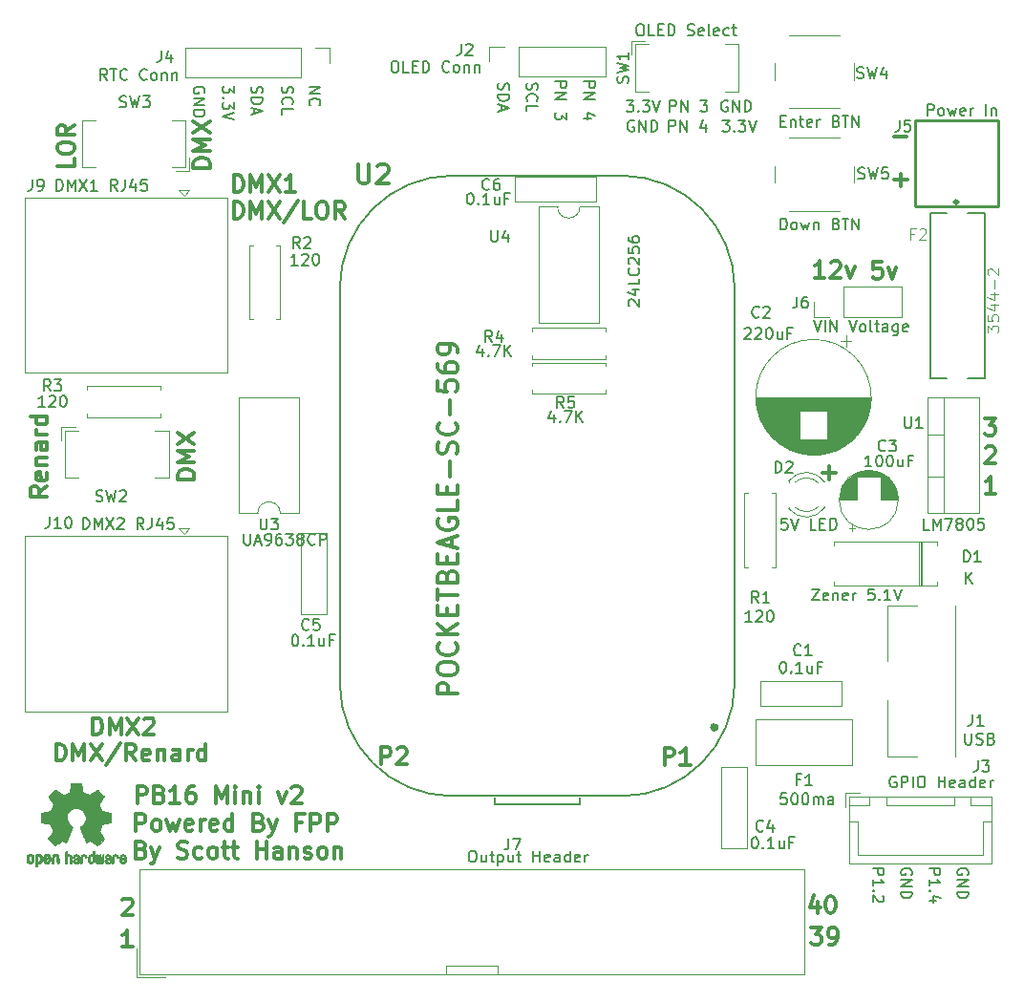
<source format=gbr>
G04 #@! TF.GenerationSoftware,KiCad,Pcbnew,(5.1.5)-3*
G04 #@! TF.CreationDate,2020-03-20T22:23:44-04:00*
G04 #@! TF.ProjectId,PB_16,50425f31-362e-46b6-9963-61645f706362,v2*
G04 #@! TF.SameCoordinates,Original*
G04 #@! TF.FileFunction,Legend,Top*
G04 #@! TF.FilePolarity,Positive*
%FSLAX46Y46*%
G04 Gerber Fmt 4.6, Leading zero omitted, Abs format (unit mm)*
G04 Created by KiCad (PCBNEW (5.1.5)-3) date 2020-03-20 22:23:44*
%MOMM*%
%LPD*%
G04 APERTURE LIST*
%ADD10C,0.300000*%
%ADD11C,0.150000*%
%ADD12C,0.120000*%
%ADD13C,0.254000*%
%ADD14C,0.010000*%
%ADD15C,0.304800*%
%ADD16C,0.127000*%
%ADD17C,0.100000*%
%ADD18C,0.050000*%
G04 APERTURE END LIST*
D10*
X234124571Y-76053142D02*
X235267428Y-76053142D01*
X234696000Y-76624571D02*
X234696000Y-75481714D01*
X167778571Y-48171428D02*
X167778571Y-48885714D01*
X166278571Y-48885714D01*
X166278571Y-47385714D02*
X166278571Y-47100000D01*
X166350000Y-46957142D01*
X166492857Y-46814285D01*
X166778571Y-46742857D01*
X167278571Y-46742857D01*
X167564285Y-46814285D01*
X167707142Y-46957142D01*
X167778571Y-47100000D01*
X167778571Y-47385714D01*
X167707142Y-47528571D01*
X167564285Y-47671428D01*
X167278571Y-47742857D01*
X166778571Y-47742857D01*
X166492857Y-47671428D01*
X166350000Y-47528571D01*
X166278571Y-47385714D01*
X167778571Y-45242857D02*
X167064285Y-45742857D01*
X167778571Y-46100000D02*
X166278571Y-46100000D01*
X166278571Y-45528571D01*
X166350000Y-45385714D01*
X166421428Y-45314285D01*
X166564285Y-45242857D01*
X166778571Y-45242857D01*
X166921428Y-45314285D01*
X166992857Y-45385714D01*
X167064285Y-45528571D01*
X167064285Y-46100000D01*
X179828571Y-49014285D02*
X178328571Y-49014285D01*
X178328571Y-48657142D01*
X178400000Y-48442857D01*
X178542857Y-48300000D01*
X178685714Y-48228571D01*
X178971428Y-48157142D01*
X179185714Y-48157142D01*
X179471428Y-48228571D01*
X179614285Y-48300000D01*
X179757142Y-48442857D01*
X179828571Y-48657142D01*
X179828571Y-49014285D01*
X179828571Y-47514285D02*
X178328571Y-47514285D01*
X179400000Y-47014285D01*
X178328571Y-46514285D01*
X179828571Y-46514285D01*
X178328571Y-45942857D02*
X179828571Y-44942857D01*
X178328571Y-44942857D02*
X179828571Y-45942857D01*
X194992857Y-101878571D02*
X194992857Y-100378571D01*
X195564285Y-100378571D01*
X195707142Y-100450000D01*
X195778571Y-100521428D01*
X195850000Y-100664285D01*
X195850000Y-100878571D01*
X195778571Y-101021428D01*
X195707142Y-101092857D01*
X195564285Y-101164285D01*
X194992857Y-101164285D01*
X196421428Y-100521428D02*
X196492857Y-100450000D01*
X196635714Y-100378571D01*
X196992857Y-100378571D01*
X197135714Y-100450000D01*
X197207142Y-100521428D01*
X197278571Y-100664285D01*
X197278571Y-100807142D01*
X197207142Y-101021428D01*
X196350000Y-101878571D01*
X197278571Y-101878571D01*
X220092857Y-101928571D02*
X220092857Y-100428571D01*
X220664285Y-100428571D01*
X220807142Y-100500000D01*
X220878571Y-100571428D01*
X220950000Y-100714285D01*
X220950000Y-100928571D01*
X220878571Y-101071428D01*
X220807142Y-101142857D01*
X220664285Y-101214285D01*
X220092857Y-101214285D01*
X222378571Y-101928571D02*
X221521428Y-101928571D01*
X221950000Y-101928571D02*
X221950000Y-100428571D01*
X221807142Y-100642857D01*
X221664285Y-100785714D01*
X221521428Y-100857142D01*
D11*
X205385038Y-41519667D02*
X205337419Y-41662524D01*
X205337419Y-41900619D01*
X205385038Y-41995857D01*
X205432657Y-42043476D01*
X205527895Y-42091095D01*
X205623133Y-42091095D01*
X205718371Y-42043476D01*
X205765990Y-41995857D01*
X205813609Y-41900619D01*
X205861228Y-41710143D01*
X205908847Y-41614905D01*
X205956466Y-41567286D01*
X206051704Y-41519667D01*
X206146942Y-41519667D01*
X206242180Y-41567286D01*
X206289800Y-41614905D01*
X206337419Y-41710143D01*
X206337419Y-41948238D01*
X206289800Y-42091095D01*
X205337419Y-42519667D02*
X206337419Y-42519667D01*
X206337419Y-42757762D01*
X206289800Y-42900619D01*
X206194561Y-42995857D01*
X206099323Y-43043476D01*
X205908847Y-43091095D01*
X205765990Y-43091095D01*
X205575514Y-43043476D01*
X205480276Y-42995857D01*
X205385038Y-42900619D01*
X205337419Y-42757762D01*
X205337419Y-42519667D01*
X205623133Y-43472048D02*
X205623133Y-43948238D01*
X205337419Y-43376810D02*
X206337419Y-43710143D01*
X205337419Y-44043476D01*
X210397419Y-41382542D02*
X211397419Y-41382542D01*
X211397419Y-41763495D01*
X211349800Y-41858733D01*
X211302180Y-41906352D01*
X211206942Y-41953971D01*
X211064085Y-41953971D01*
X210968847Y-41906352D01*
X210921228Y-41858733D01*
X210873609Y-41763495D01*
X210873609Y-41382542D01*
X210397419Y-42382542D02*
X211397419Y-42382542D01*
X210397419Y-42953971D01*
X211397419Y-42953971D01*
X211397419Y-44096828D02*
X211397419Y-44715876D01*
X211016466Y-44382542D01*
X211016466Y-44525400D01*
X210968847Y-44620638D01*
X210921228Y-44668257D01*
X210825990Y-44715876D01*
X210587895Y-44715876D01*
X210492657Y-44668257D01*
X210445038Y-44620638D01*
X210397419Y-44525400D01*
X210397419Y-44239685D01*
X210445038Y-44144447D01*
X210492657Y-44096828D01*
X207915038Y-41519666D02*
X207867419Y-41662523D01*
X207867419Y-41900619D01*
X207915038Y-41995857D01*
X207962657Y-42043476D01*
X208057895Y-42091095D01*
X208153133Y-42091095D01*
X208248371Y-42043476D01*
X208295990Y-41995857D01*
X208343609Y-41900619D01*
X208391228Y-41710143D01*
X208438847Y-41614904D01*
X208486466Y-41567285D01*
X208581704Y-41519666D01*
X208676942Y-41519666D01*
X208772180Y-41567285D01*
X208819800Y-41614904D01*
X208867419Y-41710143D01*
X208867419Y-41948238D01*
X208819800Y-42091095D01*
X207962657Y-43091095D02*
X207915038Y-43043476D01*
X207867419Y-42900619D01*
X207867419Y-42805381D01*
X207915038Y-42662523D01*
X208010276Y-42567285D01*
X208105514Y-42519666D01*
X208295990Y-42472047D01*
X208438847Y-42472047D01*
X208629323Y-42519666D01*
X208724561Y-42567285D01*
X208819800Y-42662523D01*
X208867419Y-42805381D01*
X208867419Y-42900619D01*
X208819800Y-43043476D01*
X208772180Y-43091095D01*
X207867419Y-43995857D02*
X207867419Y-43519666D01*
X208867419Y-43519666D01*
X212937419Y-41382542D02*
X213937419Y-41382542D01*
X213937419Y-41763495D01*
X213889800Y-41858733D01*
X213842180Y-41906352D01*
X213746942Y-41953971D01*
X213604085Y-41953971D01*
X213508847Y-41906352D01*
X213461228Y-41858733D01*
X213413609Y-41763495D01*
X213413609Y-41382542D01*
X212937419Y-42382542D02*
X213937419Y-42382542D01*
X212937419Y-42953971D01*
X213937419Y-42953971D01*
X213604085Y-44620638D02*
X212937419Y-44620638D01*
X213985038Y-44382542D02*
X213270752Y-44144447D01*
X213270752Y-44763495D01*
X225688095Y-43100000D02*
X225592857Y-43052380D01*
X225450000Y-43052380D01*
X225307142Y-43100000D01*
X225211904Y-43195238D01*
X225164285Y-43290476D01*
X225116666Y-43480952D01*
X225116666Y-43623809D01*
X225164285Y-43814285D01*
X225211904Y-43909523D01*
X225307142Y-44004761D01*
X225450000Y-44052380D01*
X225545238Y-44052380D01*
X225688095Y-44004761D01*
X225735714Y-43957142D01*
X225735714Y-43623809D01*
X225545238Y-43623809D01*
X226164285Y-44052380D02*
X226164285Y-43052380D01*
X226735714Y-44052380D01*
X226735714Y-43052380D01*
X227211904Y-44052380D02*
X227211904Y-43052380D01*
X227450000Y-43052380D01*
X227592857Y-43100000D01*
X227688095Y-43195238D01*
X227735714Y-43290476D01*
X227783333Y-43480952D01*
X227783333Y-43623809D01*
X227735714Y-43814285D01*
X227688095Y-43909523D01*
X227592857Y-44004761D01*
X227450000Y-44052380D01*
X227211904Y-44052380D01*
X220507142Y-45802380D02*
X220507142Y-44802380D01*
X220888095Y-44802380D01*
X220983333Y-44850000D01*
X221030952Y-44897619D01*
X221078571Y-44992857D01*
X221078571Y-45135714D01*
X221030952Y-45230952D01*
X220983333Y-45278571D01*
X220888095Y-45326190D01*
X220507142Y-45326190D01*
X221507142Y-45802380D02*
X221507142Y-44802380D01*
X222078571Y-45802380D01*
X222078571Y-44802380D01*
X223745238Y-45135714D02*
X223745238Y-45802380D01*
X223507142Y-44754761D02*
X223269047Y-45469047D01*
X223888095Y-45469047D01*
X216723809Y-43052380D02*
X217342857Y-43052380D01*
X217009523Y-43433333D01*
X217152380Y-43433333D01*
X217247619Y-43480952D01*
X217295238Y-43528571D01*
X217342857Y-43623809D01*
X217342857Y-43861904D01*
X217295238Y-43957142D01*
X217247619Y-44004761D01*
X217152380Y-44052380D01*
X216866666Y-44052380D01*
X216771428Y-44004761D01*
X216723809Y-43957142D01*
X217771428Y-43957142D02*
X217819047Y-44004761D01*
X217771428Y-44052380D01*
X217723809Y-44004761D01*
X217771428Y-43957142D01*
X217771428Y-44052380D01*
X218152380Y-43052380D02*
X218771428Y-43052380D01*
X218438095Y-43433333D01*
X218580952Y-43433333D01*
X218676190Y-43480952D01*
X218723809Y-43528571D01*
X218771428Y-43623809D01*
X218771428Y-43861904D01*
X218723809Y-43957142D01*
X218676190Y-44004761D01*
X218580952Y-44052380D01*
X218295238Y-44052380D01*
X218200000Y-44004761D01*
X218152380Y-43957142D01*
X219057142Y-43052380D02*
X219390476Y-44052380D01*
X219723809Y-43052380D01*
X220557142Y-44052380D02*
X220557142Y-43052380D01*
X220938095Y-43052380D01*
X221033333Y-43100000D01*
X221080952Y-43147619D01*
X221128571Y-43242857D01*
X221128571Y-43385714D01*
X221080952Y-43480952D01*
X221033333Y-43528571D01*
X220938095Y-43576190D01*
X220557142Y-43576190D01*
X221557142Y-44052380D02*
X221557142Y-43052380D01*
X222128571Y-44052380D01*
X222128571Y-43052380D01*
X223271428Y-43052380D02*
X223890476Y-43052380D01*
X223557142Y-43433333D01*
X223700000Y-43433333D01*
X223795238Y-43480952D01*
X223842857Y-43528571D01*
X223890476Y-43623809D01*
X223890476Y-43861904D01*
X223842857Y-43957142D01*
X223795238Y-44004761D01*
X223700000Y-44052380D01*
X223414285Y-44052380D01*
X223319047Y-44004761D01*
X223271428Y-43957142D01*
X225223809Y-44802380D02*
X225842857Y-44802380D01*
X225509523Y-45183333D01*
X225652380Y-45183333D01*
X225747619Y-45230952D01*
X225795238Y-45278571D01*
X225842857Y-45373809D01*
X225842857Y-45611904D01*
X225795238Y-45707142D01*
X225747619Y-45754761D01*
X225652380Y-45802380D01*
X225366666Y-45802380D01*
X225271428Y-45754761D01*
X225223809Y-45707142D01*
X226271428Y-45707142D02*
X226319047Y-45754761D01*
X226271428Y-45802380D01*
X226223809Y-45754761D01*
X226271428Y-45707142D01*
X226271428Y-45802380D01*
X226652380Y-44802380D02*
X227271428Y-44802380D01*
X226938095Y-45183333D01*
X227080952Y-45183333D01*
X227176190Y-45230952D01*
X227223809Y-45278571D01*
X227271428Y-45373809D01*
X227271428Y-45611904D01*
X227223809Y-45707142D01*
X227176190Y-45754761D01*
X227080952Y-45802380D01*
X226795238Y-45802380D01*
X226700000Y-45754761D01*
X226652380Y-45707142D01*
X227557142Y-44802380D02*
X227890476Y-45802380D01*
X228223809Y-44802380D01*
X217388095Y-44850000D02*
X217292857Y-44802380D01*
X217150000Y-44802380D01*
X217007142Y-44850000D01*
X216911904Y-44945238D01*
X216864285Y-45040476D01*
X216816666Y-45230952D01*
X216816666Y-45373809D01*
X216864285Y-45564285D01*
X216911904Y-45659523D01*
X217007142Y-45754761D01*
X217150000Y-45802380D01*
X217245238Y-45802380D01*
X217388095Y-45754761D01*
X217435714Y-45707142D01*
X217435714Y-45373809D01*
X217245238Y-45373809D01*
X217864285Y-45802380D02*
X217864285Y-44802380D01*
X218435714Y-45802380D01*
X218435714Y-44802380D01*
X218911904Y-45802380D02*
X218911904Y-44802380D01*
X219150000Y-44802380D01*
X219292857Y-44850000D01*
X219388095Y-44945238D01*
X219435714Y-45040476D01*
X219483333Y-45230952D01*
X219483333Y-45373809D01*
X219435714Y-45564285D01*
X219388095Y-45659523D01*
X219292857Y-45754761D01*
X219150000Y-45802380D01*
X218911904Y-45802380D01*
D10*
X169421428Y-99278571D02*
X169421428Y-97778571D01*
X169778571Y-97778571D01*
X169992857Y-97850000D01*
X170135714Y-97992857D01*
X170207142Y-98135714D01*
X170278571Y-98421428D01*
X170278571Y-98635714D01*
X170207142Y-98921428D01*
X170135714Y-99064285D01*
X169992857Y-99207142D01*
X169778571Y-99278571D01*
X169421428Y-99278571D01*
X170921428Y-99278571D02*
X170921428Y-97778571D01*
X171421428Y-98850000D01*
X171921428Y-97778571D01*
X171921428Y-99278571D01*
X172492857Y-97778571D02*
X173492857Y-99278571D01*
X173492857Y-97778571D02*
X172492857Y-99278571D01*
X173992857Y-97921428D02*
X174064285Y-97850000D01*
X174207142Y-97778571D01*
X174564285Y-97778571D01*
X174707142Y-97850000D01*
X174778571Y-97921428D01*
X174850000Y-98064285D01*
X174850000Y-98207142D01*
X174778571Y-98421428D01*
X173921428Y-99278571D01*
X174850000Y-99278571D01*
X181921428Y-51178571D02*
X181921428Y-49678571D01*
X182278571Y-49678571D01*
X182492857Y-49750000D01*
X182635714Y-49892857D01*
X182707142Y-50035714D01*
X182778571Y-50321428D01*
X182778571Y-50535714D01*
X182707142Y-50821428D01*
X182635714Y-50964285D01*
X182492857Y-51107142D01*
X182278571Y-51178571D01*
X181921428Y-51178571D01*
X183421428Y-51178571D02*
X183421428Y-49678571D01*
X183921428Y-50750000D01*
X184421428Y-49678571D01*
X184421428Y-51178571D01*
X184992857Y-49678571D02*
X185992857Y-51178571D01*
X185992857Y-49678571D02*
X184992857Y-51178571D01*
X187350000Y-51178571D02*
X186492857Y-51178571D01*
X186921428Y-51178571D02*
X186921428Y-49678571D01*
X186778571Y-49892857D01*
X186635714Y-50035714D01*
X186492857Y-50107142D01*
D11*
X188594019Y-41866885D02*
X189594019Y-41866885D01*
X188594019Y-42438314D01*
X189594019Y-42438314D01*
X188689257Y-43485933D02*
X188641638Y-43438314D01*
X188594019Y-43295457D01*
X188594019Y-43200219D01*
X188641638Y-43057361D01*
X188736876Y-42962123D01*
X188832114Y-42914504D01*
X189022590Y-42866885D01*
X189165447Y-42866885D01*
X189355923Y-42914504D01*
X189451161Y-42962123D01*
X189546400Y-43057361D01*
X189594019Y-43200219D01*
X189594019Y-43295457D01*
X189546400Y-43438314D01*
X189498780Y-43485933D01*
X179306400Y-42390695D02*
X179354019Y-42295457D01*
X179354019Y-42152600D01*
X179306400Y-42009742D01*
X179211161Y-41914504D01*
X179115923Y-41866885D01*
X178925447Y-41819266D01*
X178782590Y-41819266D01*
X178592114Y-41866885D01*
X178496876Y-41914504D01*
X178401638Y-42009742D01*
X178354019Y-42152600D01*
X178354019Y-42247838D01*
X178401638Y-42390695D01*
X178449257Y-42438314D01*
X178782590Y-42438314D01*
X178782590Y-42247838D01*
X178354019Y-42866885D02*
X179354019Y-42866885D01*
X178354019Y-43438314D01*
X179354019Y-43438314D01*
X178354019Y-43914504D02*
X179354019Y-43914504D01*
X179354019Y-44152600D01*
X179306400Y-44295457D01*
X179211161Y-44390695D01*
X179115923Y-44438314D01*
X178925447Y-44485933D01*
X178782590Y-44485933D01*
X178592114Y-44438314D01*
X178496876Y-44390695D01*
X178401638Y-44295457D01*
X178354019Y-44152600D01*
X178354019Y-43914504D01*
X183521638Y-41819267D02*
X183474019Y-41962124D01*
X183474019Y-42200219D01*
X183521638Y-42295457D01*
X183569257Y-42343076D01*
X183664495Y-42390695D01*
X183759733Y-42390695D01*
X183854971Y-42343076D01*
X183902590Y-42295457D01*
X183950209Y-42200219D01*
X183997828Y-42009743D01*
X184045447Y-41914505D01*
X184093066Y-41866886D01*
X184188304Y-41819267D01*
X184283542Y-41819267D01*
X184378780Y-41866886D01*
X184426400Y-41914505D01*
X184474019Y-42009743D01*
X184474019Y-42247838D01*
X184426400Y-42390695D01*
X183474019Y-42819267D02*
X184474019Y-42819267D01*
X184474019Y-43057362D01*
X184426400Y-43200219D01*
X184331161Y-43295457D01*
X184235923Y-43343076D01*
X184045447Y-43390695D01*
X183902590Y-43390695D01*
X183712114Y-43343076D01*
X183616876Y-43295457D01*
X183521638Y-43200219D01*
X183474019Y-43057362D01*
X183474019Y-42819267D01*
X183759733Y-43771648D02*
X183759733Y-44247838D01*
X183474019Y-43676410D02*
X184474019Y-44009743D01*
X183474019Y-44343076D01*
X186231638Y-41819266D02*
X186184019Y-41962123D01*
X186184019Y-42200219D01*
X186231638Y-42295457D01*
X186279257Y-42343076D01*
X186374495Y-42390695D01*
X186469733Y-42390695D01*
X186564971Y-42343076D01*
X186612590Y-42295457D01*
X186660209Y-42200219D01*
X186707828Y-42009743D01*
X186755447Y-41914504D01*
X186803066Y-41866885D01*
X186898304Y-41819266D01*
X186993542Y-41819266D01*
X187088780Y-41866885D01*
X187136400Y-41914504D01*
X187184019Y-42009743D01*
X187184019Y-42247838D01*
X187136400Y-42390695D01*
X186279257Y-43390695D02*
X186231638Y-43343076D01*
X186184019Y-43200219D01*
X186184019Y-43104981D01*
X186231638Y-42962123D01*
X186326876Y-42866885D01*
X186422114Y-42819266D01*
X186612590Y-42771647D01*
X186755447Y-42771647D01*
X186945923Y-42819266D01*
X187041161Y-42866885D01*
X187136400Y-42962123D01*
X187184019Y-43104981D01*
X187184019Y-43200219D01*
X187136400Y-43343076D01*
X187088780Y-43390695D01*
X186184019Y-44295457D02*
X186184019Y-43819266D01*
X187184019Y-43819266D01*
X181934019Y-41771647D02*
X181934019Y-42390695D01*
X181553066Y-42057361D01*
X181553066Y-42200218D01*
X181505447Y-42295457D01*
X181457828Y-42343076D01*
X181362590Y-42390695D01*
X181124495Y-42390695D01*
X181029257Y-42343076D01*
X180981638Y-42295457D01*
X180934019Y-42200218D01*
X180934019Y-41914504D01*
X180981638Y-41819266D01*
X181029257Y-41771647D01*
X181029257Y-42819266D02*
X180981638Y-42866885D01*
X180934019Y-42819266D01*
X180981638Y-42771647D01*
X181029257Y-42819266D01*
X180934019Y-42819266D01*
X181934019Y-43200218D02*
X181934019Y-43819266D01*
X181553066Y-43485933D01*
X181553066Y-43628790D01*
X181505447Y-43724028D01*
X181457828Y-43771647D01*
X181362590Y-43819266D01*
X181124495Y-43819266D01*
X181029257Y-43771647D01*
X180981638Y-43724028D01*
X180934019Y-43628790D01*
X180934019Y-43343076D01*
X180981638Y-43247838D01*
X181029257Y-43200218D01*
X181934019Y-44104980D02*
X180934019Y-44438314D01*
X181934019Y-44771647D01*
D10*
X173242857Y-107803571D02*
X173242857Y-106303571D01*
X173814286Y-106303571D01*
X173957143Y-106375000D01*
X174028572Y-106446428D01*
X174100000Y-106589285D01*
X174100000Y-106803571D01*
X174028572Y-106946428D01*
X173957143Y-107017857D01*
X173814286Y-107089285D01*
X173242857Y-107089285D01*
X174957143Y-107803571D02*
X174814286Y-107732142D01*
X174742857Y-107660714D01*
X174671429Y-107517857D01*
X174671429Y-107089285D01*
X174742857Y-106946428D01*
X174814286Y-106875000D01*
X174957143Y-106803571D01*
X175171429Y-106803571D01*
X175314286Y-106875000D01*
X175385715Y-106946428D01*
X175457143Y-107089285D01*
X175457143Y-107517857D01*
X175385715Y-107660714D01*
X175314286Y-107732142D01*
X175171429Y-107803571D01*
X174957143Y-107803571D01*
X175957143Y-106803571D02*
X176242857Y-107803571D01*
X176528572Y-107089285D01*
X176814286Y-107803571D01*
X177100000Y-106803571D01*
X178242857Y-107732142D02*
X178100000Y-107803571D01*
X177814286Y-107803571D01*
X177671429Y-107732142D01*
X177600000Y-107589285D01*
X177600000Y-107017857D01*
X177671429Y-106875000D01*
X177814286Y-106803571D01*
X178100000Y-106803571D01*
X178242857Y-106875000D01*
X178314286Y-107017857D01*
X178314286Y-107160714D01*
X177600000Y-107303571D01*
X178957143Y-107803571D02*
X178957143Y-106803571D01*
X178957143Y-107089285D02*
X179028572Y-106946428D01*
X179100000Y-106875000D01*
X179242857Y-106803571D01*
X179385715Y-106803571D01*
X180457143Y-107732142D02*
X180314286Y-107803571D01*
X180028572Y-107803571D01*
X179885715Y-107732142D01*
X179814286Y-107589285D01*
X179814286Y-107017857D01*
X179885715Y-106875000D01*
X180028572Y-106803571D01*
X180314286Y-106803571D01*
X180457143Y-106875000D01*
X180528572Y-107017857D01*
X180528572Y-107160714D01*
X179814286Y-107303571D01*
X181814286Y-107803571D02*
X181814286Y-106303571D01*
X181814286Y-107732142D02*
X181671429Y-107803571D01*
X181385715Y-107803571D01*
X181242857Y-107732142D01*
X181171429Y-107660714D01*
X181100000Y-107517857D01*
X181100000Y-107089285D01*
X181171429Y-106946428D01*
X181242857Y-106875000D01*
X181385715Y-106803571D01*
X181671429Y-106803571D01*
X181814286Y-106875000D01*
X184171429Y-107017857D02*
X184385715Y-107089285D01*
X184457143Y-107160714D01*
X184528572Y-107303571D01*
X184528572Y-107517857D01*
X184457143Y-107660714D01*
X184385715Y-107732142D01*
X184242857Y-107803571D01*
X183671429Y-107803571D01*
X183671429Y-106303571D01*
X184171429Y-106303571D01*
X184314286Y-106375000D01*
X184385715Y-106446428D01*
X184457143Y-106589285D01*
X184457143Y-106732142D01*
X184385715Y-106875000D01*
X184314286Y-106946428D01*
X184171429Y-107017857D01*
X183671429Y-107017857D01*
X185028572Y-106803571D02*
X185385715Y-107803571D01*
X185742857Y-106803571D02*
X185385715Y-107803571D01*
X185242857Y-108160714D01*
X185171429Y-108232142D01*
X185028572Y-108303571D01*
X187957143Y-107017857D02*
X187457143Y-107017857D01*
X187457143Y-107803571D02*
X187457143Y-106303571D01*
X188171429Y-106303571D01*
X188742857Y-107803571D02*
X188742857Y-106303571D01*
X189314286Y-106303571D01*
X189457143Y-106375000D01*
X189528572Y-106446428D01*
X189600000Y-106589285D01*
X189600000Y-106803571D01*
X189528572Y-106946428D01*
X189457143Y-107017857D01*
X189314286Y-107089285D01*
X188742857Y-107089285D01*
X190242857Y-107803571D02*
X190242857Y-106303571D01*
X190814286Y-106303571D01*
X190957143Y-106375000D01*
X191028572Y-106446428D01*
X191100000Y-106589285D01*
X191100000Y-106803571D01*
X191028572Y-106946428D01*
X190957143Y-107017857D01*
X190814286Y-107089285D01*
X190242857Y-107089285D01*
X173742857Y-109442857D02*
X173957142Y-109514285D01*
X174028571Y-109585714D01*
X174100000Y-109728571D01*
X174100000Y-109942857D01*
X174028571Y-110085714D01*
X173957142Y-110157142D01*
X173814285Y-110228571D01*
X173242857Y-110228571D01*
X173242857Y-108728571D01*
X173742857Y-108728571D01*
X173885714Y-108800000D01*
X173957142Y-108871428D01*
X174028571Y-109014285D01*
X174028571Y-109157142D01*
X173957142Y-109300000D01*
X173885714Y-109371428D01*
X173742857Y-109442857D01*
X173242857Y-109442857D01*
X174600000Y-109228571D02*
X174957142Y-110228571D01*
X175314285Y-109228571D02*
X174957142Y-110228571D01*
X174814285Y-110585714D01*
X174742857Y-110657142D01*
X174600000Y-110728571D01*
X176957142Y-110157142D02*
X177171428Y-110228571D01*
X177528571Y-110228571D01*
X177671428Y-110157142D01*
X177742857Y-110085714D01*
X177814285Y-109942857D01*
X177814285Y-109800000D01*
X177742857Y-109657142D01*
X177671428Y-109585714D01*
X177528571Y-109514285D01*
X177242857Y-109442857D01*
X177100000Y-109371428D01*
X177028571Y-109300000D01*
X176957142Y-109157142D01*
X176957142Y-109014285D01*
X177028571Y-108871428D01*
X177100000Y-108800000D01*
X177242857Y-108728571D01*
X177600000Y-108728571D01*
X177814285Y-108800000D01*
X179100000Y-110157142D02*
X178957142Y-110228571D01*
X178671428Y-110228571D01*
X178528571Y-110157142D01*
X178457142Y-110085714D01*
X178385714Y-109942857D01*
X178385714Y-109514285D01*
X178457142Y-109371428D01*
X178528571Y-109300000D01*
X178671428Y-109228571D01*
X178957142Y-109228571D01*
X179100000Y-109300000D01*
X179957142Y-110228571D02*
X179814285Y-110157142D01*
X179742857Y-110085714D01*
X179671428Y-109942857D01*
X179671428Y-109514285D01*
X179742857Y-109371428D01*
X179814285Y-109300000D01*
X179957142Y-109228571D01*
X180171428Y-109228571D01*
X180314285Y-109300000D01*
X180385714Y-109371428D01*
X180457142Y-109514285D01*
X180457142Y-109942857D01*
X180385714Y-110085714D01*
X180314285Y-110157142D01*
X180171428Y-110228571D01*
X179957142Y-110228571D01*
X180885714Y-109228571D02*
X181457142Y-109228571D01*
X181100000Y-108728571D02*
X181100000Y-110014285D01*
X181171428Y-110157142D01*
X181314285Y-110228571D01*
X181457142Y-110228571D01*
X181742857Y-109228571D02*
X182314285Y-109228571D01*
X181957142Y-108728571D02*
X181957142Y-110014285D01*
X182028571Y-110157142D01*
X182171428Y-110228571D01*
X182314285Y-110228571D01*
X183957142Y-110228571D02*
X183957142Y-108728571D01*
X183957142Y-109442857D02*
X184814285Y-109442857D01*
X184814285Y-110228571D02*
X184814285Y-108728571D01*
X186171428Y-110228571D02*
X186171428Y-109442857D01*
X186100000Y-109300000D01*
X185957142Y-109228571D01*
X185671428Y-109228571D01*
X185528571Y-109300000D01*
X186171428Y-110157142D02*
X186028571Y-110228571D01*
X185671428Y-110228571D01*
X185528571Y-110157142D01*
X185457142Y-110014285D01*
X185457142Y-109871428D01*
X185528571Y-109728571D01*
X185671428Y-109657142D01*
X186028571Y-109657142D01*
X186171428Y-109585714D01*
X186885714Y-109228571D02*
X186885714Y-110228571D01*
X186885714Y-109371428D02*
X186957142Y-109300000D01*
X187100000Y-109228571D01*
X187314285Y-109228571D01*
X187457142Y-109300000D01*
X187528571Y-109442857D01*
X187528571Y-110228571D01*
X188171428Y-110157142D02*
X188314285Y-110228571D01*
X188600000Y-110228571D01*
X188742857Y-110157142D01*
X188814285Y-110014285D01*
X188814285Y-109942857D01*
X188742857Y-109800000D01*
X188600000Y-109728571D01*
X188385714Y-109728571D01*
X188242857Y-109657142D01*
X188171428Y-109514285D01*
X188171428Y-109442857D01*
X188242857Y-109300000D01*
X188385714Y-109228571D01*
X188600000Y-109228571D01*
X188742857Y-109300000D01*
X189671428Y-110228571D02*
X189528571Y-110157142D01*
X189457142Y-110085714D01*
X189385714Y-109942857D01*
X189385714Y-109514285D01*
X189457142Y-109371428D01*
X189528571Y-109300000D01*
X189671428Y-109228571D01*
X189885714Y-109228571D01*
X190028571Y-109300000D01*
X190100000Y-109371428D01*
X190171428Y-109514285D01*
X190171428Y-109942857D01*
X190100000Y-110085714D01*
X190028571Y-110157142D01*
X189885714Y-110228571D01*
X189671428Y-110228571D01*
X190814285Y-109228571D02*
X190814285Y-110228571D01*
X190814285Y-109371428D02*
X190885714Y-109300000D01*
X191028571Y-109228571D01*
X191242857Y-109228571D01*
X191385714Y-109300000D01*
X191457142Y-109442857D01*
X191457142Y-110228571D01*
X173350000Y-105328571D02*
X173350000Y-103828571D01*
X173921428Y-103828571D01*
X174064285Y-103900000D01*
X174135714Y-103971428D01*
X174207142Y-104114285D01*
X174207142Y-104328571D01*
X174135714Y-104471428D01*
X174064285Y-104542857D01*
X173921428Y-104614285D01*
X173350000Y-104614285D01*
X175350000Y-104542857D02*
X175564285Y-104614285D01*
X175635714Y-104685714D01*
X175707142Y-104828571D01*
X175707142Y-105042857D01*
X175635714Y-105185714D01*
X175564285Y-105257142D01*
X175421428Y-105328571D01*
X174850000Y-105328571D01*
X174850000Y-103828571D01*
X175350000Y-103828571D01*
X175492857Y-103900000D01*
X175564285Y-103971428D01*
X175635714Y-104114285D01*
X175635714Y-104257142D01*
X175564285Y-104400000D01*
X175492857Y-104471428D01*
X175350000Y-104542857D01*
X174850000Y-104542857D01*
X177135714Y-105328571D02*
X176278571Y-105328571D01*
X176707142Y-105328571D02*
X176707142Y-103828571D01*
X176564285Y-104042857D01*
X176421428Y-104185714D01*
X176278571Y-104257142D01*
X178421428Y-103828571D02*
X178135714Y-103828571D01*
X177992857Y-103900000D01*
X177921428Y-103971428D01*
X177778571Y-104185714D01*
X177707142Y-104471428D01*
X177707142Y-105042857D01*
X177778571Y-105185714D01*
X177850000Y-105257142D01*
X177992857Y-105328571D01*
X178278571Y-105328571D01*
X178421428Y-105257142D01*
X178492857Y-105185714D01*
X178564285Y-105042857D01*
X178564285Y-104685714D01*
X178492857Y-104542857D01*
X178421428Y-104471428D01*
X178278571Y-104400000D01*
X177992857Y-104400000D01*
X177850000Y-104471428D01*
X177778571Y-104542857D01*
X177707142Y-104685714D01*
X180350000Y-105328571D02*
X180350000Y-103828571D01*
X180850000Y-104900000D01*
X181350000Y-103828571D01*
X181350000Y-105328571D01*
X182064285Y-105328571D02*
X182064285Y-104328571D01*
X182064285Y-103828571D02*
X181992857Y-103900000D01*
X182064285Y-103971428D01*
X182135714Y-103900000D01*
X182064285Y-103828571D01*
X182064285Y-103971428D01*
X182778571Y-104328571D02*
X182778571Y-105328571D01*
X182778571Y-104471428D02*
X182850000Y-104400000D01*
X182992857Y-104328571D01*
X183207142Y-104328571D01*
X183350000Y-104400000D01*
X183421428Y-104542857D01*
X183421428Y-105328571D01*
X184135714Y-105328571D02*
X184135714Y-104328571D01*
X184135714Y-103828571D02*
X184064285Y-103900000D01*
X184135714Y-103971428D01*
X184207142Y-103900000D01*
X184135714Y-103828571D01*
X184135714Y-103971428D01*
X185850000Y-104328571D02*
X186207142Y-105328571D01*
X186564285Y-104328571D01*
X187064285Y-103971428D02*
X187135714Y-103900000D01*
X187278571Y-103828571D01*
X187635714Y-103828571D01*
X187778571Y-103900000D01*
X187850000Y-103971428D01*
X187921428Y-104114285D01*
X187921428Y-104257142D01*
X187850000Y-104471428D01*
X186992857Y-105328571D01*
X187921428Y-105328571D01*
D12*
X200750000Y-119750000D02*
X200750000Y-120500000D01*
X205300000Y-119750000D02*
X200750000Y-119750000D01*
X205300000Y-120500000D02*
X205300000Y-119750000D01*
D11*
X242000000Y-111671428D02*
X242047619Y-111576190D01*
X242047619Y-111433333D01*
X242000000Y-111290475D01*
X241904761Y-111195237D01*
X241809523Y-111147618D01*
X241619047Y-111099999D01*
X241476190Y-111099999D01*
X241285714Y-111147618D01*
X241190476Y-111195237D01*
X241095238Y-111290475D01*
X241047619Y-111433333D01*
X241047619Y-111528571D01*
X241095238Y-111671428D01*
X241142857Y-111719047D01*
X241476190Y-111719047D01*
X241476190Y-111528571D01*
X241047619Y-112147618D02*
X242047619Y-112147618D01*
X241047619Y-112719047D01*
X242047619Y-112719047D01*
X241047619Y-113195237D02*
X242047619Y-113195237D01*
X242047619Y-113433333D01*
X242000000Y-113576190D01*
X241904761Y-113671428D01*
X241809523Y-113719047D01*
X241619047Y-113766666D01*
X241476190Y-113766666D01*
X241285714Y-113719047D01*
X241190476Y-113671428D01*
X241095238Y-113576190D01*
X241047619Y-113433333D01*
X241047619Y-113195237D01*
X247000000Y-111671428D02*
X247047619Y-111576190D01*
X247047619Y-111433333D01*
X247000000Y-111290475D01*
X246904761Y-111195237D01*
X246809523Y-111147618D01*
X246619047Y-111099999D01*
X246476190Y-111099999D01*
X246285714Y-111147618D01*
X246190476Y-111195237D01*
X246095238Y-111290475D01*
X246047619Y-111433333D01*
X246047619Y-111528571D01*
X246095238Y-111671428D01*
X246142857Y-111719047D01*
X246476190Y-111719047D01*
X246476190Y-111528571D01*
X246047619Y-112147618D02*
X247047619Y-112147618D01*
X246047619Y-112719047D01*
X247047619Y-112719047D01*
X246047619Y-113195237D02*
X247047619Y-113195237D01*
X247047619Y-113433333D01*
X247000000Y-113576190D01*
X246904761Y-113671428D01*
X246809523Y-113719047D01*
X246619047Y-113766666D01*
X246476190Y-113766666D01*
X246285714Y-113719047D01*
X246190476Y-113671428D01*
X246095238Y-113576190D01*
X246047619Y-113433333D01*
X246047619Y-113195237D01*
X243547619Y-111147619D02*
X244547619Y-111147619D01*
X244547619Y-111528571D01*
X244500000Y-111623809D01*
X244452380Y-111671428D01*
X244357142Y-111719047D01*
X244214285Y-111719047D01*
X244119047Y-111671428D01*
X244071428Y-111623809D01*
X244023809Y-111528571D01*
X244023809Y-111147619D01*
X243547619Y-112671428D02*
X243547619Y-112100000D01*
X243547619Y-112385714D02*
X244547619Y-112385714D01*
X244404761Y-112290476D01*
X244309523Y-112195238D01*
X244261904Y-112100000D01*
X243642857Y-113100000D02*
X243595238Y-113147619D01*
X243547619Y-113100000D01*
X243595238Y-113052380D01*
X243642857Y-113100000D01*
X243547619Y-113100000D01*
X244214285Y-114004761D02*
X243547619Y-114004761D01*
X244595238Y-113766666D02*
X243880952Y-113528571D01*
X243880952Y-114147619D01*
X238547619Y-111147619D02*
X239547619Y-111147619D01*
X239547619Y-111528571D01*
X239500000Y-111623809D01*
X239452380Y-111671428D01*
X239357142Y-111719047D01*
X239214285Y-111719047D01*
X239119047Y-111671428D01*
X239071428Y-111623809D01*
X239023809Y-111528571D01*
X239023809Y-111147619D01*
X238547619Y-112671428D02*
X238547619Y-112100000D01*
X238547619Y-112385714D02*
X239547619Y-112385714D01*
X239404761Y-112290476D01*
X239309523Y-112195238D01*
X239261904Y-112100000D01*
X238642857Y-113100000D02*
X238595238Y-113147619D01*
X238547619Y-113100000D01*
X238595238Y-113052380D01*
X238642857Y-113100000D01*
X238547619Y-113100000D01*
X239452380Y-113528571D02*
X239500000Y-113576190D01*
X239547619Y-113671428D01*
X239547619Y-113909523D01*
X239500000Y-114004761D01*
X239452380Y-114052380D01*
X239357142Y-114100000D01*
X239261904Y-114100000D01*
X239119047Y-114052380D01*
X238547619Y-113480952D01*
X238547619Y-114100000D01*
D10*
X166157142Y-101578571D02*
X166157142Y-100078571D01*
X166514285Y-100078571D01*
X166728571Y-100150000D01*
X166871428Y-100292857D01*
X166942857Y-100435714D01*
X167014285Y-100721428D01*
X167014285Y-100935714D01*
X166942857Y-101221428D01*
X166871428Y-101364285D01*
X166728571Y-101507142D01*
X166514285Y-101578571D01*
X166157142Y-101578571D01*
X167657142Y-101578571D02*
X167657142Y-100078571D01*
X168157142Y-101150000D01*
X168657142Y-100078571D01*
X168657142Y-101578571D01*
X169228571Y-100078571D02*
X170228571Y-101578571D01*
X170228571Y-100078571D02*
X169228571Y-101578571D01*
X171871428Y-100007142D02*
X170585714Y-101935714D01*
X173228571Y-101578571D02*
X172728571Y-100864285D01*
X172371428Y-101578571D02*
X172371428Y-100078571D01*
X172942857Y-100078571D01*
X173085714Y-100150000D01*
X173157142Y-100221428D01*
X173228571Y-100364285D01*
X173228571Y-100578571D01*
X173157142Y-100721428D01*
X173085714Y-100792857D01*
X172942857Y-100864285D01*
X172371428Y-100864285D01*
X174442857Y-101507142D02*
X174300000Y-101578571D01*
X174014285Y-101578571D01*
X173871428Y-101507142D01*
X173800000Y-101364285D01*
X173800000Y-100792857D01*
X173871428Y-100650000D01*
X174014285Y-100578571D01*
X174300000Y-100578571D01*
X174442857Y-100650000D01*
X174514285Y-100792857D01*
X174514285Y-100935714D01*
X173800000Y-101078571D01*
X175157142Y-100578571D02*
X175157142Y-101578571D01*
X175157142Y-100721428D02*
X175228571Y-100650000D01*
X175371428Y-100578571D01*
X175585714Y-100578571D01*
X175728571Y-100650000D01*
X175800000Y-100792857D01*
X175800000Y-101578571D01*
X177157142Y-101578571D02*
X177157142Y-100792857D01*
X177085714Y-100650000D01*
X176942857Y-100578571D01*
X176657142Y-100578571D01*
X176514285Y-100650000D01*
X177157142Y-101507142D02*
X177014285Y-101578571D01*
X176657142Y-101578571D01*
X176514285Y-101507142D01*
X176442857Y-101364285D01*
X176442857Y-101221428D01*
X176514285Y-101078571D01*
X176657142Y-101007142D01*
X177014285Y-101007142D01*
X177157142Y-100935714D01*
X177871428Y-101578571D02*
X177871428Y-100578571D01*
X177871428Y-100864285D02*
X177942857Y-100721428D01*
X178014285Y-100650000D01*
X178157142Y-100578571D01*
X178300000Y-100578571D01*
X179442857Y-101578571D02*
X179442857Y-100078571D01*
X179442857Y-101507142D02*
X179300000Y-101578571D01*
X179014285Y-101578571D01*
X178871428Y-101507142D01*
X178800000Y-101435714D01*
X178728571Y-101292857D01*
X178728571Y-100864285D01*
X178800000Y-100721428D01*
X178871428Y-100650000D01*
X179014285Y-100578571D01*
X179300000Y-100578571D01*
X179442857Y-100650000D01*
X181907142Y-53528571D02*
X181907142Y-52028571D01*
X182264285Y-52028571D01*
X182478571Y-52100000D01*
X182621428Y-52242857D01*
X182692857Y-52385714D01*
X182764285Y-52671428D01*
X182764285Y-52885714D01*
X182692857Y-53171428D01*
X182621428Y-53314285D01*
X182478571Y-53457142D01*
X182264285Y-53528571D01*
X181907142Y-53528571D01*
X183407142Y-53528571D02*
X183407142Y-52028571D01*
X183907142Y-53100000D01*
X184407142Y-52028571D01*
X184407142Y-53528571D01*
X184978571Y-52028571D02*
X185978571Y-53528571D01*
X185978571Y-52028571D02*
X184978571Y-53528571D01*
X187621428Y-51957142D02*
X186335714Y-53885714D01*
X188835714Y-53528571D02*
X188121428Y-53528571D01*
X188121428Y-52028571D01*
X189621428Y-52028571D02*
X189907142Y-52028571D01*
X190050000Y-52100000D01*
X190192857Y-52242857D01*
X190264285Y-52528571D01*
X190264285Y-53028571D01*
X190192857Y-53314285D01*
X190050000Y-53457142D01*
X189907142Y-53528571D01*
X189621428Y-53528571D01*
X189478571Y-53457142D01*
X189335714Y-53314285D01*
X189264285Y-53028571D01*
X189264285Y-52528571D01*
X189335714Y-52242857D01*
X189478571Y-52100000D01*
X189621428Y-52028571D01*
X191764285Y-53528571D02*
X191264285Y-52814285D01*
X190907142Y-53528571D02*
X190907142Y-52028571D01*
X191478571Y-52028571D01*
X191621428Y-52100000D01*
X191692857Y-52171428D01*
X191764285Y-52314285D01*
X191764285Y-52528571D01*
X191692857Y-52671428D01*
X191621428Y-52742857D01*
X191478571Y-52814285D01*
X190907142Y-52814285D01*
X165378571Y-77278571D02*
X164664285Y-77778571D01*
X165378571Y-78135714D02*
X163878571Y-78135714D01*
X163878571Y-77564285D01*
X163950000Y-77421428D01*
X164021428Y-77350000D01*
X164164285Y-77278571D01*
X164378571Y-77278571D01*
X164521428Y-77350000D01*
X164592857Y-77421428D01*
X164664285Y-77564285D01*
X164664285Y-78135714D01*
X165307142Y-76064285D02*
X165378571Y-76207142D01*
X165378571Y-76492857D01*
X165307142Y-76635714D01*
X165164285Y-76707142D01*
X164592857Y-76707142D01*
X164450000Y-76635714D01*
X164378571Y-76492857D01*
X164378571Y-76207142D01*
X164450000Y-76064285D01*
X164592857Y-75992857D01*
X164735714Y-75992857D01*
X164878571Y-76707142D01*
X164378571Y-75350000D02*
X165378571Y-75350000D01*
X164521428Y-75350000D02*
X164450000Y-75278571D01*
X164378571Y-75135714D01*
X164378571Y-74921428D01*
X164450000Y-74778571D01*
X164592857Y-74707142D01*
X165378571Y-74707142D01*
X165378571Y-73350000D02*
X164592857Y-73350000D01*
X164450000Y-73421428D01*
X164378571Y-73564285D01*
X164378571Y-73850000D01*
X164450000Y-73992857D01*
X165307142Y-73350000D02*
X165378571Y-73492857D01*
X165378571Y-73850000D01*
X165307142Y-73992857D01*
X165164285Y-74064285D01*
X165021428Y-74064285D01*
X164878571Y-73992857D01*
X164807142Y-73850000D01*
X164807142Y-73492857D01*
X164735714Y-73350000D01*
X165378571Y-72635714D02*
X164378571Y-72635714D01*
X164664285Y-72635714D02*
X164521428Y-72564285D01*
X164450000Y-72492857D01*
X164378571Y-72350000D01*
X164378571Y-72207142D01*
X165378571Y-71064285D02*
X163878571Y-71064285D01*
X165307142Y-71064285D02*
X165378571Y-71207142D01*
X165378571Y-71492857D01*
X165307142Y-71635714D01*
X165235714Y-71707142D01*
X165092857Y-71778571D01*
X164664285Y-71778571D01*
X164521428Y-71707142D01*
X164450000Y-71635714D01*
X164378571Y-71492857D01*
X164378571Y-71207142D01*
X164450000Y-71064285D01*
X178428571Y-76614285D02*
X176928571Y-76614285D01*
X176928571Y-76257142D01*
X177000000Y-76042857D01*
X177142857Y-75900000D01*
X177285714Y-75828571D01*
X177571428Y-75757142D01*
X177785714Y-75757142D01*
X178071428Y-75828571D01*
X178214285Y-75900000D01*
X178357142Y-76042857D01*
X178428571Y-76257142D01*
X178428571Y-76614285D01*
X178428571Y-75114285D02*
X176928571Y-75114285D01*
X178000000Y-74614285D01*
X176928571Y-74114285D01*
X178428571Y-74114285D01*
X176928571Y-73542857D02*
X178428571Y-72542857D01*
X176928571Y-72542857D02*
X178428571Y-73542857D01*
X233085714Y-116378571D02*
X234014285Y-116378571D01*
X233514285Y-116950000D01*
X233728571Y-116950000D01*
X233871428Y-117021428D01*
X233942857Y-117092857D01*
X234014285Y-117235714D01*
X234014285Y-117592857D01*
X233942857Y-117735714D01*
X233871428Y-117807142D01*
X233728571Y-117878571D01*
X233300000Y-117878571D01*
X233157142Y-117807142D01*
X233085714Y-117735714D01*
X234728571Y-117878571D02*
X235014285Y-117878571D01*
X235157142Y-117807142D01*
X235228571Y-117735714D01*
X235371428Y-117521428D01*
X235442857Y-117235714D01*
X235442857Y-116664285D01*
X235371428Y-116521428D01*
X235300000Y-116450000D01*
X235157142Y-116378571D01*
X234871428Y-116378571D01*
X234728571Y-116450000D01*
X234657142Y-116521428D01*
X234585714Y-116664285D01*
X234585714Y-117021428D01*
X234657142Y-117164285D01*
X234728571Y-117235714D01*
X234871428Y-117307142D01*
X235157142Y-117307142D01*
X235300000Y-117235714D01*
X235371428Y-117164285D01*
X235442857Y-117021428D01*
X233671428Y-114078571D02*
X233671428Y-115078571D01*
X233314285Y-113507142D02*
X232957142Y-114578571D01*
X233885714Y-114578571D01*
X234742857Y-113578571D02*
X234885714Y-113578571D01*
X235028571Y-113650000D01*
X235100000Y-113721428D01*
X235171428Y-113864285D01*
X235242857Y-114150000D01*
X235242857Y-114507142D01*
X235171428Y-114792857D01*
X235100000Y-114935714D01*
X235028571Y-115007142D01*
X234885714Y-115078571D01*
X234742857Y-115078571D01*
X234600000Y-115007142D01*
X234528571Y-114935714D01*
X234457142Y-114792857D01*
X234385714Y-114507142D01*
X234385714Y-114150000D01*
X234457142Y-113864285D01*
X234528571Y-113721428D01*
X234600000Y-113650000D01*
X234742857Y-113578571D01*
X172071428Y-113921428D02*
X172142857Y-113850000D01*
X172285714Y-113778571D01*
X172642857Y-113778571D01*
X172785714Y-113850000D01*
X172857142Y-113921428D01*
X172928571Y-114064285D01*
X172928571Y-114207142D01*
X172857142Y-114421428D01*
X172000000Y-115278571D01*
X172928571Y-115278571D01*
X172928571Y-118078571D02*
X172071428Y-118078571D01*
X172500000Y-118078571D02*
X172500000Y-116578571D01*
X172357142Y-116792857D01*
X172214285Y-116935714D01*
X172071428Y-117007142D01*
X248500000Y-71228571D02*
X249428571Y-71228571D01*
X248928571Y-71800000D01*
X249142857Y-71800000D01*
X249285714Y-71871428D01*
X249357142Y-71942857D01*
X249428571Y-72085714D01*
X249428571Y-72442857D01*
X249357142Y-72585714D01*
X249285714Y-72657142D01*
X249142857Y-72728571D01*
X248714285Y-72728571D01*
X248571428Y-72657142D01*
X248500000Y-72585714D01*
X248571428Y-73871428D02*
X248642857Y-73800000D01*
X248785714Y-73728571D01*
X249142857Y-73728571D01*
X249285714Y-73800000D01*
X249357142Y-73871428D01*
X249428571Y-74014285D01*
X249428571Y-74157142D01*
X249357142Y-74371428D01*
X248500000Y-75228571D01*
X249428571Y-75228571D01*
X249428571Y-77878571D02*
X248571428Y-77878571D01*
X249000000Y-77878571D02*
X249000000Y-76378571D01*
X248857142Y-76592857D01*
X248714285Y-76735714D01*
X248571428Y-76807142D01*
X234292857Y-58778571D02*
X233435714Y-58778571D01*
X233864285Y-58778571D02*
X233864285Y-57278571D01*
X233721428Y-57492857D01*
X233578571Y-57635714D01*
X233435714Y-57707142D01*
X234864285Y-57421428D02*
X234935714Y-57350000D01*
X235078571Y-57278571D01*
X235435714Y-57278571D01*
X235578571Y-57350000D01*
X235650000Y-57421428D01*
X235721428Y-57564285D01*
X235721428Y-57707142D01*
X235650000Y-57921428D01*
X234792857Y-58778571D01*
X235721428Y-58778571D01*
X236221428Y-57778571D02*
X236578571Y-58778571D01*
X236935714Y-57778571D01*
X239335714Y-57328571D02*
X238621428Y-57328571D01*
X238550000Y-58042857D01*
X238621428Y-57971428D01*
X238764285Y-57900000D01*
X239121428Y-57900000D01*
X239264285Y-57971428D01*
X239335714Y-58042857D01*
X239407142Y-58185714D01*
X239407142Y-58542857D01*
X239335714Y-58685714D01*
X239264285Y-58757142D01*
X239121428Y-58828571D01*
X238764285Y-58828571D01*
X238621428Y-58757142D01*
X238550000Y-58685714D01*
X239907142Y-57828571D02*
X240264285Y-58828571D01*
X240621428Y-57828571D01*
X240428571Y-46257142D02*
X241571428Y-46257142D01*
X240478571Y-50107142D02*
X241621428Y-50107142D01*
X241050000Y-50678571D02*
X241050000Y-49535714D01*
D12*
X233370000Y-62230000D02*
X233370000Y-60900000D01*
X234700000Y-62230000D02*
X233370000Y-62230000D01*
X235970000Y-62230000D02*
X235970000Y-59570000D01*
X235970000Y-59570000D02*
X241110000Y-59570000D01*
X235970000Y-62230000D02*
X241110000Y-62230000D01*
X241110000Y-62230000D02*
X241110000Y-59570000D01*
D13*
X242349520Y-52395680D02*
X249649520Y-52395680D01*
X242349520Y-44785680D02*
X242349520Y-52395680D01*
X249649520Y-44785680D02*
X242349520Y-44785680D01*
X249649520Y-52395680D02*
X249649520Y-44785680D01*
D12*
X236475000Y-81004775D02*
X236975000Y-81004775D01*
X236725000Y-81254775D02*
X236725000Y-80754775D01*
X237916000Y-75849000D02*
X238484000Y-75849000D01*
X237682000Y-75889000D02*
X238718000Y-75889000D01*
X237523000Y-75929000D02*
X238877000Y-75929000D01*
X237395000Y-75969000D02*
X239005000Y-75969000D01*
X237285000Y-76009000D02*
X239115000Y-76009000D01*
X237189000Y-76049000D02*
X239211000Y-76049000D01*
X237102000Y-76089000D02*
X239298000Y-76089000D01*
X237022000Y-76129000D02*
X239378000Y-76129000D01*
X236949000Y-76169000D02*
X239451000Y-76169000D01*
X236881000Y-76209000D02*
X239519000Y-76209000D01*
X236817000Y-76249000D02*
X239583000Y-76249000D01*
X236757000Y-76289000D02*
X239643000Y-76289000D01*
X236700000Y-76329000D02*
X239700000Y-76329000D01*
X236646000Y-76369000D02*
X239754000Y-76369000D01*
X236595000Y-76409000D02*
X239805000Y-76409000D01*
X239240000Y-76449000D02*
X239853000Y-76449000D01*
X236547000Y-76449000D02*
X237160000Y-76449000D01*
X239240000Y-76489000D02*
X239899000Y-76489000D01*
X236501000Y-76489000D02*
X237160000Y-76489000D01*
X239240000Y-76529000D02*
X239943000Y-76529000D01*
X236457000Y-76529000D02*
X237160000Y-76529000D01*
X239240000Y-76569000D02*
X239985000Y-76569000D01*
X236415000Y-76569000D02*
X237160000Y-76569000D01*
X239240000Y-76609000D02*
X240026000Y-76609000D01*
X236374000Y-76609000D02*
X237160000Y-76609000D01*
X239240000Y-76649000D02*
X240064000Y-76649000D01*
X236336000Y-76649000D02*
X237160000Y-76649000D01*
X239240000Y-76689000D02*
X240101000Y-76689000D01*
X236299000Y-76689000D02*
X237160000Y-76689000D01*
X239240000Y-76729000D02*
X240137000Y-76729000D01*
X236263000Y-76729000D02*
X237160000Y-76729000D01*
X239240000Y-76769000D02*
X240171000Y-76769000D01*
X236229000Y-76769000D02*
X237160000Y-76769000D01*
X239240000Y-76809000D02*
X240204000Y-76809000D01*
X236196000Y-76809000D02*
X237160000Y-76809000D01*
X239240000Y-76849000D02*
X240235000Y-76849000D01*
X236165000Y-76849000D02*
X237160000Y-76849000D01*
X239240000Y-76889000D02*
X240265000Y-76889000D01*
X236135000Y-76889000D02*
X237160000Y-76889000D01*
X239240000Y-76929000D02*
X240295000Y-76929000D01*
X236105000Y-76929000D02*
X237160000Y-76929000D01*
X239240000Y-76969000D02*
X240322000Y-76969000D01*
X236078000Y-76969000D02*
X237160000Y-76969000D01*
X239240000Y-77009000D02*
X240349000Y-77009000D01*
X236051000Y-77009000D02*
X237160000Y-77009000D01*
X239240000Y-77049000D02*
X240375000Y-77049000D01*
X236025000Y-77049000D02*
X237160000Y-77049000D01*
X239240000Y-77089000D02*
X240400000Y-77089000D01*
X236000000Y-77089000D02*
X237160000Y-77089000D01*
X239240000Y-77129000D02*
X240424000Y-77129000D01*
X235976000Y-77129000D02*
X237160000Y-77129000D01*
X239240000Y-77169000D02*
X240447000Y-77169000D01*
X235953000Y-77169000D02*
X237160000Y-77169000D01*
X239240000Y-77209000D02*
X240468000Y-77209000D01*
X235932000Y-77209000D02*
X237160000Y-77209000D01*
X239240000Y-77249000D02*
X240490000Y-77249000D01*
X235910000Y-77249000D02*
X237160000Y-77249000D01*
X239240000Y-77289000D02*
X240510000Y-77289000D01*
X235890000Y-77289000D02*
X237160000Y-77289000D01*
X239240000Y-77329000D02*
X240529000Y-77329000D01*
X235871000Y-77329000D02*
X237160000Y-77329000D01*
X239240000Y-77369000D02*
X240548000Y-77369000D01*
X235852000Y-77369000D02*
X237160000Y-77369000D01*
X239240000Y-77409000D02*
X240565000Y-77409000D01*
X235835000Y-77409000D02*
X237160000Y-77409000D01*
X239240000Y-77449000D02*
X240582000Y-77449000D01*
X235818000Y-77449000D02*
X237160000Y-77449000D01*
X239240000Y-77489000D02*
X240598000Y-77489000D01*
X235802000Y-77489000D02*
X237160000Y-77489000D01*
X239240000Y-77529000D02*
X240614000Y-77529000D01*
X235786000Y-77529000D02*
X237160000Y-77529000D01*
X239240000Y-77569000D02*
X240628000Y-77569000D01*
X235772000Y-77569000D02*
X237160000Y-77569000D01*
X239240000Y-77609000D02*
X240642000Y-77609000D01*
X235758000Y-77609000D02*
X237160000Y-77609000D01*
X239240000Y-77649000D02*
X240655000Y-77649000D01*
X235745000Y-77649000D02*
X237160000Y-77649000D01*
X239240000Y-77689000D02*
X240668000Y-77689000D01*
X235732000Y-77689000D02*
X237160000Y-77689000D01*
X239240000Y-77729000D02*
X240680000Y-77729000D01*
X235720000Y-77729000D02*
X237160000Y-77729000D01*
X239240000Y-77770000D02*
X240691000Y-77770000D01*
X235709000Y-77770000D02*
X237160000Y-77770000D01*
X239240000Y-77810000D02*
X240701000Y-77810000D01*
X235699000Y-77810000D02*
X237160000Y-77810000D01*
X239240000Y-77850000D02*
X240711000Y-77850000D01*
X235689000Y-77850000D02*
X237160000Y-77850000D01*
X239240000Y-77890000D02*
X240720000Y-77890000D01*
X235680000Y-77890000D02*
X237160000Y-77890000D01*
X239240000Y-77930000D02*
X240728000Y-77930000D01*
X235672000Y-77930000D02*
X237160000Y-77930000D01*
X239240000Y-77970000D02*
X240736000Y-77970000D01*
X235664000Y-77970000D02*
X237160000Y-77970000D01*
X239240000Y-78010000D02*
X240743000Y-78010000D01*
X235657000Y-78010000D02*
X237160000Y-78010000D01*
X239240000Y-78050000D02*
X240750000Y-78050000D01*
X235650000Y-78050000D02*
X237160000Y-78050000D01*
X239240000Y-78090000D02*
X240756000Y-78090000D01*
X235644000Y-78090000D02*
X237160000Y-78090000D01*
X239240000Y-78130000D02*
X240761000Y-78130000D01*
X235639000Y-78130000D02*
X237160000Y-78130000D01*
X239240000Y-78170000D02*
X240765000Y-78170000D01*
X235635000Y-78170000D02*
X237160000Y-78170000D01*
X239240000Y-78210000D02*
X240769000Y-78210000D01*
X235631000Y-78210000D02*
X237160000Y-78210000D01*
X239240000Y-78250000D02*
X240773000Y-78250000D01*
X235627000Y-78250000D02*
X237160000Y-78250000D01*
X239240000Y-78290000D02*
X240776000Y-78290000D01*
X235624000Y-78290000D02*
X237160000Y-78290000D01*
X239240000Y-78330000D02*
X240778000Y-78330000D01*
X235622000Y-78330000D02*
X237160000Y-78330000D01*
X239240000Y-78370000D02*
X240779000Y-78370000D01*
X235621000Y-78370000D02*
X237160000Y-78370000D01*
X235620000Y-78410000D02*
X237160000Y-78410000D01*
X239240000Y-78410000D02*
X240780000Y-78410000D01*
X235620000Y-78450000D02*
X237160000Y-78450000D01*
X239240000Y-78450000D02*
X240780000Y-78450000D01*
X240820000Y-78450000D02*
G75*
G03X240820000Y-78450000I-2620000J0D01*
G01*
X243380000Y-72659000D02*
X244890000Y-72659000D01*
X243380000Y-76360000D02*
X244890000Y-76360000D01*
X244890000Y-79630000D02*
X244890000Y-69390000D01*
X243380000Y-69390000D02*
X248021000Y-69390000D01*
X243380000Y-79630000D02*
X248021000Y-79630000D01*
X248021000Y-79630000D02*
X248021000Y-69390000D01*
X243380000Y-79630000D02*
X243380000Y-69390000D01*
X236850000Y-50350000D02*
X236850000Y-48850000D01*
X235600000Y-46350000D02*
X231100000Y-46350000D01*
X229850000Y-48850000D02*
X229850000Y-50350000D01*
X231100000Y-52850000D02*
X235600000Y-52850000D01*
X236850000Y-41250000D02*
X236850000Y-39750000D01*
X235600000Y-37250000D02*
X231100000Y-37250000D01*
X229850000Y-39750000D02*
X229850000Y-41250000D01*
X231100000Y-43750000D02*
X235600000Y-43750000D01*
X214260000Y-52470000D02*
X212610000Y-52470000D01*
X214260000Y-62750000D02*
X214260000Y-52470000D01*
X208960000Y-62750000D02*
X214260000Y-62750000D01*
X208960000Y-52470000D02*
X208960000Y-62750000D01*
X210610000Y-52470000D02*
X208960000Y-52470000D01*
X212610000Y-52470000D02*
G75*
G02X210610000Y-52470000I-1000000J0D01*
G01*
X214880000Y-69020000D02*
X214880000Y-68690000D01*
X208340000Y-69020000D02*
X214880000Y-69020000D01*
X208340000Y-68690000D02*
X208340000Y-69020000D01*
X214880000Y-66280000D02*
X214880000Y-66610000D01*
X208340000Y-66280000D02*
X214880000Y-66280000D01*
X208340000Y-66610000D02*
X208340000Y-66280000D01*
X214880000Y-65970000D02*
X214880000Y-65640000D01*
X208340000Y-65970000D02*
X214880000Y-65970000D01*
X208340000Y-65640000D02*
X208340000Y-65970000D01*
X214880000Y-63230000D02*
X214880000Y-63560000D01*
X208340000Y-63230000D02*
X214880000Y-63230000D01*
X208340000Y-63560000D02*
X208340000Y-63230000D01*
X214070000Y-49780000D02*
X214070000Y-52020000D01*
X206830000Y-49780000D02*
X206830000Y-52020000D01*
X206830000Y-52020000D02*
X214070000Y-52020000D01*
X206830000Y-49780000D02*
X214070000Y-49780000D01*
X176450000Y-49000000D02*
X177650000Y-49000000D01*
X177650000Y-49000000D02*
X177650000Y-44800000D01*
X177650000Y-44800000D02*
X176450000Y-44800000D01*
X169650000Y-49000000D02*
X168450000Y-49000000D01*
X168450000Y-49000000D02*
X168450000Y-44800000D01*
X168450000Y-44800000D02*
X169650000Y-44800000D01*
X176750000Y-49300000D02*
X177950000Y-49300000D01*
X177950000Y-49300000D02*
X177950000Y-48100000D01*
D14*
G36*
X168089878Y-103537776D02*
G01*
X168195612Y-103538355D01*
X168272132Y-103539922D01*
X168324372Y-103542972D01*
X168357263Y-103547996D01*
X168375737Y-103555489D01*
X168384727Y-103565944D01*
X168389163Y-103579853D01*
X168389594Y-103581654D01*
X168396333Y-103614145D01*
X168408808Y-103678252D01*
X168425719Y-103767151D01*
X168445771Y-103874019D01*
X168467664Y-103992033D01*
X168468429Y-103996178D01*
X168490359Y-104111831D01*
X168510877Y-104214014D01*
X168528659Y-104296598D01*
X168542381Y-104353456D01*
X168550718Y-104378458D01*
X168551116Y-104378901D01*
X168575677Y-104391110D01*
X168626315Y-104411456D01*
X168692095Y-104435545D01*
X168692461Y-104435674D01*
X168775317Y-104466818D01*
X168873000Y-104506491D01*
X168965077Y-104546381D01*
X168969434Y-104548353D01*
X169119407Y-104616420D01*
X169451498Y-104389639D01*
X169553374Y-104320504D01*
X169645657Y-104258697D01*
X169723003Y-104207733D01*
X169780064Y-104171127D01*
X169811495Y-104152394D01*
X169814479Y-104151004D01*
X169837321Y-104157190D01*
X169879982Y-104187035D01*
X169944128Y-104241947D01*
X170031421Y-104323334D01*
X170120535Y-104409922D01*
X170206441Y-104495247D01*
X170283327Y-104573108D01*
X170346564Y-104638697D01*
X170391523Y-104687205D01*
X170413576Y-104713825D01*
X170414396Y-104715195D01*
X170416834Y-104733463D01*
X170407650Y-104763295D01*
X170384574Y-104808721D01*
X170345337Y-104873770D01*
X170287670Y-104962470D01*
X170210795Y-105076657D01*
X170142570Y-105177162D01*
X170081582Y-105267303D01*
X170031356Y-105341849D01*
X169995416Y-105395565D01*
X169977287Y-105423218D01*
X169976146Y-105425095D01*
X169978359Y-105451590D01*
X169995138Y-105503086D01*
X170023142Y-105569851D01*
X170033122Y-105591172D01*
X170076672Y-105686159D01*
X170123134Y-105793937D01*
X170160877Y-105887192D01*
X170188073Y-105956406D01*
X170209675Y-106009006D01*
X170222158Y-106036497D01*
X170223709Y-106038616D01*
X170246668Y-106042124D01*
X170300786Y-106051738D01*
X170378868Y-106066089D01*
X170473719Y-106083807D01*
X170578143Y-106103525D01*
X170684944Y-106123874D01*
X170786926Y-106143486D01*
X170876894Y-106160991D01*
X170947653Y-106175022D01*
X170992006Y-106184209D01*
X171002885Y-106186807D01*
X171014122Y-106193218D01*
X171022605Y-106207697D01*
X171028714Y-106235133D01*
X171032832Y-106280411D01*
X171035341Y-106348420D01*
X171036621Y-106444047D01*
X171037054Y-106572180D01*
X171037077Y-106624701D01*
X171037077Y-107051845D01*
X170934500Y-107072091D01*
X170877431Y-107083070D01*
X170792269Y-107099095D01*
X170689372Y-107118233D01*
X170579096Y-107138551D01*
X170548615Y-107144132D01*
X170446855Y-107163917D01*
X170358205Y-107183373D01*
X170290108Y-107200697D01*
X170250004Y-107214088D01*
X170243323Y-107218079D01*
X170226919Y-107246342D01*
X170203399Y-107301109D01*
X170177316Y-107371588D01*
X170172142Y-107386769D01*
X170137956Y-107480896D01*
X170095523Y-107587101D01*
X170053997Y-107682473D01*
X170053792Y-107682916D01*
X169984640Y-107832525D01*
X170439512Y-108501617D01*
X170147500Y-108794116D01*
X170059180Y-108881170D01*
X169978625Y-108957909D01*
X169910360Y-109020237D01*
X169858908Y-109064056D01*
X169828794Y-109085270D01*
X169824474Y-109086616D01*
X169799111Y-109076016D01*
X169747358Y-109046547D01*
X169674868Y-109001705D01*
X169587294Y-108944984D01*
X169492612Y-108881462D01*
X169396516Y-108816668D01*
X169310837Y-108760287D01*
X169241016Y-108715788D01*
X169192494Y-108686639D01*
X169170782Y-108676308D01*
X169144293Y-108685050D01*
X169094062Y-108708087D01*
X169030451Y-108740631D01*
X169023708Y-108744249D01*
X168938046Y-108787210D01*
X168879306Y-108808279D01*
X168842772Y-108808503D01*
X168823731Y-108788928D01*
X168823620Y-108788654D01*
X168814102Y-108765472D01*
X168791403Y-108710441D01*
X168757282Y-108627822D01*
X168713500Y-108521872D01*
X168661816Y-108396852D01*
X168603992Y-108257020D01*
X168547991Y-108121637D01*
X168486447Y-107972234D01*
X168429939Y-107833832D01*
X168380161Y-107710673D01*
X168338806Y-107607002D01*
X168307568Y-107527059D01*
X168288141Y-107475088D01*
X168282154Y-107455692D01*
X168297168Y-107433443D01*
X168336439Y-107397982D01*
X168388807Y-107358887D01*
X168537941Y-107235245D01*
X168654511Y-107093522D01*
X168737118Y-106936704D01*
X168784366Y-106767775D01*
X168794857Y-106589722D01*
X168787231Y-106507539D01*
X168745682Y-106337031D01*
X168674123Y-106186459D01*
X168576995Y-106057309D01*
X168458734Y-105951064D01*
X168323780Y-105869210D01*
X168176571Y-105813232D01*
X168021544Y-105784615D01*
X167863139Y-105784844D01*
X167705794Y-105815405D01*
X167553946Y-105877782D01*
X167412035Y-105973460D01*
X167352803Y-106027572D01*
X167239203Y-106166520D01*
X167160106Y-106318361D01*
X167114986Y-106478667D01*
X167103316Y-106643012D01*
X167124569Y-106806971D01*
X167178220Y-106966118D01*
X167263740Y-107116025D01*
X167380605Y-107252267D01*
X167511193Y-107358887D01*
X167565588Y-107399642D01*
X167604014Y-107434718D01*
X167617846Y-107455726D01*
X167610603Y-107478635D01*
X167590005Y-107533365D01*
X167557746Y-107615672D01*
X167515521Y-107721315D01*
X167465023Y-107846050D01*
X167407948Y-107985636D01*
X167351854Y-108121670D01*
X167289967Y-108271201D01*
X167232644Y-108409767D01*
X167181644Y-108533107D01*
X167138727Y-108636964D01*
X167105653Y-108717080D01*
X167084181Y-108769195D01*
X167076225Y-108788654D01*
X167057429Y-108808423D01*
X167021074Y-108808365D01*
X166962479Y-108787441D01*
X166876968Y-108744613D01*
X166876292Y-108744249D01*
X166811907Y-108711012D01*
X166759861Y-108686802D01*
X166730512Y-108676404D01*
X166729217Y-108676308D01*
X166707124Y-108686855D01*
X166658348Y-108716184D01*
X166588331Y-108760827D01*
X166502514Y-108817314D01*
X166407388Y-108881462D01*
X166310540Y-108946411D01*
X166223253Y-109002896D01*
X166151181Y-109047421D01*
X166099977Y-109076490D01*
X166075526Y-109086616D01*
X166053010Y-109073307D01*
X166007742Y-109036112D01*
X165944244Y-108979128D01*
X165867039Y-108906449D01*
X165780651Y-108822171D01*
X165752399Y-108794016D01*
X165460287Y-108501416D01*
X165682631Y-108175104D01*
X165750202Y-108074897D01*
X165809507Y-107984963D01*
X165857217Y-107910510D01*
X165890007Y-107856751D01*
X165904548Y-107828894D01*
X165904974Y-107826912D01*
X165897308Y-107800655D01*
X165876689Y-107747837D01*
X165846685Y-107677310D01*
X165825625Y-107630093D01*
X165786248Y-107539694D01*
X165749165Y-107448366D01*
X165720415Y-107371200D01*
X165712605Y-107347692D01*
X165690417Y-107284916D01*
X165668727Y-107236411D01*
X165656813Y-107218079D01*
X165630523Y-107206859D01*
X165573142Y-107190954D01*
X165492118Y-107172167D01*
X165394895Y-107152299D01*
X165351385Y-107144132D01*
X165240896Y-107123829D01*
X165134916Y-107104170D01*
X165043801Y-107087088D01*
X164977908Y-107074518D01*
X164965500Y-107072091D01*
X164862923Y-107051845D01*
X164862923Y-106624701D01*
X164863153Y-106484246D01*
X164864099Y-106377979D01*
X164866141Y-106301013D01*
X164869662Y-106248460D01*
X164875043Y-106215433D01*
X164882666Y-106197045D01*
X164892912Y-106188408D01*
X164897115Y-106186807D01*
X164922470Y-106181127D01*
X164978484Y-106169795D01*
X165057964Y-106154179D01*
X165153712Y-106135647D01*
X165258533Y-106115569D01*
X165365232Y-106095312D01*
X165466613Y-106076246D01*
X165555479Y-106059739D01*
X165624637Y-106047159D01*
X165666889Y-106039875D01*
X165676290Y-106038616D01*
X165684807Y-106021763D01*
X165703660Y-105976870D01*
X165729324Y-105912430D01*
X165739123Y-105887192D01*
X165778648Y-105789686D01*
X165825192Y-105681959D01*
X165866877Y-105591172D01*
X165897550Y-105521753D01*
X165917956Y-105464710D01*
X165924768Y-105429777D01*
X165923682Y-105425095D01*
X165909285Y-105402991D01*
X165876412Y-105353831D01*
X165828590Y-105282848D01*
X165769348Y-105195278D01*
X165702215Y-105096357D01*
X165688941Y-105076830D01*
X165611046Y-104961140D01*
X165553787Y-104873044D01*
X165514881Y-104808486D01*
X165492044Y-104763411D01*
X165482994Y-104733763D01*
X165485448Y-104715485D01*
X165485511Y-104715369D01*
X165504827Y-104691361D01*
X165547551Y-104644947D01*
X165609051Y-104580937D01*
X165684698Y-104504145D01*
X165769861Y-104419382D01*
X165779465Y-104409922D01*
X165886790Y-104305989D01*
X165969615Y-104229675D01*
X166029605Y-104179571D01*
X166068423Y-104154270D01*
X166085520Y-104151004D01*
X166110473Y-104165250D01*
X166162255Y-104198156D01*
X166235520Y-104246208D01*
X166324920Y-104305890D01*
X166425111Y-104373688D01*
X166448501Y-104389639D01*
X166780593Y-104616420D01*
X166930565Y-104548353D01*
X167021770Y-104508685D01*
X167119669Y-104468791D01*
X167203831Y-104436983D01*
X167207538Y-104435674D01*
X167273369Y-104411576D01*
X167324116Y-104391200D01*
X167348842Y-104378936D01*
X167348884Y-104378901D01*
X167356729Y-104356734D01*
X167370066Y-104302217D01*
X167387570Y-104221480D01*
X167407917Y-104120650D01*
X167429782Y-104005856D01*
X167431571Y-103996178D01*
X167453504Y-103877904D01*
X167473640Y-103770542D01*
X167490680Y-103680917D01*
X167503328Y-103615851D01*
X167510284Y-103582168D01*
X167510406Y-103581654D01*
X167514639Y-103567325D01*
X167522871Y-103556507D01*
X167540033Y-103548706D01*
X167571058Y-103543429D01*
X167620878Y-103540182D01*
X167694424Y-103538472D01*
X167796629Y-103537807D01*
X167932425Y-103537693D01*
X167950000Y-103537692D01*
X168089878Y-103537776D01*
G37*
X168089878Y-103537776D02*
X168195612Y-103538355D01*
X168272132Y-103539922D01*
X168324372Y-103542972D01*
X168357263Y-103547996D01*
X168375737Y-103555489D01*
X168384727Y-103565944D01*
X168389163Y-103579853D01*
X168389594Y-103581654D01*
X168396333Y-103614145D01*
X168408808Y-103678252D01*
X168425719Y-103767151D01*
X168445771Y-103874019D01*
X168467664Y-103992033D01*
X168468429Y-103996178D01*
X168490359Y-104111831D01*
X168510877Y-104214014D01*
X168528659Y-104296598D01*
X168542381Y-104353456D01*
X168550718Y-104378458D01*
X168551116Y-104378901D01*
X168575677Y-104391110D01*
X168626315Y-104411456D01*
X168692095Y-104435545D01*
X168692461Y-104435674D01*
X168775317Y-104466818D01*
X168873000Y-104506491D01*
X168965077Y-104546381D01*
X168969434Y-104548353D01*
X169119407Y-104616420D01*
X169451498Y-104389639D01*
X169553374Y-104320504D01*
X169645657Y-104258697D01*
X169723003Y-104207733D01*
X169780064Y-104171127D01*
X169811495Y-104152394D01*
X169814479Y-104151004D01*
X169837321Y-104157190D01*
X169879982Y-104187035D01*
X169944128Y-104241947D01*
X170031421Y-104323334D01*
X170120535Y-104409922D01*
X170206441Y-104495247D01*
X170283327Y-104573108D01*
X170346564Y-104638697D01*
X170391523Y-104687205D01*
X170413576Y-104713825D01*
X170414396Y-104715195D01*
X170416834Y-104733463D01*
X170407650Y-104763295D01*
X170384574Y-104808721D01*
X170345337Y-104873770D01*
X170287670Y-104962470D01*
X170210795Y-105076657D01*
X170142570Y-105177162D01*
X170081582Y-105267303D01*
X170031356Y-105341849D01*
X169995416Y-105395565D01*
X169977287Y-105423218D01*
X169976146Y-105425095D01*
X169978359Y-105451590D01*
X169995138Y-105503086D01*
X170023142Y-105569851D01*
X170033122Y-105591172D01*
X170076672Y-105686159D01*
X170123134Y-105793937D01*
X170160877Y-105887192D01*
X170188073Y-105956406D01*
X170209675Y-106009006D01*
X170222158Y-106036497D01*
X170223709Y-106038616D01*
X170246668Y-106042124D01*
X170300786Y-106051738D01*
X170378868Y-106066089D01*
X170473719Y-106083807D01*
X170578143Y-106103525D01*
X170684944Y-106123874D01*
X170786926Y-106143486D01*
X170876894Y-106160991D01*
X170947653Y-106175022D01*
X170992006Y-106184209D01*
X171002885Y-106186807D01*
X171014122Y-106193218D01*
X171022605Y-106207697D01*
X171028714Y-106235133D01*
X171032832Y-106280411D01*
X171035341Y-106348420D01*
X171036621Y-106444047D01*
X171037054Y-106572180D01*
X171037077Y-106624701D01*
X171037077Y-107051845D01*
X170934500Y-107072091D01*
X170877431Y-107083070D01*
X170792269Y-107099095D01*
X170689372Y-107118233D01*
X170579096Y-107138551D01*
X170548615Y-107144132D01*
X170446855Y-107163917D01*
X170358205Y-107183373D01*
X170290108Y-107200697D01*
X170250004Y-107214088D01*
X170243323Y-107218079D01*
X170226919Y-107246342D01*
X170203399Y-107301109D01*
X170177316Y-107371588D01*
X170172142Y-107386769D01*
X170137956Y-107480896D01*
X170095523Y-107587101D01*
X170053997Y-107682473D01*
X170053792Y-107682916D01*
X169984640Y-107832525D01*
X170439512Y-108501617D01*
X170147500Y-108794116D01*
X170059180Y-108881170D01*
X169978625Y-108957909D01*
X169910360Y-109020237D01*
X169858908Y-109064056D01*
X169828794Y-109085270D01*
X169824474Y-109086616D01*
X169799111Y-109076016D01*
X169747358Y-109046547D01*
X169674868Y-109001705D01*
X169587294Y-108944984D01*
X169492612Y-108881462D01*
X169396516Y-108816668D01*
X169310837Y-108760287D01*
X169241016Y-108715788D01*
X169192494Y-108686639D01*
X169170782Y-108676308D01*
X169144293Y-108685050D01*
X169094062Y-108708087D01*
X169030451Y-108740631D01*
X169023708Y-108744249D01*
X168938046Y-108787210D01*
X168879306Y-108808279D01*
X168842772Y-108808503D01*
X168823731Y-108788928D01*
X168823620Y-108788654D01*
X168814102Y-108765472D01*
X168791403Y-108710441D01*
X168757282Y-108627822D01*
X168713500Y-108521872D01*
X168661816Y-108396852D01*
X168603992Y-108257020D01*
X168547991Y-108121637D01*
X168486447Y-107972234D01*
X168429939Y-107833832D01*
X168380161Y-107710673D01*
X168338806Y-107607002D01*
X168307568Y-107527059D01*
X168288141Y-107475088D01*
X168282154Y-107455692D01*
X168297168Y-107433443D01*
X168336439Y-107397982D01*
X168388807Y-107358887D01*
X168537941Y-107235245D01*
X168654511Y-107093522D01*
X168737118Y-106936704D01*
X168784366Y-106767775D01*
X168794857Y-106589722D01*
X168787231Y-106507539D01*
X168745682Y-106337031D01*
X168674123Y-106186459D01*
X168576995Y-106057309D01*
X168458734Y-105951064D01*
X168323780Y-105869210D01*
X168176571Y-105813232D01*
X168021544Y-105784615D01*
X167863139Y-105784844D01*
X167705794Y-105815405D01*
X167553946Y-105877782D01*
X167412035Y-105973460D01*
X167352803Y-106027572D01*
X167239203Y-106166520D01*
X167160106Y-106318361D01*
X167114986Y-106478667D01*
X167103316Y-106643012D01*
X167124569Y-106806971D01*
X167178220Y-106966118D01*
X167263740Y-107116025D01*
X167380605Y-107252267D01*
X167511193Y-107358887D01*
X167565588Y-107399642D01*
X167604014Y-107434718D01*
X167617846Y-107455726D01*
X167610603Y-107478635D01*
X167590005Y-107533365D01*
X167557746Y-107615672D01*
X167515521Y-107721315D01*
X167465023Y-107846050D01*
X167407948Y-107985636D01*
X167351854Y-108121670D01*
X167289967Y-108271201D01*
X167232644Y-108409767D01*
X167181644Y-108533107D01*
X167138727Y-108636964D01*
X167105653Y-108717080D01*
X167084181Y-108769195D01*
X167076225Y-108788654D01*
X167057429Y-108808423D01*
X167021074Y-108808365D01*
X166962479Y-108787441D01*
X166876968Y-108744613D01*
X166876292Y-108744249D01*
X166811907Y-108711012D01*
X166759861Y-108686802D01*
X166730512Y-108676404D01*
X166729217Y-108676308D01*
X166707124Y-108686855D01*
X166658348Y-108716184D01*
X166588331Y-108760827D01*
X166502514Y-108817314D01*
X166407388Y-108881462D01*
X166310540Y-108946411D01*
X166223253Y-109002896D01*
X166151181Y-109047421D01*
X166099977Y-109076490D01*
X166075526Y-109086616D01*
X166053010Y-109073307D01*
X166007742Y-109036112D01*
X165944244Y-108979128D01*
X165867039Y-108906449D01*
X165780651Y-108822171D01*
X165752399Y-108794016D01*
X165460287Y-108501416D01*
X165682631Y-108175104D01*
X165750202Y-108074897D01*
X165809507Y-107984963D01*
X165857217Y-107910510D01*
X165890007Y-107856751D01*
X165904548Y-107828894D01*
X165904974Y-107826912D01*
X165897308Y-107800655D01*
X165876689Y-107747837D01*
X165846685Y-107677310D01*
X165825625Y-107630093D01*
X165786248Y-107539694D01*
X165749165Y-107448366D01*
X165720415Y-107371200D01*
X165712605Y-107347692D01*
X165690417Y-107284916D01*
X165668727Y-107236411D01*
X165656813Y-107218079D01*
X165630523Y-107206859D01*
X165573142Y-107190954D01*
X165492118Y-107172167D01*
X165394895Y-107152299D01*
X165351385Y-107144132D01*
X165240896Y-107123829D01*
X165134916Y-107104170D01*
X165043801Y-107087088D01*
X164977908Y-107074518D01*
X164965500Y-107072091D01*
X164862923Y-107051845D01*
X164862923Y-106624701D01*
X164863153Y-106484246D01*
X164864099Y-106377979D01*
X164866141Y-106301013D01*
X164869662Y-106248460D01*
X164875043Y-106215433D01*
X164882666Y-106197045D01*
X164892912Y-106188408D01*
X164897115Y-106186807D01*
X164922470Y-106181127D01*
X164978484Y-106169795D01*
X165057964Y-106154179D01*
X165153712Y-106135647D01*
X165258533Y-106115569D01*
X165365232Y-106095312D01*
X165466613Y-106076246D01*
X165555479Y-106059739D01*
X165624637Y-106047159D01*
X165666889Y-106039875D01*
X165676290Y-106038616D01*
X165684807Y-106021763D01*
X165703660Y-105976870D01*
X165729324Y-105912430D01*
X165739123Y-105887192D01*
X165778648Y-105789686D01*
X165825192Y-105681959D01*
X165866877Y-105591172D01*
X165897550Y-105521753D01*
X165917956Y-105464710D01*
X165924768Y-105429777D01*
X165923682Y-105425095D01*
X165909285Y-105402991D01*
X165876412Y-105353831D01*
X165828590Y-105282848D01*
X165769348Y-105195278D01*
X165702215Y-105096357D01*
X165688941Y-105076830D01*
X165611046Y-104961140D01*
X165553787Y-104873044D01*
X165514881Y-104808486D01*
X165492044Y-104763411D01*
X165482994Y-104733763D01*
X165485448Y-104715485D01*
X165485511Y-104715369D01*
X165504827Y-104691361D01*
X165547551Y-104644947D01*
X165609051Y-104580937D01*
X165684698Y-104504145D01*
X165769861Y-104419382D01*
X165779465Y-104409922D01*
X165886790Y-104305989D01*
X165969615Y-104229675D01*
X166029605Y-104179571D01*
X166068423Y-104154270D01*
X166085520Y-104151004D01*
X166110473Y-104165250D01*
X166162255Y-104198156D01*
X166235520Y-104246208D01*
X166324920Y-104305890D01*
X166425111Y-104373688D01*
X166448501Y-104389639D01*
X166780593Y-104616420D01*
X166930565Y-104548353D01*
X167021770Y-104508685D01*
X167119669Y-104468791D01*
X167203831Y-104436983D01*
X167207538Y-104435674D01*
X167273369Y-104411576D01*
X167324116Y-104391200D01*
X167348842Y-104378936D01*
X167348884Y-104378901D01*
X167356729Y-104356734D01*
X167370066Y-104302217D01*
X167387570Y-104221480D01*
X167407917Y-104120650D01*
X167429782Y-104005856D01*
X167431571Y-103996178D01*
X167453504Y-103877904D01*
X167473640Y-103770542D01*
X167490680Y-103680917D01*
X167503328Y-103615851D01*
X167510284Y-103582168D01*
X167510406Y-103581654D01*
X167514639Y-103567325D01*
X167522871Y-103556507D01*
X167540033Y-103548706D01*
X167571058Y-103543429D01*
X167620878Y-103540182D01*
X167694424Y-103538472D01*
X167796629Y-103537807D01*
X167932425Y-103537693D01*
X167950000Y-103537692D01*
X168089878Y-103537776D01*
G36*
X172195224Y-109897838D02*
G01*
X172272528Y-109948361D01*
X172309814Y-109993590D01*
X172339353Y-110075663D01*
X172341699Y-110140607D01*
X172336385Y-110227445D01*
X172136115Y-110315103D01*
X172038739Y-110359887D01*
X171975113Y-110395913D01*
X171942029Y-110427117D01*
X171936280Y-110457436D01*
X171954658Y-110490805D01*
X171974923Y-110512923D01*
X172033889Y-110548393D01*
X172098024Y-110550879D01*
X172156926Y-110523235D01*
X172200197Y-110468320D01*
X172207936Y-110448928D01*
X172245006Y-110388364D01*
X172287654Y-110362552D01*
X172346154Y-110340471D01*
X172346154Y-110424184D01*
X172340982Y-110481150D01*
X172320723Y-110529189D01*
X172278262Y-110584346D01*
X172271951Y-110591514D01*
X172224720Y-110640585D01*
X172184121Y-110666920D01*
X172133328Y-110679035D01*
X172091220Y-110683003D01*
X172015902Y-110683991D01*
X171962286Y-110671466D01*
X171928838Y-110652869D01*
X171876268Y-110611975D01*
X171839879Y-110567748D01*
X171816850Y-110512126D01*
X171804359Y-110437047D01*
X171799587Y-110334449D01*
X171799206Y-110282376D01*
X171800501Y-110219948D01*
X171918471Y-110219948D01*
X171919839Y-110253438D01*
X171923249Y-110258923D01*
X171945753Y-110251472D01*
X171994182Y-110231753D01*
X172058908Y-110203718D01*
X172072443Y-110197692D01*
X172154244Y-110156096D01*
X172199312Y-110119538D01*
X172209217Y-110085296D01*
X172185526Y-110050648D01*
X172165960Y-110035339D01*
X172095360Y-110004721D01*
X172029280Y-110009780D01*
X171973959Y-110047151D01*
X171935636Y-110113473D01*
X171923349Y-110166116D01*
X171918471Y-110219948D01*
X171800501Y-110219948D01*
X171801730Y-110160720D01*
X171811032Y-110070710D01*
X171829460Y-110005167D01*
X171859360Y-109956912D01*
X171903080Y-109918767D01*
X171922141Y-109906440D01*
X172008726Y-109874336D01*
X172103522Y-109872316D01*
X172195224Y-109897838D01*
G37*
X172195224Y-109897838D02*
X172272528Y-109948361D01*
X172309814Y-109993590D01*
X172339353Y-110075663D01*
X172341699Y-110140607D01*
X172336385Y-110227445D01*
X172136115Y-110315103D01*
X172038739Y-110359887D01*
X171975113Y-110395913D01*
X171942029Y-110427117D01*
X171936280Y-110457436D01*
X171954658Y-110490805D01*
X171974923Y-110512923D01*
X172033889Y-110548393D01*
X172098024Y-110550879D01*
X172156926Y-110523235D01*
X172200197Y-110468320D01*
X172207936Y-110448928D01*
X172245006Y-110388364D01*
X172287654Y-110362552D01*
X172346154Y-110340471D01*
X172346154Y-110424184D01*
X172340982Y-110481150D01*
X172320723Y-110529189D01*
X172278262Y-110584346D01*
X172271951Y-110591514D01*
X172224720Y-110640585D01*
X172184121Y-110666920D01*
X172133328Y-110679035D01*
X172091220Y-110683003D01*
X172015902Y-110683991D01*
X171962286Y-110671466D01*
X171928838Y-110652869D01*
X171876268Y-110611975D01*
X171839879Y-110567748D01*
X171816850Y-110512126D01*
X171804359Y-110437047D01*
X171799587Y-110334449D01*
X171799206Y-110282376D01*
X171800501Y-110219948D01*
X171918471Y-110219948D01*
X171919839Y-110253438D01*
X171923249Y-110258923D01*
X171945753Y-110251472D01*
X171994182Y-110231753D01*
X172058908Y-110203718D01*
X172072443Y-110197692D01*
X172154244Y-110156096D01*
X172199312Y-110119538D01*
X172209217Y-110085296D01*
X172185526Y-110050648D01*
X172165960Y-110035339D01*
X172095360Y-110004721D01*
X172029280Y-110009780D01*
X171973959Y-110047151D01*
X171935636Y-110113473D01*
X171923349Y-110166116D01*
X171918471Y-110219948D01*
X171800501Y-110219948D01*
X171801730Y-110160720D01*
X171811032Y-110070710D01*
X171829460Y-110005167D01*
X171859360Y-109956912D01*
X171903080Y-109918767D01*
X171922141Y-109906440D01*
X172008726Y-109874336D01*
X172103522Y-109872316D01*
X172195224Y-109897838D01*
G36*
X171520807Y-109886782D02*
G01*
X171544161Y-109896988D01*
X171599902Y-109941134D01*
X171647569Y-110004967D01*
X171677048Y-110073087D01*
X171681846Y-110106670D01*
X171665760Y-110153556D01*
X171630475Y-110178365D01*
X171592644Y-110193387D01*
X171575321Y-110196155D01*
X171566886Y-110176066D01*
X171550230Y-110132351D01*
X171542923Y-110112598D01*
X171501948Y-110044271D01*
X171442622Y-110010191D01*
X171366552Y-110011239D01*
X171360918Y-110012581D01*
X171320305Y-110031836D01*
X171290448Y-110069375D01*
X171270055Y-110129809D01*
X171257836Y-110217751D01*
X171252500Y-110337813D01*
X171252000Y-110401698D01*
X171251752Y-110502403D01*
X171250126Y-110571054D01*
X171245801Y-110614673D01*
X171237454Y-110640282D01*
X171223765Y-110654903D01*
X171203411Y-110665558D01*
X171202234Y-110666095D01*
X171163038Y-110682667D01*
X171143619Y-110688769D01*
X171140635Y-110670319D01*
X171138081Y-110619323D01*
X171136140Y-110542308D01*
X171134997Y-110445805D01*
X171134769Y-110375184D01*
X171135932Y-110238525D01*
X171140479Y-110134851D01*
X171149999Y-110058108D01*
X171166081Y-110002246D01*
X171190313Y-109961212D01*
X171224286Y-109928954D01*
X171257833Y-109906440D01*
X171338499Y-109876476D01*
X171432381Y-109869718D01*
X171520807Y-109886782D01*
G37*
X171520807Y-109886782D02*
X171544161Y-109896988D01*
X171599902Y-109941134D01*
X171647569Y-110004967D01*
X171677048Y-110073087D01*
X171681846Y-110106670D01*
X171665760Y-110153556D01*
X171630475Y-110178365D01*
X171592644Y-110193387D01*
X171575321Y-110196155D01*
X171566886Y-110176066D01*
X171550230Y-110132351D01*
X171542923Y-110112598D01*
X171501948Y-110044271D01*
X171442622Y-110010191D01*
X171366552Y-110011239D01*
X171360918Y-110012581D01*
X171320305Y-110031836D01*
X171290448Y-110069375D01*
X171270055Y-110129809D01*
X171257836Y-110217751D01*
X171252500Y-110337813D01*
X171252000Y-110401698D01*
X171251752Y-110502403D01*
X171250126Y-110571054D01*
X171245801Y-110614673D01*
X171237454Y-110640282D01*
X171223765Y-110654903D01*
X171203411Y-110665558D01*
X171202234Y-110666095D01*
X171163038Y-110682667D01*
X171143619Y-110688769D01*
X171140635Y-110670319D01*
X171138081Y-110619323D01*
X171136140Y-110542308D01*
X171134997Y-110445805D01*
X171134769Y-110375184D01*
X171135932Y-110238525D01*
X171140479Y-110134851D01*
X171149999Y-110058108D01*
X171166081Y-110002246D01*
X171190313Y-109961212D01*
X171224286Y-109928954D01*
X171257833Y-109906440D01*
X171338499Y-109876476D01*
X171432381Y-109869718D01*
X171520807Y-109886782D01*
G36*
X170837333Y-109883528D02*
G01*
X170893590Y-109909117D01*
X170937747Y-109940124D01*
X170970101Y-109974795D01*
X170992438Y-110019520D01*
X171006546Y-110080692D01*
X171014211Y-110164701D01*
X171017220Y-110277940D01*
X171017538Y-110352509D01*
X171017538Y-110643420D01*
X170967773Y-110666095D01*
X170928576Y-110682667D01*
X170909157Y-110688769D01*
X170905442Y-110670610D01*
X170902495Y-110621648D01*
X170900691Y-110550153D01*
X170900308Y-110493385D01*
X170898661Y-110411371D01*
X170894222Y-110346309D01*
X170887740Y-110306467D01*
X170882590Y-110298000D01*
X170847977Y-110306646D01*
X170793640Y-110328823D01*
X170730722Y-110358886D01*
X170670368Y-110391192D01*
X170623721Y-110420098D01*
X170601926Y-110439961D01*
X170601839Y-110440175D01*
X170603714Y-110476935D01*
X170620525Y-110512026D01*
X170650039Y-110540528D01*
X170693116Y-110550061D01*
X170729932Y-110548950D01*
X170782074Y-110548133D01*
X170809444Y-110560349D01*
X170825882Y-110592624D01*
X170827955Y-110598710D01*
X170835081Y-110644739D01*
X170816024Y-110672687D01*
X170766353Y-110686007D01*
X170712697Y-110688470D01*
X170616142Y-110670210D01*
X170566159Y-110644131D01*
X170504429Y-110582868D01*
X170471690Y-110507670D01*
X170468753Y-110428211D01*
X170496424Y-110354167D01*
X170538047Y-110307769D01*
X170579604Y-110281793D01*
X170644922Y-110248907D01*
X170721038Y-110215557D01*
X170733726Y-110210461D01*
X170817333Y-110173565D01*
X170865530Y-110141046D01*
X170881030Y-110108718D01*
X170866550Y-110072394D01*
X170841692Y-110044000D01*
X170782939Y-110009039D01*
X170718293Y-110006417D01*
X170659008Y-110033358D01*
X170616339Y-110087088D01*
X170610739Y-110100950D01*
X170578133Y-110151936D01*
X170530530Y-110189787D01*
X170470461Y-110220850D01*
X170470461Y-110132768D01*
X170473997Y-110078951D01*
X170489156Y-110036534D01*
X170522768Y-109991279D01*
X170555035Y-109956420D01*
X170605209Y-109907062D01*
X170644193Y-109880547D01*
X170686064Y-109869911D01*
X170733460Y-109868154D01*
X170837333Y-109883528D01*
G37*
X170837333Y-109883528D02*
X170893590Y-109909117D01*
X170937747Y-109940124D01*
X170970101Y-109974795D01*
X170992438Y-110019520D01*
X171006546Y-110080692D01*
X171014211Y-110164701D01*
X171017220Y-110277940D01*
X171017538Y-110352509D01*
X171017538Y-110643420D01*
X170967773Y-110666095D01*
X170928576Y-110682667D01*
X170909157Y-110688769D01*
X170905442Y-110670610D01*
X170902495Y-110621648D01*
X170900691Y-110550153D01*
X170900308Y-110493385D01*
X170898661Y-110411371D01*
X170894222Y-110346309D01*
X170887740Y-110306467D01*
X170882590Y-110298000D01*
X170847977Y-110306646D01*
X170793640Y-110328823D01*
X170730722Y-110358886D01*
X170670368Y-110391192D01*
X170623721Y-110420098D01*
X170601926Y-110439961D01*
X170601839Y-110440175D01*
X170603714Y-110476935D01*
X170620525Y-110512026D01*
X170650039Y-110540528D01*
X170693116Y-110550061D01*
X170729932Y-110548950D01*
X170782074Y-110548133D01*
X170809444Y-110560349D01*
X170825882Y-110592624D01*
X170827955Y-110598710D01*
X170835081Y-110644739D01*
X170816024Y-110672687D01*
X170766353Y-110686007D01*
X170712697Y-110688470D01*
X170616142Y-110670210D01*
X170566159Y-110644131D01*
X170504429Y-110582868D01*
X170471690Y-110507670D01*
X170468753Y-110428211D01*
X170496424Y-110354167D01*
X170538047Y-110307769D01*
X170579604Y-110281793D01*
X170644922Y-110248907D01*
X170721038Y-110215557D01*
X170733726Y-110210461D01*
X170817333Y-110173565D01*
X170865530Y-110141046D01*
X170881030Y-110108718D01*
X170866550Y-110072394D01*
X170841692Y-110044000D01*
X170782939Y-110009039D01*
X170718293Y-110006417D01*
X170659008Y-110033358D01*
X170616339Y-110087088D01*
X170610739Y-110100950D01*
X170578133Y-110151936D01*
X170530530Y-110189787D01*
X170470461Y-110220850D01*
X170470461Y-110132768D01*
X170473997Y-110078951D01*
X170489156Y-110036534D01*
X170522768Y-109991279D01*
X170555035Y-109956420D01*
X170605209Y-109907062D01*
X170644193Y-109880547D01*
X170686064Y-109869911D01*
X170733460Y-109868154D01*
X170837333Y-109883528D01*
G36*
X170345929Y-109886662D02*
G01*
X170348911Y-109938068D01*
X170351247Y-110016192D01*
X170352749Y-110114857D01*
X170353231Y-110218343D01*
X170353231Y-110568533D01*
X170291401Y-110630363D01*
X170248793Y-110668462D01*
X170211390Y-110683895D01*
X170160270Y-110682918D01*
X170139978Y-110680433D01*
X170076554Y-110673200D01*
X170024095Y-110669055D01*
X170011308Y-110668672D01*
X169968199Y-110671176D01*
X169906544Y-110677462D01*
X169882638Y-110680433D01*
X169823922Y-110685028D01*
X169784464Y-110675046D01*
X169745338Y-110644228D01*
X169731215Y-110630363D01*
X169669385Y-110568533D01*
X169669385Y-109913503D01*
X169719150Y-109890829D01*
X169762002Y-109874034D01*
X169787073Y-109868154D01*
X169793501Y-109886736D01*
X169799509Y-109938655D01*
X169804697Y-110018172D01*
X169808664Y-110119546D01*
X169810577Y-110205192D01*
X169815923Y-110542231D01*
X169862560Y-110548825D01*
X169904976Y-110544214D01*
X169925760Y-110529287D01*
X169931570Y-110501377D01*
X169936530Y-110441925D01*
X169940246Y-110358466D01*
X169942324Y-110258532D01*
X169942624Y-110207104D01*
X169942923Y-109911054D01*
X170004454Y-109889604D01*
X170048004Y-109875020D01*
X170071694Y-109868219D01*
X170072377Y-109868154D01*
X170074754Y-109886642D01*
X170077366Y-109937906D01*
X170079995Y-110015649D01*
X170082421Y-110113574D01*
X170084115Y-110205192D01*
X170089461Y-110542231D01*
X170206692Y-110542231D01*
X170212072Y-110234746D01*
X170217451Y-109927261D01*
X170274601Y-109897707D01*
X170316797Y-109877413D01*
X170341770Y-109868204D01*
X170342491Y-109868154D01*
X170345929Y-109886662D01*
G37*
X170345929Y-109886662D02*
X170348911Y-109938068D01*
X170351247Y-110016192D01*
X170352749Y-110114857D01*
X170353231Y-110218343D01*
X170353231Y-110568533D01*
X170291401Y-110630363D01*
X170248793Y-110668462D01*
X170211390Y-110683895D01*
X170160270Y-110682918D01*
X170139978Y-110680433D01*
X170076554Y-110673200D01*
X170024095Y-110669055D01*
X170011308Y-110668672D01*
X169968199Y-110671176D01*
X169906544Y-110677462D01*
X169882638Y-110680433D01*
X169823922Y-110685028D01*
X169784464Y-110675046D01*
X169745338Y-110644228D01*
X169731215Y-110630363D01*
X169669385Y-110568533D01*
X169669385Y-109913503D01*
X169719150Y-109890829D01*
X169762002Y-109874034D01*
X169787073Y-109868154D01*
X169793501Y-109886736D01*
X169799509Y-109938655D01*
X169804697Y-110018172D01*
X169808664Y-110119546D01*
X169810577Y-110205192D01*
X169815923Y-110542231D01*
X169862560Y-110548825D01*
X169904976Y-110544214D01*
X169925760Y-110529287D01*
X169931570Y-110501377D01*
X169936530Y-110441925D01*
X169940246Y-110358466D01*
X169942324Y-110258532D01*
X169942624Y-110207104D01*
X169942923Y-109911054D01*
X170004454Y-109889604D01*
X170048004Y-109875020D01*
X170071694Y-109868219D01*
X170072377Y-109868154D01*
X170074754Y-109886642D01*
X170077366Y-109937906D01*
X170079995Y-110015649D01*
X170082421Y-110113574D01*
X170084115Y-110205192D01*
X170089461Y-110542231D01*
X170206692Y-110542231D01*
X170212072Y-110234746D01*
X170217451Y-109927261D01*
X170274601Y-109897707D01*
X170316797Y-109877413D01*
X170341770Y-109868204D01*
X170342491Y-109868154D01*
X170345929Y-109886662D01*
G36*
X169552081Y-110030289D02*
G01*
X169551833Y-110176320D01*
X169550872Y-110288655D01*
X169548794Y-110372678D01*
X169545193Y-110433769D01*
X169539665Y-110477309D01*
X169531804Y-110508679D01*
X169521207Y-110533262D01*
X169513182Y-110547294D01*
X169446728Y-110623388D01*
X169362470Y-110671084D01*
X169269249Y-110688199D01*
X169175900Y-110672546D01*
X169120312Y-110644418D01*
X169061957Y-110595760D01*
X169022186Y-110536333D01*
X168998190Y-110458507D01*
X168987161Y-110354652D01*
X168985599Y-110278462D01*
X168985809Y-110272986D01*
X169122308Y-110272986D01*
X169123141Y-110360355D01*
X169126961Y-110418192D01*
X169135746Y-110456029D01*
X169151474Y-110483398D01*
X169170266Y-110504042D01*
X169233375Y-110543890D01*
X169301137Y-110547295D01*
X169365179Y-110514025D01*
X169370164Y-110509517D01*
X169391439Y-110486067D01*
X169404779Y-110458166D01*
X169412001Y-110416641D01*
X169414923Y-110352316D01*
X169415385Y-110281200D01*
X169414383Y-110191858D01*
X169410238Y-110132258D01*
X169401236Y-110093089D01*
X169385667Y-110065040D01*
X169372902Y-110050144D01*
X169313600Y-110012575D01*
X169245301Y-110008057D01*
X169180110Y-110036753D01*
X169167528Y-110047406D01*
X169146111Y-110071063D01*
X169132744Y-110099251D01*
X169125566Y-110141245D01*
X169122719Y-110206319D01*
X169122308Y-110272986D01*
X168985809Y-110272986D01*
X168990322Y-110155765D01*
X169006362Y-110063577D01*
X169036528Y-109994269D01*
X169083629Y-109940211D01*
X169120312Y-109912505D01*
X169186990Y-109882572D01*
X169264272Y-109868678D01*
X169336110Y-109872397D01*
X169376308Y-109887400D01*
X169392082Y-109891670D01*
X169402550Y-109875750D01*
X169409856Y-109833089D01*
X169415385Y-109768106D01*
X169421437Y-109695732D01*
X169429844Y-109652187D01*
X169445141Y-109627287D01*
X169471864Y-109610845D01*
X169488654Y-109603564D01*
X169552154Y-109576963D01*
X169552081Y-110030289D01*
G37*
X169552081Y-110030289D02*
X169551833Y-110176320D01*
X169550872Y-110288655D01*
X169548794Y-110372678D01*
X169545193Y-110433769D01*
X169539665Y-110477309D01*
X169531804Y-110508679D01*
X169521207Y-110533262D01*
X169513182Y-110547294D01*
X169446728Y-110623388D01*
X169362470Y-110671084D01*
X169269249Y-110688199D01*
X169175900Y-110672546D01*
X169120312Y-110644418D01*
X169061957Y-110595760D01*
X169022186Y-110536333D01*
X168998190Y-110458507D01*
X168987161Y-110354652D01*
X168985599Y-110278462D01*
X168985809Y-110272986D01*
X169122308Y-110272986D01*
X169123141Y-110360355D01*
X169126961Y-110418192D01*
X169135746Y-110456029D01*
X169151474Y-110483398D01*
X169170266Y-110504042D01*
X169233375Y-110543890D01*
X169301137Y-110547295D01*
X169365179Y-110514025D01*
X169370164Y-110509517D01*
X169391439Y-110486067D01*
X169404779Y-110458166D01*
X169412001Y-110416641D01*
X169414923Y-110352316D01*
X169415385Y-110281200D01*
X169414383Y-110191858D01*
X169410238Y-110132258D01*
X169401236Y-110093089D01*
X169385667Y-110065040D01*
X169372902Y-110050144D01*
X169313600Y-110012575D01*
X169245301Y-110008057D01*
X169180110Y-110036753D01*
X169167528Y-110047406D01*
X169146111Y-110071063D01*
X169132744Y-110099251D01*
X169125566Y-110141245D01*
X169122719Y-110206319D01*
X169122308Y-110272986D01*
X168985809Y-110272986D01*
X168990322Y-110155765D01*
X169006362Y-110063577D01*
X169036528Y-109994269D01*
X169083629Y-109940211D01*
X169120312Y-109912505D01*
X169186990Y-109882572D01*
X169264272Y-109868678D01*
X169336110Y-109872397D01*
X169376308Y-109887400D01*
X169392082Y-109891670D01*
X169402550Y-109875750D01*
X169409856Y-109833089D01*
X169415385Y-109768106D01*
X169421437Y-109695732D01*
X169429844Y-109652187D01*
X169445141Y-109627287D01*
X169471864Y-109610845D01*
X169488654Y-109603564D01*
X169552154Y-109576963D01*
X169552081Y-110030289D01*
G36*
X168663362Y-109874670D02*
G01*
X168752117Y-109907421D01*
X168824022Y-109965350D01*
X168852144Y-110006128D01*
X168882802Y-110080954D01*
X168882165Y-110135058D01*
X168849987Y-110171446D01*
X168838081Y-110177633D01*
X168786675Y-110196925D01*
X168760422Y-110191982D01*
X168751530Y-110159587D01*
X168751077Y-110141692D01*
X168734797Y-110075859D01*
X168692365Y-110029807D01*
X168633388Y-110007564D01*
X168567475Y-110013161D01*
X168513895Y-110042229D01*
X168495798Y-110058810D01*
X168482971Y-110078925D01*
X168474306Y-110109332D01*
X168468696Y-110156788D01*
X168465035Y-110228050D01*
X168462215Y-110329875D01*
X168461484Y-110362115D01*
X168458820Y-110472410D01*
X168455792Y-110550036D01*
X168451250Y-110601396D01*
X168444046Y-110632890D01*
X168433033Y-110650920D01*
X168417060Y-110661888D01*
X168406834Y-110666733D01*
X168363406Y-110683301D01*
X168337842Y-110688769D01*
X168329395Y-110670507D01*
X168324239Y-110615296D01*
X168322346Y-110522499D01*
X168323689Y-110391478D01*
X168324107Y-110371269D01*
X168327058Y-110251733D01*
X168330548Y-110164449D01*
X168335514Y-110102591D01*
X168342893Y-110059336D01*
X168353624Y-110027860D01*
X168368645Y-110001339D01*
X168376502Y-109989975D01*
X168421553Y-109939692D01*
X168471940Y-109900581D01*
X168478108Y-109897167D01*
X168568458Y-109870212D01*
X168663362Y-109874670D01*
G37*
X168663362Y-109874670D02*
X168752117Y-109907421D01*
X168824022Y-109965350D01*
X168852144Y-110006128D01*
X168882802Y-110080954D01*
X168882165Y-110135058D01*
X168849987Y-110171446D01*
X168838081Y-110177633D01*
X168786675Y-110196925D01*
X168760422Y-110191982D01*
X168751530Y-110159587D01*
X168751077Y-110141692D01*
X168734797Y-110075859D01*
X168692365Y-110029807D01*
X168633388Y-110007564D01*
X168567475Y-110013161D01*
X168513895Y-110042229D01*
X168495798Y-110058810D01*
X168482971Y-110078925D01*
X168474306Y-110109332D01*
X168468696Y-110156788D01*
X168465035Y-110228050D01*
X168462215Y-110329875D01*
X168461484Y-110362115D01*
X168458820Y-110472410D01*
X168455792Y-110550036D01*
X168451250Y-110601396D01*
X168444046Y-110632890D01*
X168433033Y-110650920D01*
X168417060Y-110661888D01*
X168406834Y-110666733D01*
X168363406Y-110683301D01*
X168337842Y-110688769D01*
X168329395Y-110670507D01*
X168324239Y-110615296D01*
X168322346Y-110522499D01*
X168323689Y-110391478D01*
X168324107Y-110371269D01*
X168327058Y-110251733D01*
X168330548Y-110164449D01*
X168335514Y-110102591D01*
X168342893Y-110059336D01*
X168353624Y-110027860D01*
X168368645Y-110001339D01*
X168376502Y-109989975D01*
X168421553Y-109939692D01*
X168471940Y-109900581D01*
X168478108Y-109897167D01*
X168568458Y-109870212D01*
X168663362Y-109874670D01*
G36*
X168003501Y-109876303D02*
G01*
X168080060Y-109904733D01*
X168080936Y-109905279D01*
X168128285Y-109940127D01*
X168163241Y-109980852D01*
X168187825Y-110033925D01*
X168204062Y-110105814D01*
X168213975Y-110202992D01*
X168219586Y-110331928D01*
X168220077Y-110350298D01*
X168227141Y-110627287D01*
X168167695Y-110658028D01*
X168124681Y-110678802D01*
X168098710Y-110688646D01*
X168097509Y-110688769D01*
X168093014Y-110670606D01*
X168089444Y-110621612D01*
X168087248Y-110550031D01*
X168086769Y-110492068D01*
X168086758Y-110398170D01*
X168082466Y-110339203D01*
X168067503Y-110311079D01*
X168035482Y-110309706D01*
X167980014Y-110330998D01*
X167896269Y-110370136D01*
X167834689Y-110402643D01*
X167803017Y-110430845D01*
X167793706Y-110461582D01*
X167793692Y-110463104D01*
X167809057Y-110516054D01*
X167854547Y-110544660D01*
X167924166Y-110548803D01*
X167974313Y-110548084D01*
X168000754Y-110562527D01*
X168017243Y-110597218D01*
X168026733Y-110641416D01*
X168013057Y-110666493D01*
X168007907Y-110670082D01*
X167959425Y-110684496D01*
X167891531Y-110686537D01*
X167821612Y-110676983D01*
X167772068Y-110659522D01*
X167703570Y-110601364D01*
X167664634Y-110520408D01*
X167656923Y-110457160D01*
X167662807Y-110400111D01*
X167684101Y-110353542D01*
X167726265Y-110312181D01*
X167794759Y-110270755D01*
X167895044Y-110223993D01*
X167901154Y-110221350D01*
X167991490Y-110179617D01*
X168047235Y-110145391D01*
X168071129Y-110114635D01*
X168065913Y-110083311D01*
X168034328Y-110047383D01*
X168024883Y-110039116D01*
X167961617Y-110007058D01*
X167896064Y-110008407D01*
X167838972Y-110039838D01*
X167801093Y-110098024D01*
X167797574Y-110109446D01*
X167763300Y-110164837D01*
X167719809Y-110191518D01*
X167656923Y-110217960D01*
X167656923Y-110149548D01*
X167676052Y-110050110D01*
X167732831Y-109958902D01*
X167762378Y-109928389D01*
X167829542Y-109889228D01*
X167914956Y-109871500D01*
X168003501Y-109876303D01*
G37*
X168003501Y-109876303D02*
X168080060Y-109904733D01*
X168080936Y-109905279D01*
X168128285Y-109940127D01*
X168163241Y-109980852D01*
X168187825Y-110033925D01*
X168204062Y-110105814D01*
X168213975Y-110202992D01*
X168219586Y-110331928D01*
X168220077Y-110350298D01*
X168227141Y-110627287D01*
X168167695Y-110658028D01*
X168124681Y-110678802D01*
X168098710Y-110688646D01*
X168097509Y-110688769D01*
X168093014Y-110670606D01*
X168089444Y-110621612D01*
X168087248Y-110550031D01*
X168086769Y-110492068D01*
X168086758Y-110398170D01*
X168082466Y-110339203D01*
X168067503Y-110311079D01*
X168035482Y-110309706D01*
X167980014Y-110330998D01*
X167896269Y-110370136D01*
X167834689Y-110402643D01*
X167803017Y-110430845D01*
X167793706Y-110461582D01*
X167793692Y-110463104D01*
X167809057Y-110516054D01*
X167854547Y-110544660D01*
X167924166Y-110548803D01*
X167974313Y-110548084D01*
X168000754Y-110562527D01*
X168017243Y-110597218D01*
X168026733Y-110641416D01*
X168013057Y-110666493D01*
X168007907Y-110670082D01*
X167959425Y-110684496D01*
X167891531Y-110686537D01*
X167821612Y-110676983D01*
X167772068Y-110659522D01*
X167703570Y-110601364D01*
X167664634Y-110520408D01*
X167656923Y-110457160D01*
X167662807Y-110400111D01*
X167684101Y-110353542D01*
X167726265Y-110312181D01*
X167794759Y-110270755D01*
X167895044Y-110223993D01*
X167901154Y-110221350D01*
X167991490Y-110179617D01*
X168047235Y-110145391D01*
X168071129Y-110114635D01*
X168065913Y-110083311D01*
X168034328Y-110047383D01*
X168024883Y-110039116D01*
X167961617Y-110007058D01*
X167896064Y-110008407D01*
X167838972Y-110039838D01*
X167801093Y-110098024D01*
X167797574Y-110109446D01*
X167763300Y-110164837D01*
X167719809Y-110191518D01*
X167656923Y-110217960D01*
X167656923Y-110149548D01*
X167676052Y-110050110D01*
X167732831Y-109958902D01*
X167762378Y-109928389D01*
X167829542Y-109889228D01*
X167914956Y-109871500D01*
X168003501Y-109876303D01*
G36*
X167109846Y-109742120D02*
G01*
X167115572Y-109821980D01*
X167122149Y-109869039D01*
X167131262Y-109889566D01*
X167144598Y-109889829D01*
X167148923Y-109887378D01*
X167206444Y-109869636D01*
X167281268Y-109870672D01*
X167357339Y-109888910D01*
X167404918Y-109912505D01*
X167453702Y-109950198D01*
X167489364Y-109992855D01*
X167513845Y-110047057D01*
X167529087Y-110119384D01*
X167537030Y-110216419D01*
X167539616Y-110344742D01*
X167539662Y-110369358D01*
X167539692Y-110645870D01*
X167478161Y-110667320D01*
X167434459Y-110681912D01*
X167410482Y-110688706D01*
X167409777Y-110688769D01*
X167407415Y-110670345D01*
X167405406Y-110619526D01*
X167403901Y-110542993D01*
X167403053Y-110447430D01*
X167402923Y-110389329D01*
X167402651Y-110274771D01*
X167401252Y-110192667D01*
X167397849Y-110136393D01*
X167391567Y-110099326D01*
X167381529Y-110074844D01*
X167366861Y-110056325D01*
X167357702Y-110047406D01*
X167294789Y-110011466D01*
X167226136Y-110008775D01*
X167163848Y-110039170D01*
X167152329Y-110050144D01*
X167135433Y-110070779D01*
X167123714Y-110095256D01*
X167116233Y-110130647D01*
X167112054Y-110184026D01*
X167110237Y-110262466D01*
X167109846Y-110370617D01*
X167109846Y-110645870D01*
X167048315Y-110667320D01*
X167004613Y-110681912D01*
X166980636Y-110688706D01*
X166979930Y-110688769D01*
X166978126Y-110670069D01*
X166976500Y-110617322D01*
X166975117Y-110535557D01*
X166974042Y-110429805D01*
X166973340Y-110305094D01*
X166973077Y-110166455D01*
X166973077Y-109631806D01*
X167100077Y-109578236D01*
X167109846Y-109742120D01*
G37*
X167109846Y-109742120D02*
X167115572Y-109821980D01*
X167122149Y-109869039D01*
X167131262Y-109889566D01*
X167144598Y-109889829D01*
X167148923Y-109887378D01*
X167206444Y-109869636D01*
X167281268Y-109870672D01*
X167357339Y-109888910D01*
X167404918Y-109912505D01*
X167453702Y-109950198D01*
X167489364Y-109992855D01*
X167513845Y-110047057D01*
X167529087Y-110119384D01*
X167537030Y-110216419D01*
X167539616Y-110344742D01*
X167539662Y-110369358D01*
X167539692Y-110645870D01*
X167478161Y-110667320D01*
X167434459Y-110681912D01*
X167410482Y-110688706D01*
X167409777Y-110688769D01*
X167407415Y-110670345D01*
X167405406Y-110619526D01*
X167403901Y-110542993D01*
X167403053Y-110447430D01*
X167402923Y-110389329D01*
X167402651Y-110274771D01*
X167401252Y-110192667D01*
X167397849Y-110136393D01*
X167391567Y-110099326D01*
X167381529Y-110074844D01*
X167366861Y-110056325D01*
X167357702Y-110047406D01*
X167294789Y-110011466D01*
X167226136Y-110008775D01*
X167163848Y-110039170D01*
X167152329Y-110050144D01*
X167135433Y-110070779D01*
X167123714Y-110095256D01*
X167116233Y-110130647D01*
X167112054Y-110184026D01*
X167110237Y-110262466D01*
X167109846Y-110370617D01*
X167109846Y-110645870D01*
X167048315Y-110667320D01*
X167004613Y-110681912D01*
X166980636Y-110688706D01*
X166979930Y-110688769D01*
X166978126Y-110670069D01*
X166976500Y-110617322D01*
X166975117Y-110535557D01*
X166974042Y-110429805D01*
X166973340Y-110305094D01*
X166973077Y-110166455D01*
X166973077Y-109631806D01*
X167100077Y-109578236D01*
X167109846Y-109742120D01*
G36*
X165484254Y-109849745D02*
G01*
X165561286Y-109901567D01*
X165620816Y-109976412D01*
X165656378Y-110071654D01*
X165663571Y-110141756D01*
X165662754Y-110171009D01*
X165655914Y-110193407D01*
X165637112Y-110213474D01*
X165600408Y-110235733D01*
X165539862Y-110264709D01*
X165449534Y-110304927D01*
X165449077Y-110305129D01*
X165365933Y-110343210D01*
X165297753Y-110377025D01*
X165251505Y-110402933D01*
X165234158Y-110417295D01*
X165234154Y-110417411D01*
X165249443Y-110448685D01*
X165285196Y-110483157D01*
X165326242Y-110507990D01*
X165347037Y-110512923D01*
X165403770Y-110495862D01*
X165452627Y-110453133D01*
X165476465Y-110406155D01*
X165499397Y-110371522D01*
X165544318Y-110332081D01*
X165597123Y-110298009D01*
X165643710Y-110279480D01*
X165653452Y-110278462D01*
X165664418Y-110295215D01*
X165665079Y-110338039D01*
X165657020Y-110395781D01*
X165641827Y-110457289D01*
X165621086Y-110511409D01*
X165620038Y-110513510D01*
X165557621Y-110600660D01*
X165476726Y-110659939D01*
X165384856Y-110689034D01*
X165289513Y-110685634D01*
X165198198Y-110647428D01*
X165194138Y-110644741D01*
X165122306Y-110579642D01*
X165075073Y-110494705D01*
X165048934Y-110383021D01*
X165045426Y-110351643D01*
X165039213Y-110203536D01*
X165046661Y-110134468D01*
X165234154Y-110134468D01*
X165236590Y-110177552D01*
X165249914Y-110190126D01*
X165283132Y-110180719D01*
X165335494Y-110158483D01*
X165394024Y-110130610D01*
X165395479Y-110129872D01*
X165445089Y-110103777D01*
X165465000Y-110086363D01*
X165460090Y-110068107D01*
X165439416Y-110044120D01*
X165386819Y-110009406D01*
X165330177Y-110006856D01*
X165279369Y-110032119D01*
X165244276Y-110080847D01*
X165234154Y-110134468D01*
X165046661Y-110134468D01*
X165051992Y-110085036D01*
X165084778Y-109991055D01*
X165130421Y-109925215D01*
X165212802Y-109858681D01*
X165303546Y-109825676D01*
X165396185Y-109823573D01*
X165484254Y-109849745D01*
G37*
X165484254Y-109849745D02*
X165561286Y-109901567D01*
X165620816Y-109976412D01*
X165656378Y-110071654D01*
X165663571Y-110141756D01*
X165662754Y-110171009D01*
X165655914Y-110193407D01*
X165637112Y-110213474D01*
X165600408Y-110235733D01*
X165539862Y-110264709D01*
X165449534Y-110304927D01*
X165449077Y-110305129D01*
X165365933Y-110343210D01*
X165297753Y-110377025D01*
X165251505Y-110402933D01*
X165234158Y-110417295D01*
X165234154Y-110417411D01*
X165249443Y-110448685D01*
X165285196Y-110483157D01*
X165326242Y-110507990D01*
X165347037Y-110512923D01*
X165403770Y-110495862D01*
X165452627Y-110453133D01*
X165476465Y-110406155D01*
X165499397Y-110371522D01*
X165544318Y-110332081D01*
X165597123Y-110298009D01*
X165643710Y-110279480D01*
X165653452Y-110278462D01*
X165664418Y-110295215D01*
X165665079Y-110338039D01*
X165657020Y-110395781D01*
X165641827Y-110457289D01*
X165621086Y-110511409D01*
X165620038Y-110513510D01*
X165557621Y-110600660D01*
X165476726Y-110659939D01*
X165384856Y-110689034D01*
X165289513Y-110685634D01*
X165198198Y-110647428D01*
X165194138Y-110644741D01*
X165122306Y-110579642D01*
X165075073Y-110494705D01*
X165048934Y-110383021D01*
X165045426Y-110351643D01*
X165039213Y-110203536D01*
X165046661Y-110134468D01*
X165234154Y-110134468D01*
X165236590Y-110177552D01*
X165249914Y-110190126D01*
X165283132Y-110180719D01*
X165335494Y-110158483D01*
X165394024Y-110130610D01*
X165395479Y-110129872D01*
X165445089Y-110103777D01*
X165465000Y-110086363D01*
X165460090Y-110068107D01*
X165439416Y-110044120D01*
X165386819Y-110009406D01*
X165330177Y-110006856D01*
X165279369Y-110032119D01*
X165244276Y-110080847D01*
X165234154Y-110134468D01*
X165046661Y-110134468D01*
X165051992Y-110085036D01*
X165084778Y-109991055D01*
X165130421Y-109925215D01*
X165212802Y-109858681D01*
X165303546Y-109825676D01*
X165396185Y-109823573D01*
X165484254Y-109849745D01*
G36*
X163966886Y-109837256D02*
G01*
X164058464Y-109885409D01*
X164126049Y-109962905D01*
X164150057Y-110012727D01*
X164168738Y-110087533D01*
X164178301Y-110182052D01*
X164179208Y-110285210D01*
X164171921Y-110385935D01*
X164156903Y-110473153D01*
X164134615Y-110535791D01*
X164127765Y-110546579D01*
X164046632Y-110627105D01*
X163950266Y-110675336D01*
X163845701Y-110689450D01*
X163739968Y-110667629D01*
X163710543Y-110654547D01*
X163653241Y-110614231D01*
X163602950Y-110560775D01*
X163598197Y-110553995D01*
X163578878Y-110521321D01*
X163566108Y-110486394D01*
X163558564Y-110440414D01*
X163554924Y-110374584D01*
X163553865Y-110280105D01*
X163553846Y-110258923D01*
X163553894Y-110252182D01*
X163749231Y-110252182D01*
X163750368Y-110341349D01*
X163754841Y-110400520D01*
X163764246Y-110438741D01*
X163780176Y-110465053D01*
X163788308Y-110473846D01*
X163835058Y-110507261D01*
X163880447Y-110505737D01*
X163926340Y-110476752D01*
X163953712Y-110445809D01*
X163969923Y-110400643D01*
X163979026Y-110329420D01*
X163979651Y-110321114D01*
X163981204Y-110192037D01*
X163964965Y-110096172D01*
X163931152Y-110034107D01*
X163879984Y-110006432D01*
X163861720Y-110004923D01*
X163813760Y-110012513D01*
X163780953Y-110038808D01*
X163760895Y-110089095D01*
X163751178Y-110168664D01*
X163749231Y-110252182D01*
X163553894Y-110252182D01*
X163554574Y-110158249D01*
X163557629Y-110087906D01*
X163564322Y-110039163D01*
X163575960Y-110003288D01*
X163593853Y-109971548D01*
X163597808Y-109965648D01*
X163664267Y-109886104D01*
X163736685Y-109839929D01*
X163824849Y-109821599D01*
X163854787Y-109820703D01*
X163966886Y-109837256D01*
G37*
X163966886Y-109837256D02*
X164058464Y-109885409D01*
X164126049Y-109962905D01*
X164150057Y-110012727D01*
X164168738Y-110087533D01*
X164178301Y-110182052D01*
X164179208Y-110285210D01*
X164171921Y-110385935D01*
X164156903Y-110473153D01*
X164134615Y-110535791D01*
X164127765Y-110546579D01*
X164046632Y-110627105D01*
X163950266Y-110675336D01*
X163845701Y-110689450D01*
X163739968Y-110667629D01*
X163710543Y-110654547D01*
X163653241Y-110614231D01*
X163602950Y-110560775D01*
X163598197Y-110553995D01*
X163578878Y-110521321D01*
X163566108Y-110486394D01*
X163558564Y-110440414D01*
X163554924Y-110374584D01*
X163553865Y-110280105D01*
X163553846Y-110258923D01*
X163553894Y-110252182D01*
X163749231Y-110252182D01*
X163750368Y-110341349D01*
X163754841Y-110400520D01*
X163764246Y-110438741D01*
X163780176Y-110465053D01*
X163788308Y-110473846D01*
X163835058Y-110507261D01*
X163880447Y-110505737D01*
X163926340Y-110476752D01*
X163953712Y-110445809D01*
X163969923Y-110400643D01*
X163979026Y-110329420D01*
X163979651Y-110321114D01*
X163981204Y-110192037D01*
X163964965Y-110096172D01*
X163931152Y-110034107D01*
X163879984Y-110006432D01*
X163861720Y-110004923D01*
X163813760Y-110012513D01*
X163780953Y-110038808D01*
X163760895Y-110089095D01*
X163751178Y-110168664D01*
X163749231Y-110252182D01*
X163553894Y-110252182D01*
X163554574Y-110158249D01*
X163557629Y-110087906D01*
X163564322Y-110039163D01*
X163575960Y-110003288D01*
X163593853Y-109971548D01*
X163597808Y-109965648D01*
X163664267Y-109886104D01*
X163736685Y-109839929D01*
X163824849Y-109821599D01*
X163854787Y-109820703D01*
X163966886Y-109837256D01*
G36*
X166221664Y-109845089D02*
G01*
X166284367Y-109881358D01*
X166327961Y-109917358D01*
X166359845Y-109955075D01*
X166381810Y-110001199D01*
X166395649Y-110062421D01*
X166403153Y-110145431D01*
X166406117Y-110256919D01*
X166406461Y-110337062D01*
X166406461Y-110632065D01*
X166240385Y-110706515D01*
X166230615Y-110383402D01*
X166226579Y-110262729D01*
X166222344Y-110175141D01*
X166217097Y-110114650D01*
X166210025Y-110075268D01*
X166200311Y-110051007D01*
X166187144Y-110035880D01*
X166182919Y-110032606D01*
X166118909Y-110007034D01*
X166054208Y-110017153D01*
X166015692Y-110044000D01*
X166000025Y-110063024D01*
X165989180Y-110087988D01*
X165982288Y-110125834D01*
X165978479Y-110183502D01*
X165976883Y-110267935D01*
X165976615Y-110355928D01*
X165976563Y-110466323D01*
X165974672Y-110544463D01*
X165968345Y-110597165D01*
X165954983Y-110631242D01*
X165931985Y-110653511D01*
X165896754Y-110670787D01*
X165849697Y-110688738D01*
X165798303Y-110708278D01*
X165804421Y-110361485D01*
X165806884Y-110236468D01*
X165809767Y-110144082D01*
X165813898Y-110077881D01*
X165820107Y-110031420D01*
X165829226Y-109998256D01*
X165842083Y-109971944D01*
X165857584Y-109948729D01*
X165932371Y-109874569D01*
X166023628Y-109831684D01*
X166122883Y-109821412D01*
X166221664Y-109845089D01*
G37*
X166221664Y-109845089D02*
X166284367Y-109881358D01*
X166327961Y-109917358D01*
X166359845Y-109955075D01*
X166381810Y-110001199D01*
X166395649Y-110062421D01*
X166403153Y-110145431D01*
X166406117Y-110256919D01*
X166406461Y-110337062D01*
X166406461Y-110632065D01*
X166240385Y-110706515D01*
X166230615Y-110383402D01*
X166226579Y-110262729D01*
X166222344Y-110175141D01*
X166217097Y-110114650D01*
X166210025Y-110075268D01*
X166200311Y-110051007D01*
X166187144Y-110035880D01*
X166182919Y-110032606D01*
X166118909Y-110007034D01*
X166054208Y-110017153D01*
X166015692Y-110044000D01*
X166000025Y-110063024D01*
X165989180Y-110087988D01*
X165982288Y-110125834D01*
X165978479Y-110183502D01*
X165976883Y-110267935D01*
X165976615Y-110355928D01*
X165976563Y-110466323D01*
X165974672Y-110544463D01*
X165968345Y-110597165D01*
X165954983Y-110631242D01*
X165931985Y-110653511D01*
X165896754Y-110670787D01*
X165849697Y-110688738D01*
X165798303Y-110708278D01*
X165804421Y-110361485D01*
X165806884Y-110236468D01*
X165809767Y-110144082D01*
X165813898Y-110077881D01*
X165820107Y-110031420D01*
X165829226Y-109998256D01*
X165842083Y-109971944D01*
X165857584Y-109948729D01*
X165932371Y-109874569D01*
X166023628Y-109831684D01*
X166122883Y-109821412D01*
X166221664Y-109845089D01*
G36*
X164718886Y-109834505D02*
G01*
X164793539Y-109871727D01*
X164859431Y-109940261D01*
X164877577Y-109965648D01*
X164897345Y-109998866D01*
X164910172Y-110034945D01*
X164917510Y-110083098D01*
X164920813Y-110152536D01*
X164921538Y-110244206D01*
X164918263Y-110369830D01*
X164906877Y-110464154D01*
X164885041Y-110534523D01*
X164850419Y-110588286D01*
X164800670Y-110632788D01*
X164797014Y-110635423D01*
X164747985Y-110662377D01*
X164688945Y-110675712D01*
X164613859Y-110679000D01*
X164491795Y-110679000D01*
X164491744Y-110797497D01*
X164490608Y-110863492D01*
X164483686Y-110902202D01*
X164465598Y-110925419D01*
X164430962Y-110944933D01*
X164422645Y-110948920D01*
X164383720Y-110967603D01*
X164353583Y-110979403D01*
X164331174Y-110980422D01*
X164315433Y-110966761D01*
X164305302Y-110934522D01*
X164299723Y-110879804D01*
X164297635Y-110798711D01*
X164297981Y-110687344D01*
X164299700Y-110541802D01*
X164300237Y-110498269D01*
X164302172Y-110348205D01*
X164303904Y-110250042D01*
X164491692Y-110250042D01*
X164492748Y-110333364D01*
X164497438Y-110387880D01*
X164508051Y-110423837D01*
X164526872Y-110451482D01*
X164539650Y-110464965D01*
X164591890Y-110504417D01*
X164638142Y-110507628D01*
X164685867Y-110475049D01*
X164687077Y-110473846D01*
X164706494Y-110448668D01*
X164718307Y-110414447D01*
X164724265Y-110361748D01*
X164726120Y-110281131D01*
X164726154Y-110263271D01*
X164721670Y-110152175D01*
X164707074Y-110075161D01*
X164680650Y-110028147D01*
X164640683Y-110007050D01*
X164617584Y-110004923D01*
X164562762Y-110014900D01*
X164525158Y-110047752D01*
X164502523Y-110107857D01*
X164492606Y-110199598D01*
X164491692Y-110250042D01*
X164303904Y-110250042D01*
X164304222Y-110232060D01*
X164306873Y-110144679D01*
X164310606Y-110080905D01*
X164315907Y-110035582D01*
X164323258Y-110003555D01*
X164333143Y-109979668D01*
X164346046Y-109958764D01*
X164351579Y-109950898D01*
X164424969Y-109876595D01*
X164517760Y-109834467D01*
X164625096Y-109822722D01*
X164718886Y-109834505D01*
G37*
X164718886Y-109834505D02*
X164793539Y-109871727D01*
X164859431Y-109940261D01*
X164877577Y-109965648D01*
X164897345Y-109998866D01*
X164910172Y-110034945D01*
X164917510Y-110083098D01*
X164920813Y-110152536D01*
X164921538Y-110244206D01*
X164918263Y-110369830D01*
X164906877Y-110464154D01*
X164885041Y-110534523D01*
X164850419Y-110588286D01*
X164800670Y-110632788D01*
X164797014Y-110635423D01*
X164747985Y-110662377D01*
X164688945Y-110675712D01*
X164613859Y-110679000D01*
X164491795Y-110679000D01*
X164491744Y-110797497D01*
X164490608Y-110863492D01*
X164483686Y-110902202D01*
X164465598Y-110925419D01*
X164430962Y-110944933D01*
X164422645Y-110948920D01*
X164383720Y-110967603D01*
X164353583Y-110979403D01*
X164331174Y-110980422D01*
X164315433Y-110966761D01*
X164305302Y-110934522D01*
X164299723Y-110879804D01*
X164297635Y-110798711D01*
X164297981Y-110687344D01*
X164299700Y-110541802D01*
X164300237Y-110498269D01*
X164302172Y-110348205D01*
X164303904Y-110250042D01*
X164491692Y-110250042D01*
X164492748Y-110333364D01*
X164497438Y-110387880D01*
X164508051Y-110423837D01*
X164526872Y-110451482D01*
X164539650Y-110464965D01*
X164591890Y-110504417D01*
X164638142Y-110507628D01*
X164685867Y-110475049D01*
X164687077Y-110473846D01*
X164706494Y-110448668D01*
X164718307Y-110414447D01*
X164724265Y-110361748D01*
X164726120Y-110281131D01*
X164726154Y-110263271D01*
X164721670Y-110152175D01*
X164707074Y-110075161D01*
X164680650Y-110028147D01*
X164640683Y-110007050D01*
X164617584Y-110004923D01*
X164562762Y-110014900D01*
X164525158Y-110047752D01*
X164502523Y-110107857D01*
X164492606Y-110199598D01*
X164491692Y-110250042D01*
X164303904Y-110250042D01*
X164304222Y-110232060D01*
X164306873Y-110144679D01*
X164310606Y-110080905D01*
X164315907Y-110035582D01*
X164323258Y-110003555D01*
X164333143Y-109979668D01*
X164346046Y-109958764D01*
X164351579Y-109950898D01*
X164424969Y-109876595D01*
X164517760Y-109834467D01*
X164625096Y-109822722D01*
X164718886Y-109834505D01*
D12*
X231110000Y-79080000D02*
X231110000Y-79236000D01*
X231110000Y-76764000D02*
X231110000Y-76920000D01*
X233711130Y-79079837D02*
G75*
G02X231629039Y-79080000I-1041130J1079837D01*
G01*
X233711130Y-76920163D02*
G75*
G03X231629039Y-76920000I-1041130J-1079837D01*
G01*
X234342335Y-79078608D02*
G75*
G02X231110000Y-79235516I-1672335J1078608D01*
G01*
X234342335Y-76921392D02*
G75*
G03X231110000Y-76764484I-1672335J-1078608D01*
G01*
X181380000Y-51685000D02*
X163420000Y-51685000D01*
X181380000Y-67205000D02*
X181380000Y-51685000D01*
X181380000Y-67205000D02*
X163420000Y-67205000D01*
X163420000Y-51685000D02*
X163420000Y-67205000D01*
X177500000Y-51500000D02*
X178000000Y-51000000D01*
X178000000Y-51000000D02*
X177000000Y-51000000D01*
X177000000Y-51000000D02*
X177500000Y-51500000D01*
X173284600Y-120787100D02*
X173284600Y-118247100D01*
X173284600Y-120787100D02*
X175824600Y-120787100D01*
X173534600Y-120537100D02*
X173534600Y-111187100D01*
X232494600Y-120537100D02*
X173534600Y-120537100D01*
X232494600Y-111187100D02*
X232494600Y-120537100D01*
X173534600Y-111187100D02*
X232494600Y-111187100D01*
D15*
X224738300Y-98612700D02*
G75*
G03X224738300Y-98612700I-223600J0D01*
G01*
D16*
X205064700Y-105412700D02*
X205064700Y-104812700D01*
X212564700Y-105412700D02*
X205064700Y-105412700D01*
X212564700Y-104812700D02*
X212564700Y-105412700D01*
X226314700Y-94712700D02*
G75*
G02X216314700Y-104712700I-10000000J0D01*
G01*
X226314700Y-59712700D02*
X226314700Y-94712700D01*
X216314700Y-49712700D02*
G75*
G02X226314700Y-59712700I0J-10000000D01*
G01*
X201314700Y-49712700D02*
X216314700Y-49712700D01*
X191314700Y-59712700D02*
G75*
G02X201314700Y-49712700I10000000J0D01*
G01*
X191314700Y-94712700D02*
X191314700Y-59712700D01*
X201314700Y-104712700D02*
G75*
G02X191314700Y-94712700I0J10000000D01*
G01*
X216314700Y-104712700D02*
X201314700Y-104712700D01*
D12*
X182390000Y-79630000D02*
X184040000Y-79630000D01*
X182390000Y-69350000D02*
X182390000Y-79630000D01*
X187690000Y-69350000D02*
X182390000Y-69350000D01*
X187690000Y-79630000D02*
X187690000Y-69350000D01*
X186040000Y-79630000D02*
X187690000Y-79630000D01*
X184040000Y-79630000D02*
G75*
G02X186040000Y-79630000I1000000J0D01*
G01*
X168150000Y-72300000D02*
X166950000Y-72300000D01*
X166950000Y-72300000D02*
X166950000Y-76500000D01*
X166950000Y-76500000D02*
X168150000Y-76500000D01*
X174950000Y-72300000D02*
X176150000Y-72300000D01*
X176150000Y-72300000D02*
X176150000Y-76500000D01*
X176150000Y-76500000D02*
X174950000Y-76500000D01*
X167850000Y-72000000D02*
X166650000Y-72000000D01*
X166650000Y-72000000D02*
X166650000Y-73200000D01*
X218660000Y-38050000D02*
X217460000Y-38050000D01*
X217460000Y-38050000D02*
X217460000Y-42250000D01*
X217460000Y-42250000D02*
X218660000Y-42250000D01*
X225460000Y-38050000D02*
X226660000Y-38050000D01*
X226660000Y-38050000D02*
X226660000Y-42250000D01*
X226660000Y-42250000D02*
X225460000Y-42250000D01*
X218360000Y-37750000D02*
X217160000Y-37750000D01*
X217160000Y-37750000D02*
X217160000Y-38950000D01*
X168920000Y-68380000D02*
X168920000Y-68710000D01*
X175460000Y-68380000D02*
X168920000Y-68380000D01*
X175460000Y-68710000D02*
X175460000Y-68380000D01*
X168920000Y-71120000D02*
X168920000Y-70790000D01*
X175460000Y-71120000D02*
X168920000Y-71120000D01*
X175460000Y-70790000D02*
X175460000Y-71120000D01*
X186020000Y-55920000D02*
X185690000Y-55920000D01*
X186020000Y-62460000D02*
X186020000Y-55920000D01*
X185690000Y-62460000D02*
X186020000Y-62460000D01*
X183280000Y-55920000D02*
X183610000Y-55920000D01*
X183280000Y-62460000D02*
X183280000Y-55920000D01*
X183610000Y-62460000D02*
X183280000Y-62460000D01*
X229920000Y-77870000D02*
X229590000Y-77870000D01*
X229920000Y-84410000D02*
X229920000Y-77870000D01*
X229590000Y-84410000D02*
X229920000Y-84410000D01*
X227180000Y-77870000D02*
X227510000Y-77870000D01*
X227180000Y-84410000D02*
X227180000Y-77870000D01*
X227510000Y-84410000D02*
X227180000Y-84410000D01*
X181380000Y-81685000D02*
X163420000Y-81685000D01*
X181380000Y-97205000D02*
X181380000Y-81685000D01*
X181380000Y-97205000D02*
X163420000Y-97205000D01*
X163420000Y-81685000D02*
X163420000Y-97205000D01*
X177500000Y-81500000D02*
X178000000Y-81000000D01*
X178000000Y-81000000D02*
X177000000Y-81000000D01*
X177000000Y-81000000D02*
X177500000Y-81500000D01*
X190430000Y-38370000D02*
X190430000Y-39700000D01*
X189100000Y-38370000D02*
X190430000Y-38370000D01*
X187830000Y-38370000D02*
X187830000Y-41030000D01*
X187830000Y-41030000D02*
X177610000Y-41030000D01*
X187830000Y-38370000D02*
X177610000Y-38370000D01*
X177610000Y-38370000D02*
X177610000Y-41030000D01*
X236150000Y-104450000D02*
X236150000Y-105700000D01*
X237400000Y-104450000D02*
X236150000Y-104450000D01*
X248300000Y-109950000D02*
X242750000Y-109950000D01*
X248300000Y-107000000D02*
X248300000Y-109950000D01*
X249050000Y-107000000D02*
X248300000Y-107000000D01*
X237200000Y-109950000D02*
X242750000Y-109950000D01*
X237200000Y-107000000D02*
X237200000Y-109950000D01*
X236450000Y-107000000D02*
X237200000Y-107000000D01*
X249050000Y-104750000D02*
X247250000Y-104750000D01*
X249050000Y-105500000D02*
X249050000Y-104750000D01*
X247250000Y-105500000D02*
X249050000Y-105500000D01*
X247250000Y-104750000D02*
X247250000Y-105500000D01*
X238250000Y-104750000D02*
X236450000Y-104750000D01*
X238250000Y-105500000D02*
X238250000Y-104750000D01*
X236450000Y-105500000D02*
X238250000Y-105500000D01*
X236450000Y-104750000D02*
X236450000Y-105500000D01*
X245750000Y-104750000D02*
X239750000Y-104750000D01*
X245750000Y-105500000D02*
X245750000Y-104750000D01*
X239750000Y-105500000D02*
X245750000Y-105500000D01*
X239750000Y-104750000D02*
X239750000Y-105500000D01*
X249060000Y-104740000D02*
X236440000Y-104740000D01*
X249060000Y-110710000D02*
X249060000Y-104740000D01*
X236440000Y-110710000D02*
X249060000Y-110710000D01*
X236440000Y-104740000D02*
X236440000Y-110710000D01*
X204570000Y-39600000D02*
X204570000Y-38270000D01*
X204570000Y-38270000D02*
X205900000Y-38270000D01*
X207170000Y-38270000D02*
X214850000Y-38270000D01*
X214850000Y-40930000D02*
X214850000Y-38270000D01*
X207170000Y-40930000D02*
X214850000Y-40930000D01*
X207170000Y-40930000D02*
X207170000Y-38270000D01*
X245850000Y-87800000D02*
X245850000Y-101200000D01*
X239850000Y-87800000D02*
X239850000Y-92750000D01*
X239850000Y-87800000D02*
X242450000Y-87800000D01*
X239850000Y-101200000D02*
X242450000Y-101200000D01*
X239850000Y-101200000D02*
X239850000Y-96250000D01*
D10*
X246091420Y-52050000D02*
G75*
G03X246091420Y-52050000I-141420J0D01*
G01*
D16*
X248450000Y-67700000D02*
X247000000Y-67700000D01*
X245100000Y-67700000D02*
X243650000Y-67700000D01*
X245100000Y-53000000D02*
X243650000Y-53000000D01*
X248450000Y-53000000D02*
X247000000Y-53000000D01*
X243650000Y-67700000D02*
X243650000Y-53000000D01*
X248450000Y-53000000D02*
X248450000Y-67700000D01*
D12*
X236750000Y-102000000D02*
X228150000Y-102000000D01*
X236750000Y-102000000D02*
X236750000Y-97900000D01*
X228150000Y-102000000D02*
X228150000Y-97900000D01*
X236750000Y-97900000D02*
X228150000Y-97900000D01*
X242905000Y-86070000D02*
X242905000Y-82130000D01*
X242665000Y-86070000D02*
X242665000Y-82130000D01*
X242785000Y-86070000D02*
X242785000Y-82130000D01*
X235100000Y-82130000D02*
X235100000Y-82460000D01*
X244240000Y-82130000D02*
X235100000Y-82130000D01*
X244240000Y-82460000D02*
X244240000Y-82130000D01*
X235100000Y-86070000D02*
X235100000Y-85740000D01*
X244240000Y-86070000D02*
X235100000Y-86070000D01*
X244240000Y-85740000D02*
X244240000Y-86070000D01*
X190120000Y-88620000D02*
X187880000Y-88620000D01*
X190120000Y-81380000D02*
X187880000Y-81380000D01*
X187880000Y-81380000D02*
X187880000Y-88620000D01*
X190120000Y-81380000D02*
X190120000Y-88620000D01*
X227370000Y-109370000D02*
X225130000Y-109370000D01*
X227370000Y-102130000D02*
X225130000Y-102130000D01*
X225130000Y-102130000D02*
X225130000Y-109370000D01*
X227370000Y-102130000D02*
X227370000Y-109370000D01*
X236675000Y-64370354D02*
X235675000Y-64370354D01*
X236175000Y-63870354D02*
X236175000Y-64870354D01*
X233899000Y-74431000D02*
X232701000Y-74431000D01*
X234162000Y-74391000D02*
X232438000Y-74391000D01*
X234362000Y-74351000D02*
X232238000Y-74351000D01*
X234530000Y-74311000D02*
X232070000Y-74311000D01*
X234678000Y-74271000D02*
X231922000Y-74271000D01*
X234810000Y-74231000D02*
X231790000Y-74231000D01*
X234930000Y-74191000D02*
X231670000Y-74191000D01*
X235042000Y-74151000D02*
X231558000Y-74151000D01*
X235146000Y-74111000D02*
X231454000Y-74111000D01*
X235244000Y-74071000D02*
X231356000Y-74071000D01*
X235337000Y-74031000D02*
X231263000Y-74031000D01*
X235425000Y-73991000D02*
X231175000Y-73991000D01*
X235509000Y-73951000D02*
X231091000Y-73951000D01*
X235589000Y-73911000D02*
X231011000Y-73911000D01*
X235665000Y-73871000D02*
X230935000Y-73871000D01*
X235739000Y-73831000D02*
X230861000Y-73831000D01*
X235810000Y-73791000D02*
X230790000Y-73791000D01*
X235879000Y-73751000D02*
X230721000Y-73751000D01*
X235945000Y-73711000D02*
X230655000Y-73711000D01*
X236009000Y-73671000D02*
X230591000Y-73671000D01*
X236070000Y-73631000D02*
X230530000Y-73631000D01*
X236130000Y-73591000D02*
X230470000Y-73591000D01*
X236189000Y-73551000D02*
X230411000Y-73551000D01*
X236245000Y-73511000D02*
X230355000Y-73511000D01*
X236300000Y-73471000D02*
X230300000Y-73471000D01*
X236354000Y-73431000D02*
X230246000Y-73431000D01*
X236406000Y-73391000D02*
X230194000Y-73391000D01*
X236456000Y-73351000D02*
X230144000Y-73351000D01*
X236506000Y-73311000D02*
X230094000Y-73311000D01*
X236554000Y-73271000D02*
X230046000Y-73271000D01*
X236601000Y-73231000D02*
X229999000Y-73231000D01*
X236647000Y-73191000D02*
X229953000Y-73191000D01*
X236692000Y-73151000D02*
X229908000Y-73151000D01*
X236736000Y-73111000D02*
X229864000Y-73111000D01*
X232059000Y-73071000D02*
X229822000Y-73071000D01*
X236778000Y-73071000D02*
X234541000Y-73071000D01*
X232059000Y-73031000D02*
X229780000Y-73031000D01*
X236820000Y-73031000D02*
X234541000Y-73031000D01*
X232059000Y-72991000D02*
X229739000Y-72991000D01*
X236861000Y-72991000D02*
X234541000Y-72991000D01*
X232059000Y-72951000D02*
X229699000Y-72951000D01*
X236901000Y-72951000D02*
X234541000Y-72951000D01*
X232059000Y-72911000D02*
X229660000Y-72911000D01*
X236940000Y-72911000D02*
X234541000Y-72911000D01*
X232059000Y-72871000D02*
X229621000Y-72871000D01*
X236979000Y-72871000D02*
X234541000Y-72871000D01*
X232059000Y-72831000D02*
X229584000Y-72831000D01*
X237016000Y-72831000D02*
X234541000Y-72831000D01*
X232059000Y-72791000D02*
X229547000Y-72791000D01*
X237053000Y-72791000D02*
X234541000Y-72791000D01*
X232059000Y-72751000D02*
X229511000Y-72751000D01*
X237089000Y-72751000D02*
X234541000Y-72751000D01*
X232059000Y-72711000D02*
X229476000Y-72711000D01*
X237124000Y-72711000D02*
X234541000Y-72711000D01*
X232059000Y-72671000D02*
X229442000Y-72671000D01*
X237158000Y-72671000D02*
X234541000Y-72671000D01*
X232059000Y-72631000D02*
X229408000Y-72631000D01*
X237192000Y-72631000D02*
X234541000Y-72631000D01*
X232059000Y-72591000D02*
X229375000Y-72591000D01*
X237225000Y-72591000D02*
X234541000Y-72591000D01*
X232059000Y-72551000D02*
X229343000Y-72551000D01*
X237257000Y-72551000D02*
X234541000Y-72551000D01*
X232059000Y-72511000D02*
X229311000Y-72511000D01*
X237289000Y-72511000D02*
X234541000Y-72511000D01*
X232059000Y-72471000D02*
X229280000Y-72471000D01*
X237320000Y-72471000D02*
X234541000Y-72471000D01*
X232059000Y-72431000D02*
X229250000Y-72431000D01*
X237350000Y-72431000D02*
X234541000Y-72431000D01*
X232059000Y-72391000D02*
X229220000Y-72391000D01*
X237380000Y-72391000D02*
X234541000Y-72391000D01*
X232059000Y-72351000D02*
X229190000Y-72351000D01*
X237410000Y-72351000D02*
X234541000Y-72351000D01*
X232059000Y-72311000D02*
X229162000Y-72311000D01*
X237438000Y-72311000D02*
X234541000Y-72311000D01*
X232059000Y-72271000D02*
X229134000Y-72271000D01*
X237466000Y-72271000D02*
X234541000Y-72271000D01*
X232059000Y-72231000D02*
X229106000Y-72231000D01*
X237494000Y-72231000D02*
X234541000Y-72231000D01*
X232059000Y-72191000D02*
X229079000Y-72191000D01*
X237521000Y-72191000D02*
X234541000Y-72191000D01*
X232059000Y-72151000D02*
X229053000Y-72151000D01*
X237547000Y-72151000D02*
X234541000Y-72151000D01*
X232059000Y-72111000D02*
X229027000Y-72111000D01*
X237573000Y-72111000D02*
X234541000Y-72111000D01*
X232059000Y-72071000D02*
X229002000Y-72071000D01*
X237598000Y-72071000D02*
X234541000Y-72071000D01*
X232059000Y-72031000D02*
X228977000Y-72031000D01*
X237623000Y-72031000D02*
X234541000Y-72031000D01*
X232059000Y-71991000D02*
X228953000Y-71991000D01*
X237647000Y-71991000D02*
X234541000Y-71991000D01*
X232059000Y-71951000D02*
X228929000Y-71951000D01*
X237671000Y-71951000D02*
X234541000Y-71951000D01*
X232059000Y-71911000D02*
X228905000Y-71911000D01*
X237695000Y-71911000D02*
X234541000Y-71911000D01*
X232059000Y-71871000D02*
X228883000Y-71871000D01*
X237717000Y-71871000D02*
X234541000Y-71871000D01*
X232059000Y-71831000D02*
X228860000Y-71831000D01*
X237740000Y-71831000D02*
X234541000Y-71831000D01*
X232059000Y-71791000D02*
X228838000Y-71791000D01*
X237762000Y-71791000D02*
X234541000Y-71791000D01*
X232059000Y-71751000D02*
X228817000Y-71751000D01*
X237783000Y-71751000D02*
X234541000Y-71751000D01*
X232059000Y-71711000D02*
X228796000Y-71711000D01*
X237804000Y-71711000D02*
X234541000Y-71711000D01*
X232059000Y-71671000D02*
X228775000Y-71671000D01*
X237825000Y-71671000D02*
X234541000Y-71671000D01*
X232059000Y-71631000D02*
X228755000Y-71631000D01*
X237845000Y-71631000D02*
X234541000Y-71631000D01*
X232059000Y-71591000D02*
X228736000Y-71591000D01*
X237864000Y-71591000D02*
X234541000Y-71591000D01*
X232059000Y-71551000D02*
X228716000Y-71551000D01*
X237884000Y-71551000D02*
X234541000Y-71551000D01*
X232059000Y-71511000D02*
X228697000Y-71511000D01*
X237903000Y-71511000D02*
X234541000Y-71511000D01*
X232059000Y-71471000D02*
X228679000Y-71471000D01*
X237921000Y-71471000D02*
X234541000Y-71471000D01*
X232059000Y-71431000D02*
X228661000Y-71431000D01*
X237939000Y-71431000D02*
X234541000Y-71431000D01*
X232059000Y-71391000D02*
X228643000Y-71391000D01*
X237957000Y-71391000D02*
X234541000Y-71391000D01*
X232059000Y-71351000D02*
X228626000Y-71351000D01*
X237974000Y-71351000D02*
X234541000Y-71351000D01*
X232059000Y-71311000D02*
X228610000Y-71311000D01*
X237990000Y-71311000D02*
X234541000Y-71311000D01*
X232059000Y-71271000D02*
X228593000Y-71271000D01*
X238007000Y-71271000D02*
X234541000Y-71271000D01*
X232059000Y-71231000D02*
X228577000Y-71231000D01*
X238023000Y-71231000D02*
X234541000Y-71231000D01*
X232059000Y-71191000D02*
X228562000Y-71191000D01*
X238038000Y-71191000D02*
X234541000Y-71191000D01*
X232059000Y-71151000D02*
X228546000Y-71151000D01*
X238054000Y-71151000D02*
X234541000Y-71151000D01*
X232059000Y-71111000D02*
X228532000Y-71111000D01*
X238068000Y-71111000D02*
X234541000Y-71111000D01*
X232059000Y-71071000D02*
X228517000Y-71071000D01*
X238083000Y-71071000D02*
X234541000Y-71071000D01*
X232059000Y-71031000D02*
X228503000Y-71031000D01*
X238097000Y-71031000D02*
X234541000Y-71031000D01*
X232059000Y-70991000D02*
X228489000Y-70991000D01*
X238111000Y-70991000D02*
X234541000Y-70991000D01*
X232059000Y-70951000D02*
X228476000Y-70951000D01*
X238124000Y-70951000D02*
X234541000Y-70951000D01*
X232059000Y-70911000D02*
X228463000Y-70911000D01*
X238137000Y-70911000D02*
X234541000Y-70911000D01*
X232059000Y-70871000D02*
X228450000Y-70871000D01*
X238150000Y-70871000D02*
X234541000Y-70871000D01*
X232059000Y-70831000D02*
X228438000Y-70831000D01*
X238162000Y-70831000D02*
X234541000Y-70831000D01*
X232059000Y-70791000D02*
X228426000Y-70791000D01*
X238174000Y-70791000D02*
X234541000Y-70791000D01*
X232059000Y-70751000D02*
X228415000Y-70751000D01*
X238185000Y-70751000D02*
X234541000Y-70751000D01*
X232059000Y-70711000D02*
X228403000Y-70711000D01*
X238197000Y-70711000D02*
X234541000Y-70711000D01*
X232059000Y-70671000D02*
X228393000Y-70671000D01*
X238207000Y-70671000D02*
X234541000Y-70671000D01*
X232059000Y-70631000D02*
X228382000Y-70631000D01*
X238218000Y-70631000D02*
X234541000Y-70631000D01*
X238228000Y-70591000D02*
X228372000Y-70591000D01*
X238238000Y-70551000D02*
X228362000Y-70551000D01*
X238247000Y-70511000D02*
X228353000Y-70511000D01*
X238256000Y-70471000D02*
X228344000Y-70471000D01*
X238265000Y-70431000D02*
X228335000Y-70431000D01*
X238274000Y-70391000D02*
X228326000Y-70391000D01*
X238282000Y-70351000D02*
X228318000Y-70351000D01*
X238290000Y-70311000D02*
X228310000Y-70311000D01*
X238297000Y-70271000D02*
X228303000Y-70271000D01*
X238304000Y-70231000D02*
X228296000Y-70231000D01*
X238311000Y-70191000D02*
X228289000Y-70191000D01*
X238318000Y-70151000D02*
X228282000Y-70151000D01*
X238324000Y-70111000D02*
X228276000Y-70111000D01*
X238330000Y-70071000D02*
X228270000Y-70071000D01*
X238335000Y-70030000D02*
X228265000Y-70030000D01*
X238340000Y-69990000D02*
X228260000Y-69990000D01*
X238345000Y-69950000D02*
X228255000Y-69950000D01*
X238350000Y-69910000D02*
X228250000Y-69910000D01*
X238354000Y-69870000D02*
X228246000Y-69870000D01*
X238358000Y-69830000D02*
X228242000Y-69830000D01*
X238362000Y-69790000D02*
X228238000Y-69790000D01*
X238365000Y-69750000D02*
X228235000Y-69750000D01*
X238368000Y-69710000D02*
X228232000Y-69710000D01*
X238370000Y-69670000D02*
X228230000Y-69670000D01*
X238373000Y-69630000D02*
X228227000Y-69630000D01*
X238375000Y-69590000D02*
X228225000Y-69590000D01*
X238377000Y-69550000D02*
X228223000Y-69550000D01*
X238378000Y-69510000D02*
X228222000Y-69510000D01*
X238379000Y-69470000D02*
X228221000Y-69470000D01*
X238380000Y-69430000D02*
X228220000Y-69430000D01*
X238380000Y-69390000D02*
X228220000Y-69390000D01*
X238380000Y-69350000D02*
X228220000Y-69350000D01*
X238420000Y-69350000D02*
G75*
G03X238420000Y-69350000I-5120000J0D01*
G01*
X228580000Y-96720000D02*
X228580000Y-94480000D01*
X235820000Y-96720000D02*
X235820000Y-94480000D01*
X235820000Y-94480000D02*
X228580000Y-94480000D01*
X235820000Y-96720000D02*
X228580000Y-96720000D01*
D11*
X231816666Y-60452380D02*
X231816666Y-61166666D01*
X231769047Y-61309523D01*
X231673809Y-61404761D01*
X231530952Y-61452380D01*
X231435714Y-61452380D01*
X232721428Y-60452380D02*
X232530952Y-60452380D01*
X232435714Y-60500000D01*
X232388095Y-60547619D01*
X232292857Y-60690476D01*
X232245238Y-60880952D01*
X232245238Y-61261904D01*
X232292857Y-61357142D01*
X232340476Y-61404761D01*
X232435714Y-61452380D01*
X232626190Y-61452380D01*
X232721428Y-61404761D01*
X232769047Y-61357142D01*
X232816666Y-61261904D01*
X232816666Y-61023809D01*
X232769047Y-60928571D01*
X232721428Y-60880952D01*
X232626190Y-60833333D01*
X232435714Y-60833333D01*
X232340476Y-60880952D01*
X232292857Y-60928571D01*
X232245238Y-61023809D01*
X233311904Y-62552380D02*
X233645238Y-63552380D01*
X233978571Y-62552380D01*
X234311904Y-63552380D02*
X234311904Y-62552380D01*
X234788095Y-63552380D02*
X234788095Y-62552380D01*
X235359523Y-63552380D01*
X235359523Y-62552380D01*
X236454761Y-62552380D02*
X236788095Y-63552380D01*
X237121428Y-62552380D01*
X237597619Y-63552380D02*
X237502380Y-63504761D01*
X237454761Y-63457142D01*
X237407142Y-63361904D01*
X237407142Y-63076190D01*
X237454761Y-62980952D01*
X237502380Y-62933333D01*
X237597619Y-62885714D01*
X237740476Y-62885714D01*
X237835714Y-62933333D01*
X237883333Y-62980952D01*
X237930952Y-63076190D01*
X237930952Y-63361904D01*
X237883333Y-63457142D01*
X237835714Y-63504761D01*
X237740476Y-63552380D01*
X237597619Y-63552380D01*
X238502380Y-63552380D02*
X238407142Y-63504761D01*
X238359523Y-63409523D01*
X238359523Y-62552380D01*
X238740476Y-62885714D02*
X239121428Y-62885714D01*
X238883333Y-62552380D02*
X238883333Y-63409523D01*
X238930952Y-63504761D01*
X239026190Y-63552380D01*
X239121428Y-63552380D01*
X239883333Y-63552380D02*
X239883333Y-63028571D01*
X239835714Y-62933333D01*
X239740476Y-62885714D01*
X239550000Y-62885714D01*
X239454761Y-62933333D01*
X239883333Y-63504761D02*
X239788095Y-63552380D01*
X239550000Y-63552380D01*
X239454761Y-63504761D01*
X239407142Y-63409523D01*
X239407142Y-63314285D01*
X239454761Y-63219047D01*
X239550000Y-63171428D01*
X239788095Y-63171428D01*
X239883333Y-63123809D01*
X240788095Y-62885714D02*
X240788095Y-63695238D01*
X240740476Y-63790476D01*
X240692857Y-63838095D01*
X240597619Y-63885714D01*
X240454761Y-63885714D01*
X240359523Y-63838095D01*
X240788095Y-63504761D02*
X240692857Y-63552380D01*
X240502380Y-63552380D01*
X240407142Y-63504761D01*
X240359523Y-63457142D01*
X240311904Y-63361904D01*
X240311904Y-63076190D01*
X240359523Y-62980952D01*
X240407142Y-62933333D01*
X240502380Y-62885714D01*
X240692857Y-62885714D01*
X240788095Y-62933333D01*
X241645238Y-63504761D02*
X241550000Y-63552380D01*
X241359523Y-63552380D01*
X241264285Y-63504761D01*
X241216666Y-63409523D01*
X241216666Y-63028571D01*
X241264285Y-62933333D01*
X241359523Y-62885714D01*
X241550000Y-62885714D01*
X241645238Y-62933333D01*
X241692857Y-63028571D01*
X241692857Y-63123809D01*
X241216666Y-63219047D01*
X240915070Y-44791600D02*
X240915070Y-45507165D01*
X240867365Y-45650277D01*
X240771957Y-45745686D01*
X240628844Y-45793390D01*
X240533435Y-45793390D01*
X241869155Y-44791600D02*
X241392112Y-44791600D01*
X241344408Y-45268643D01*
X241392112Y-45220939D01*
X241487521Y-45173235D01*
X241726042Y-45173235D01*
X241821451Y-45220939D01*
X241869155Y-45268643D01*
X241916860Y-45364052D01*
X241916860Y-45602573D01*
X241869155Y-45697982D01*
X241821451Y-45745686D01*
X241726042Y-45793390D01*
X241487521Y-45793390D01*
X241392112Y-45745686D01*
X241344408Y-45697982D01*
X243400009Y-44392784D02*
X243400009Y-43392334D01*
X243781133Y-43392334D01*
X243876414Y-43439975D01*
X243924054Y-43487615D01*
X243971695Y-43582896D01*
X243971695Y-43725817D01*
X243924054Y-43821098D01*
X243876414Y-43868739D01*
X243781133Y-43916379D01*
X243400009Y-43916379D01*
X244543380Y-44392784D02*
X244448100Y-44345144D01*
X244400459Y-44297503D01*
X244352819Y-44202222D01*
X244352819Y-43916379D01*
X244400459Y-43821098D01*
X244448100Y-43773458D01*
X244543380Y-43725817D01*
X244686302Y-43725817D01*
X244781583Y-43773458D01*
X244829223Y-43821098D01*
X244876864Y-43916379D01*
X244876864Y-44202222D01*
X244829223Y-44297503D01*
X244781583Y-44345144D01*
X244686302Y-44392784D01*
X244543380Y-44392784D01*
X245210347Y-43725817D02*
X245400909Y-44392784D01*
X245591471Y-43916379D01*
X245782033Y-44392784D01*
X245972595Y-43725817D01*
X246734842Y-44345144D02*
X246639561Y-44392784D01*
X246449000Y-44392784D01*
X246353719Y-44345144D01*
X246306078Y-44249863D01*
X246306078Y-43868739D01*
X246353719Y-43773458D01*
X246449000Y-43725817D01*
X246639561Y-43725817D01*
X246734842Y-43773458D01*
X246782483Y-43868739D01*
X246782483Y-43964020D01*
X246306078Y-44059301D01*
X247211247Y-44392784D02*
X247211247Y-43725817D01*
X247211247Y-43916379D02*
X247258888Y-43821098D01*
X247306528Y-43773458D01*
X247401809Y-43725817D01*
X247497090Y-43725817D01*
X248592821Y-44392784D02*
X248592821Y-43392334D01*
X249069226Y-43725817D02*
X249069226Y-44392784D01*
X249069226Y-43821098D02*
X249116866Y-43773458D01*
X249212147Y-43725817D01*
X249355069Y-43725817D01*
X249450350Y-43773458D01*
X249497990Y-43868739D01*
X249497990Y-44392784D01*
X239683333Y-74057142D02*
X239635714Y-74104761D01*
X239492857Y-74152380D01*
X239397619Y-74152380D01*
X239254761Y-74104761D01*
X239159523Y-74009523D01*
X239111904Y-73914285D01*
X239064285Y-73723809D01*
X239064285Y-73580952D01*
X239111904Y-73390476D01*
X239159523Y-73295238D01*
X239254761Y-73200000D01*
X239397619Y-73152380D01*
X239492857Y-73152380D01*
X239635714Y-73200000D01*
X239683333Y-73247619D01*
X240016666Y-73152380D02*
X240635714Y-73152380D01*
X240302380Y-73533333D01*
X240445238Y-73533333D01*
X240540476Y-73580952D01*
X240588095Y-73628571D01*
X240635714Y-73723809D01*
X240635714Y-73961904D01*
X240588095Y-74057142D01*
X240540476Y-74104761D01*
X240445238Y-74152380D01*
X240159523Y-74152380D01*
X240064285Y-74104761D01*
X240016666Y-74057142D01*
X238452380Y-75502380D02*
X237880952Y-75502380D01*
X238166666Y-75502380D02*
X238166666Y-74502380D01*
X238071428Y-74645238D01*
X237976190Y-74740476D01*
X237880952Y-74788095D01*
X239071428Y-74502380D02*
X239166666Y-74502380D01*
X239261904Y-74550000D01*
X239309523Y-74597619D01*
X239357142Y-74692857D01*
X239404761Y-74883333D01*
X239404761Y-75121428D01*
X239357142Y-75311904D01*
X239309523Y-75407142D01*
X239261904Y-75454761D01*
X239166666Y-75502380D01*
X239071428Y-75502380D01*
X238976190Y-75454761D01*
X238928571Y-75407142D01*
X238880952Y-75311904D01*
X238833333Y-75121428D01*
X238833333Y-74883333D01*
X238880952Y-74692857D01*
X238928571Y-74597619D01*
X238976190Y-74550000D01*
X239071428Y-74502380D01*
X240023809Y-74502380D02*
X240119047Y-74502380D01*
X240214285Y-74550000D01*
X240261904Y-74597619D01*
X240309523Y-74692857D01*
X240357142Y-74883333D01*
X240357142Y-75121428D01*
X240309523Y-75311904D01*
X240261904Y-75407142D01*
X240214285Y-75454761D01*
X240119047Y-75502380D01*
X240023809Y-75502380D01*
X239928571Y-75454761D01*
X239880952Y-75407142D01*
X239833333Y-75311904D01*
X239785714Y-75121428D01*
X239785714Y-74883333D01*
X239833333Y-74692857D01*
X239880952Y-74597619D01*
X239928571Y-74550000D01*
X240023809Y-74502380D01*
X241214285Y-74835714D02*
X241214285Y-75502380D01*
X240785714Y-74835714D02*
X240785714Y-75359523D01*
X240833333Y-75454761D01*
X240928571Y-75502380D01*
X241071428Y-75502380D01*
X241166666Y-75454761D01*
X241214285Y-75407142D01*
X242023809Y-74978571D02*
X241690476Y-74978571D01*
X241690476Y-75502380D02*
X241690476Y-74502380D01*
X242166666Y-74502380D01*
X241388095Y-71102380D02*
X241388095Y-71911904D01*
X241435714Y-72007142D01*
X241483333Y-72054761D01*
X241578571Y-72102380D01*
X241769047Y-72102380D01*
X241864285Y-72054761D01*
X241911904Y-72007142D01*
X241959523Y-71911904D01*
X241959523Y-71102380D01*
X242959523Y-72102380D02*
X242388095Y-72102380D01*
X242673809Y-72102380D02*
X242673809Y-71102380D01*
X242578571Y-71245238D01*
X242483333Y-71340476D01*
X242388095Y-71388095D01*
X243583333Y-81102380D02*
X243107142Y-81102380D01*
X243107142Y-80102380D01*
X243916666Y-81102380D02*
X243916666Y-80102380D01*
X244250000Y-80816666D01*
X244583333Y-80102380D01*
X244583333Y-81102380D01*
X244964285Y-80102380D02*
X245630952Y-80102380D01*
X245202380Y-81102380D01*
X246154761Y-80530952D02*
X246059523Y-80483333D01*
X246011904Y-80435714D01*
X245964285Y-80340476D01*
X245964285Y-80292857D01*
X246011904Y-80197619D01*
X246059523Y-80150000D01*
X246154761Y-80102380D01*
X246345238Y-80102380D01*
X246440476Y-80150000D01*
X246488095Y-80197619D01*
X246535714Y-80292857D01*
X246535714Y-80340476D01*
X246488095Y-80435714D01*
X246440476Y-80483333D01*
X246345238Y-80530952D01*
X246154761Y-80530952D01*
X246059523Y-80578571D01*
X246011904Y-80626190D01*
X245964285Y-80721428D01*
X245964285Y-80911904D01*
X246011904Y-81007142D01*
X246059523Y-81054761D01*
X246154761Y-81102380D01*
X246345238Y-81102380D01*
X246440476Y-81054761D01*
X246488095Y-81007142D01*
X246535714Y-80911904D01*
X246535714Y-80721428D01*
X246488095Y-80626190D01*
X246440476Y-80578571D01*
X246345238Y-80530952D01*
X247154761Y-80102380D02*
X247250000Y-80102380D01*
X247345238Y-80150000D01*
X247392857Y-80197619D01*
X247440476Y-80292857D01*
X247488095Y-80483333D01*
X247488095Y-80721428D01*
X247440476Y-80911904D01*
X247392857Y-81007142D01*
X247345238Y-81054761D01*
X247250000Y-81102380D01*
X247154761Y-81102380D01*
X247059523Y-81054761D01*
X247011904Y-81007142D01*
X246964285Y-80911904D01*
X246916666Y-80721428D01*
X246916666Y-80483333D01*
X246964285Y-80292857D01*
X247011904Y-80197619D01*
X247059523Y-80150000D01*
X247154761Y-80102380D01*
X248392857Y-80102380D02*
X247916666Y-80102380D01*
X247869047Y-80578571D01*
X247916666Y-80530952D01*
X248011904Y-80483333D01*
X248250000Y-80483333D01*
X248345238Y-80530952D01*
X248392857Y-80578571D01*
X248440476Y-80673809D01*
X248440476Y-80911904D01*
X248392857Y-81007142D01*
X248345238Y-81054761D01*
X248250000Y-81102380D01*
X248011904Y-81102380D01*
X247916666Y-81054761D01*
X247869047Y-81007142D01*
X237266666Y-49954761D02*
X237409523Y-50002380D01*
X237647619Y-50002380D01*
X237742857Y-49954761D01*
X237790476Y-49907142D01*
X237838095Y-49811904D01*
X237838095Y-49716666D01*
X237790476Y-49621428D01*
X237742857Y-49573809D01*
X237647619Y-49526190D01*
X237457142Y-49478571D01*
X237361904Y-49430952D01*
X237314285Y-49383333D01*
X237266666Y-49288095D01*
X237266666Y-49192857D01*
X237314285Y-49097619D01*
X237361904Y-49050000D01*
X237457142Y-49002380D01*
X237695238Y-49002380D01*
X237838095Y-49050000D01*
X238171428Y-49002380D02*
X238409523Y-50002380D01*
X238600000Y-49288095D01*
X238790476Y-50002380D01*
X239028571Y-49002380D01*
X239885714Y-49002380D02*
X239409523Y-49002380D01*
X239361904Y-49478571D01*
X239409523Y-49430952D01*
X239504761Y-49383333D01*
X239742857Y-49383333D01*
X239838095Y-49430952D01*
X239885714Y-49478571D01*
X239933333Y-49573809D01*
X239933333Y-49811904D01*
X239885714Y-49907142D01*
X239838095Y-49954761D01*
X239742857Y-50002380D01*
X239504761Y-50002380D01*
X239409523Y-49954761D01*
X239361904Y-49907142D01*
X230373809Y-54502380D02*
X230373809Y-53502380D01*
X230611904Y-53502380D01*
X230754761Y-53550000D01*
X230850000Y-53645238D01*
X230897619Y-53740476D01*
X230945238Y-53930952D01*
X230945238Y-54073809D01*
X230897619Y-54264285D01*
X230850000Y-54359523D01*
X230754761Y-54454761D01*
X230611904Y-54502380D01*
X230373809Y-54502380D01*
X231516666Y-54502380D02*
X231421428Y-54454761D01*
X231373809Y-54407142D01*
X231326190Y-54311904D01*
X231326190Y-54026190D01*
X231373809Y-53930952D01*
X231421428Y-53883333D01*
X231516666Y-53835714D01*
X231659523Y-53835714D01*
X231754761Y-53883333D01*
X231802380Y-53930952D01*
X231850000Y-54026190D01*
X231850000Y-54311904D01*
X231802380Y-54407142D01*
X231754761Y-54454761D01*
X231659523Y-54502380D01*
X231516666Y-54502380D01*
X232183333Y-53835714D02*
X232373809Y-54502380D01*
X232564285Y-54026190D01*
X232754761Y-54502380D01*
X232945238Y-53835714D01*
X233326190Y-53835714D02*
X233326190Y-54502380D01*
X233326190Y-53930952D02*
X233373809Y-53883333D01*
X233469047Y-53835714D01*
X233611904Y-53835714D01*
X233707142Y-53883333D01*
X233754761Y-53978571D01*
X233754761Y-54502380D01*
X235326190Y-53978571D02*
X235469047Y-54026190D01*
X235516666Y-54073809D01*
X235564285Y-54169047D01*
X235564285Y-54311904D01*
X235516666Y-54407142D01*
X235469047Y-54454761D01*
X235373809Y-54502380D01*
X234992857Y-54502380D01*
X234992857Y-53502380D01*
X235326190Y-53502380D01*
X235421428Y-53550000D01*
X235469047Y-53597619D01*
X235516666Y-53692857D01*
X235516666Y-53788095D01*
X235469047Y-53883333D01*
X235421428Y-53930952D01*
X235326190Y-53978571D01*
X234992857Y-53978571D01*
X235850000Y-53502380D02*
X236421428Y-53502380D01*
X236135714Y-54502380D02*
X236135714Y-53502380D01*
X236754761Y-54502380D02*
X236754761Y-53502380D01*
X237326190Y-54502380D01*
X237326190Y-53502380D01*
X237172666Y-41044761D02*
X237315523Y-41092380D01*
X237553619Y-41092380D01*
X237648857Y-41044761D01*
X237696476Y-40997142D01*
X237744095Y-40901904D01*
X237744095Y-40806666D01*
X237696476Y-40711428D01*
X237648857Y-40663809D01*
X237553619Y-40616190D01*
X237363142Y-40568571D01*
X237267904Y-40520952D01*
X237220285Y-40473333D01*
X237172666Y-40378095D01*
X237172666Y-40282857D01*
X237220285Y-40187619D01*
X237267904Y-40140000D01*
X237363142Y-40092380D01*
X237601238Y-40092380D01*
X237744095Y-40140000D01*
X238077428Y-40092380D02*
X238315523Y-41092380D01*
X238506000Y-40378095D01*
X238696476Y-41092380D01*
X238934571Y-40092380D01*
X239744095Y-40425714D02*
X239744095Y-41092380D01*
X239506000Y-40044761D02*
X239267904Y-40759047D01*
X239886952Y-40759047D01*
X230373809Y-44878571D02*
X230707142Y-44878571D01*
X230850000Y-45402380D02*
X230373809Y-45402380D01*
X230373809Y-44402380D01*
X230850000Y-44402380D01*
X231278571Y-44735714D02*
X231278571Y-45402380D01*
X231278571Y-44830952D02*
X231326190Y-44783333D01*
X231421428Y-44735714D01*
X231564285Y-44735714D01*
X231659523Y-44783333D01*
X231707142Y-44878571D01*
X231707142Y-45402380D01*
X232040476Y-44735714D02*
X232421428Y-44735714D01*
X232183333Y-44402380D02*
X232183333Y-45259523D01*
X232230952Y-45354761D01*
X232326190Y-45402380D01*
X232421428Y-45402380D01*
X233135714Y-45354761D02*
X233040476Y-45402380D01*
X232850000Y-45402380D01*
X232754761Y-45354761D01*
X232707142Y-45259523D01*
X232707142Y-44878571D01*
X232754761Y-44783333D01*
X232850000Y-44735714D01*
X233040476Y-44735714D01*
X233135714Y-44783333D01*
X233183333Y-44878571D01*
X233183333Y-44973809D01*
X232707142Y-45069047D01*
X233611904Y-45402380D02*
X233611904Y-44735714D01*
X233611904Y-44926190D02*
X233659523Y-44830952D01*
X233707142Y-44783333D01*
X233802380Y-44735714D01*
X233897619Y-44735714D01*
X235326190Y-44878571D02*
X235469047Y-44926190D01*
X235516666Y-44973809D01*
X235564285Y-45069047D01*
X235564285Y-45211904D01*
X235516666Y-45307142D01*
X235469047Y-45354761D01*
X235373809Y-45402380D01*
X234992857Y-45402380D01*
X234992857Y-44402380D01*
X235326190Y-44402380D01*
X235421428Y-44450000D01*
X235469047Y-44497619D01*
X235516666Y-44592857D01*
X235516666Y-44688095D01*
X235469047Y-44783333D01*
X235421428Y-44830952D01*
X235326190Y-44878571D01*
X234992857Y-44878571D01*
X235850000Y-44402380D02*
X236421428Y-44402380D01*
X236135714Y-45402380D02*
X236135714Y-44402380D01*
X236754761Y-45402380D02*
X236754761Y-44402380D01*
X237326190Y-45402380D01*
X237326190Y-44402380D01*
X204724095Y-54570380D02*
X204724095Y-55379904D01*
X204771714Y-55475142D01*
X204819333Y-55522761D01*
X204914571Y-55570380D01*
X205105047Y-55570380D01*
X205200285Y-55522761D01*
X205247904Y-55475142D01*
X205295523Y-55379904D01*
X205295523Y-54570380D01*
X206200285Y-54903714D02*
X206200285Y-55570380D01*
X205962190Y-54522761D02*
X205724095Y-55237047D01*
X206343142Y-55237047D01*
X216971619Y-61261238D02*
X216924000Y-61213619D01*
X216876380Y-61118380D01*
X216876380Y-60880285D01*
X216924000Y-60785047D01*
X216971619Y-60737428D01*
X217066857Y-60689809D01*
X217162095Y-60689809D01*
X217304952Y-60737428D01*
X217876380Y-61308857D01*
X217876380Y-60689809D01*
X217209714Y-59832666D02*
X217876380Y-59832666D01*
X216828761Y-60070761D02*
X217543047Y-60308857D01*
X217543047Y-59689809D01*
X217876380Y-58832666D02*
X217876380Y-59308857D01*
X216876380Y-59308857D01*
X217781142Y-57927904D02*
X217828761Y-57975523D01*
X217876380Y-58118380D01*
X217876380Y-58213619D01*
X217828761Y-58356476D01*
X217733523Y-58451714D01*
X217638285Y-58499333D01*
X217447809Y-58546952D01*
X217304952Y-58546952D01*
X217114476Y-58499333D01*
X217019238Y-58451714D01*
X216924000Y-58356476D01*
X216876380Y-58213619D01*
X216876380Y-58118380D01*
X216924000Y-57975523D01*
X216971619Y-57927904D01*
X216971619Y-57546952D02*
X216924000Y-57499333D01*
X216876380Y-57404095D01*
X216876380Y-57166000D01*
X216924000Y-57070761D01*
X216971619Y-57023142D01*
X217066857Y-56975523D01*
X217162095Y-56975523D01*
X217304952Y-57023142D01*
X217876380Y-57594571D01*
X217876380Y-56975523D01*
X216876380Y-56070761D02*
X216876380Y-56546952D01*
X217352571Y-56594571D01*
X217304952Y-56546952D01*
X217257333Y-56451714D01*
X217257333Y-56213619D01*
X217304952Y-56118380D01*
X217352571Y-56070761D01*
X217447809Y-56023142D01*
X217685904Y-56023142D01*
X217781142Y-56070761D01*
X217828761Y-56118380D01*
X217876380Y-56213619D01*
X217876380Y-56451714D01*
X217828761Y-56546952D01*
X217781142Y-56594571D01*
X216876380Y-55166000D02*
X216876380Y-55356476D01*
X216924000Y-55451714D01*
X216971619Y-55499333D01*
X217114476Y-55594571D01*
X217304952Y-55642190D01*
X217685904Y-55642190D01*
X217781142Y-55594571D01*
X217828761Y-55546952D01*
X217876380Y-55451714D01*
X217876380Y-55261238D01*
X217828761Y-55166000D01*
X217781142Y-55118380D01*
X217685904Y-55070761D01*
X217447809Y-55070761D01*
X217352571Y-55118380D01*
X217304952Y-55166000D01*
X217257333Y-55261238D01*
X217257333Y-55451714D01*
X217304952Y-55546952D01*
X217352571Y-55594571D01*
X217447809Y-55642190D01*
X211161333Y-70302380D02*
X210828000Y-69826190D01*
X210589904Y-70302380D02*
X210589904Y-69302380D01*
X210970857Y-69302380D01*
X211066095Y-69350000D01*
X211113714Y-69397619D01*
X211161333Y-69492857D01*
X211161333Y-69635714D01*
X211113714Y-69730952D01*
X211066095Y-69778571D01*
X210970857Y-69826190D01*
X210589904Y-69826190D01*
X212066095Y-69302380D02*
X211589904Y-69302380D01*
X211542285Y-69778571D01*
X211589904Y-69730952D01*
X211685142Y-69683333D01*
X211923238Y-69683333D01*
X212018476Y-69730952D01*
X212066095Y-69778571D01*
X212113714Y-69873809D01*
X212113714Y-70111904D01*
X212066095Y-70207142D01*
X212018476Y-70254761D01*
X211923238Y-70302380D01*
X211685142Y-70302380D01*
X211589904Y-70254761D01*
X211542285Y-70207142D01*
X210304190Y-70905714D02*
X210304190Y-71572380D01*
X210066095Y-70524761D02*
X209828000Y-71239047D01*
X210447047Y-71239047D01*
X210828000Y-71477142D02*
X210875619Y-71524761D01*
X210828000Y-71572380D01*
X210780380Y-71524761D01*
X210828000Y-71477142D01*
X210828000Y-71572380D01*
X211208952Y-70572380D02*
X211875619Y-70572380D01*
X211447047Y-71572380D01*
X212256571Y-71572380D02*
X212256571Y-70572380D01*
X212828000Y-71572380D02*
X212399428Y-71000952D01*
X212828000Y-70572380D02*
X212256571Y-71143809D01*
X204811333Y-64460380D02*
X204478000Y-63984190D01*
X204239904Y-64460380D02*
X204239904Y-63460380D01*
X204620857Y-63460380D01*
X204716095Y-63508000D01*
X204763714Y-63555619D01*
X204811333Y-63650857D01*
X204811333Y-63793714D01*
X204763714Y-63888952D01*
X204716095Y-63936571D01*
X204620857Y-63984190D01*
X204239904Y-63984190D01*
X205668476Y-63793714D02*
X205668476Y-64460380D01*
X205430380Y-63412761D02*
X205192285Y-64127047D01*
X205811333Y-64127047D01*
X203954190Y-65063714D02*
X203954190Y-65730380D01*
X203716095Y-64682761D02*
X203478000Y-65397047D01*
X204097047Y-65397047D01*
X204478000Y-65635142D02*
X204525619Y-65682761D01*
X204478000Y-65730380D01*
X204430380Y-65682761D01*
X204478000Y-65635142D01*
X204478000Y-65730380D01*
X204858952Y-64730380D02*
X205525619Y-64730380D01*
X205097047Y-65730380D01*
X205906571Y-65730380D02*
X205906571Y-64730380D01*
X206478000Y-65730380D02*
X206049428Y-65158952D01*
X206478000Y-64730380D02*
X205906571Y-65301809D01*
X204557333Y-50903142D02*
X204509714Y-50950761D01*
X204366857Y-50998380D01*
X204271619Y-50998380D01*
X204128761Y-50950761D01*
X204033523Y-50855523D01*
X203985904Y-50760285D01*
X203938285Y-50569809D01*
X203938285Y-50426952D01*
X203985904Y-50236476D01*
X204033523Y-50141238D01*
X204128761Y-50046000D01*
X204271619Y-49998380D01*
X204366857Y-49998380D01*
X204509714Y-50046000D01*
X204557333Y-50093619D01*
X205414476Y-49998380D02*
X205224000Y-49998380D01*
X205128761Y-50046000D01*
X205081142Y-50093619D01*
X204985904Y-50236476D01*
X204938285Y-50426952D01*
X204938285Y-50807904D01*
X204985904Y-50903142D01*
X205033523Y-50950761D01*
X205128761Y-50998380D01*
X205319238Y-50998380D01*
X205414476Y-50950761D01*
X205462095Y-50903142D01*
X205509714Y-50807904D01*
X205509714Y-50569809D01*
X205462095Y-50474571D01*
X205414476Y-50426952D01*
X205319238Y-50379333D01*
X205128761Y-50379333D01*
X205033523Y-50426952D01*
X204985904Y-50474571D01*
X204938285Y-50569809D01*
X202827142Y-51268380D02*
X202922380Y-51268380D01*
X203017619Y-51316000D01*
X203065238Y-51363619D01*
X203112857Y-51458857D01*
X203160476Y-51649333D01*
X203160476Y-51887428D01*
X203112857Y-52077904D01*
X203065238Y-52173142D01*
X203017619Y-52220761D01*
X202922380Y-52268380D01*
X202827142Y-52268380D01*
X202731904Y-52220761D01*
X202684285Y-52173142D01*
X202636666Y-52077904D01*
X202589047Y-51887428D01*
X202589047Y-51649333D01*
X202636666Y-51458857D01*
X202684285Y-51363619D01*
X202731904Y-51316000D01*
X202827142Y-51268380D01*
X203589047Y-52173142D02*
X203636666Y-52220761D01*
X203589047Y-52268380D01*
X203541428Y-52220761D01*
X203589047Y-52173142D01*
X203589047Y-52268380D01*
X204589047Y-52268380D02*
X204017619Y-52268380D01*
X204303333Y-52268380D02*
X204303333Y-51268380D01*
X204208095Y-51411238D01*
X204112857Y-51506476D01*
X204017619Y-51554095D01*
X205446190Y-51601714D02*
X205446190Y-52268380D01*
X205017619Y-51601714D02*
X205017619Y-52125523D01*
X205065238Y-52220761D01*
X205160476Y-52268380D01*
X205303333Y-52268380D01*
X205398571Y-52220761D01*
X205446190Y-52173142D01*
X206255714Y-51744571D02*
X205922380Y-51744571D01*
X205922380Y-52268380D02*
X205922380Y-51268380D01*
X206398571Y-51268380D01*
X171816666Y-43604761D02*
X171959523Y-43652380D01*
X172197619Y-43652380D01*
X172292857Y-43604761D01*
X172340476Y-43557142D01*
X172388095Y-43461904D01*
X172388095Y-43366666D01*
X172340476Y-43271428D01*
X172292857Y-43223809D01*
X172197619Y-43176190D01*
X172007142Y-43128571D01*
X171911904Y-43080952D01*
X171864285Y-43033333D01*
X171816666Y-42938095D01*
X171816666Y-42842857D01*
X171864285Y-42747619D01*
X171911904Y-42700000D01*
X172007142Y-42652380D01*
X172245238Y-42652380D01*
X172388095Y-42700000D01*
X172721428Y-42652380D02*
X172959523Y-43652380D01*
X173150000Y-42938095D01*
X173340476Y-43652380D01*
X173578571Y-42652380D01*
X173864285Y-42652380D02*
X174483333Y-42652380D01*
X174150000Y-43033333D01*
X174292857Y-43033333D01*
X174388095Y-43080952D01*
X174435714Y-43128571D01*
X174483333Y-43223809D01*
X174483333Y-43461904D01*
X174435714Y-43557142D01*
X174388095Y-43604761D01*
X174292857Y-43652380D01*
X174007142Y-43652380D01*
X173911904Y-43604761D01*
X173864285Y-43557142D01*
X229911904Y-76052380D02*
X229911904Y-75052380D01*
X230150000Y-75052380D01*
X230292857Y-75100000D01*
X230388095Y-75195238D01*
X230435714Y-75290476D01*
X230483333Y-75480952D01*
X230483333Y-75623809D01*
X230435714Y-75814285D01*
X230388095Y-75909523D01*
X230292857Y-76004761D01*
X230150000Y-76052380D01*
X229911904Y-76052380D01*
X230864285Y-75147619D02*
X230911904Y-75100000D01*
X231007142Y-75052380D01*
X231245238Y-75052380D01*
X231340476Y-75100000D01*
X231388095Y-75147619D01*
X231435714Y-75242857D01*
X231435714Y-75338095D01*
X231388095Y-75480952D01*
X230816666Y-76052380D01*
X231435714Y-76052380D01*
X230971428Y-80102380D02*
X230495238Y-80102380D01*
X230447619Y-80578571D01*
X230495238Y-80530952D01*
X230590476Y-80483333D01*
X230828571Y-80483333D01*
X230923809Y-80530952D01*
X230971428Y-80578571D01*
X231019047Y-80673809D01*
X231019047Y-80911904D01*
X230971428Y-81007142D01*
X230923809Y-81054761D01*
X230828571Y-81102380D01*
X230590476Y-81102380D01*
X230495238Y-81054761D01*
X230447619Y-81007142D01*
X231304761Y-80102380D02*
X231638095Y-81102380D01*
X231971428Y-80102380D01*
X233542857Y-81102380D02*
X233066666Y-81102380D01*
X233066666Y-80102380D01*
X233876190Y-80578571D02*
X234209523Y-80578571D01*
X234352380Y-81102380D02*
X233876190Y-81102380D01*
X233876190Y-80102380D01*
X234352380Y-80102380D01*
X234780952Y-81102380D02*
X234780952Y-80102380D01*
X235019047Y-80102380D01*
X235161904Y-80150000D01*
X235257142Y-80245238D01*
X235304761Y-80340476D01*
X235352380Y-80530952D01*
X235352380Y-80673809D01*
X235304761Y-80864285D01*
X235257142Y-80959523D01*
X235161904Y-81054761D01*
X235019047Y-81102380D01*
X234780952Y-81102380D01*
X164066666Y-50052380D02*
X164066666Y-50766666D01*
X164019047Y-50909523D01*
X163923809Y-51004761D01*
X163780952Y-51052380D01*
X163685714Y-51052380D01*
X164590476Y-51052380D02*
X164780952Y-51052380D01*
X164876190Y-51004761D01*
X164923809Y-50957142D01*
X165019047Y-50814285D01*
X165066666Y-50623809D01*
X165066666Y-50242857D01*
X165019047Y-50147619D01*
X164971428Y-50100000D01*
X164876190Y-50052380D01*
X164685714Y-50052380D01*
X164590476Y-50100000D01*
X164542857Y-50147619D01*
X164495238Y-50242857D01*
X164495238Y-50480952D01*
X164542857Y-50576190D01*
X164590476Y-50623809D01*
X164685714Y-50671428D01*
X164876190Y-50671428D01*
X164971428Y-50623809D01*
X165019047Y-50576190D01*
X165066666Y-50480952D01*
X166200000Y-51052380D02*
X166200000Y-50052380D01*
X166438095Y-50052380D01*
X166580952Y-50100000D01*
X166676190Y-50195238D01*
X166723809Y-50290476D01*
X166771428Y-50480952D01*
X166771428Y-50623809D01*
X166723809Y-50814285D01*
X166676190Y-50909523D01*
X166580952Y-51004761D01*
X166438095Y-51052380D01*
X166200000Y-51052380D01*
X167200000Y-51052380D02*
X167200000Y-50052380D01*
X167533333Y-50766666D01*
X167866666Y-50052380D01*
X167866666Y-51052380D01*
X168247619Y-50052380D02*
X168914285Y-51052380D01*
X168914285Y-50052380D02*
X168247619Y-51052380D01*
X169819047Y-51052380D02*
X169247619Y-51052380D01*
X169533333Y-51052380D02*
X169533333Y-50052380D01*
X169438095Y-50195238D01*
X169342857Y-50290476D01*
X169247619Y-50338095D01*
X171580952Y-51052380D02*
X171247619Y-50576190D01*
X171009523Y-51052380D02*
X171009523Y-50052380D01*
X171390476Y-50052380D01*
X171485714Y-50100000D01*
X171533333Y-50147619D01*
X171580952Y-50242857D01*
X171580952Y-50385714D01*
X171533333Y-50480952D01*
X171485714Y-50528571D01*
X171390476Y-50576190D01*
X171009523Y-50576190D01*
X172295238Y-50052380D02*
X172295238Y-50766666D01*
X172247619Y-50909523D01*
X172152380Y-51004761D01*
X172009523Y-51052380D01*
X171914285Y-51052380D01*
X173200000Y-50385714D02*
X173200000Y-51052380D01*
X172961904Y-50004761D02*
X172723809Y-50719047D01*
X173342857Y-50719047D01*
X174200000Y-50052380D02*
X173723809Y-50052380D01*
X173676190Y-50528571D01*
X173723809Y-50480952D01*
X173819047Y-50433333D01*
X174057142Y-50433333D01*
X174152380Y-50480952D01*
X174200000Y-50528571D01*
X174247619Y-50623809D01*
X174247619Y-50861904D01*
X174200000Y-50957142D01*
X174152380Y-51004761D01*
X174057142Y-51052380D01*
X173819047Y-51052380D01*
X173723809Y-51004761D01*
X173676190Y-50957142D01*
X206266666Y-108452380D02*
X206266666Y-109166666D01*
X206219047Y-109309523D01*
X206123809Y-109404761D01*
X205980952Y-109452380D01*
X205885714Y-109452380D01*
X206647619Y-108452380D02*
X207314285Y-108452380D01*
X206885714Y-109452380D01*
X203000000Y-109552380D02*
X203190476Y-109552380D01*
X203285714Y-109600000D01*
X203380952Y-109695238D01*
X203428571Y-109885714D01*
X203428571Y-110219047D01*
X203380952Y-110409523D01*
X203285714Y-110504761D01*
X203190476Y-110552380D01*
X203000000Y-110552380D01*
X202904761Y-110504761D01*
X202809523Y-110409523D01*
X202761904Y-110219047D01*
X202761904Y-109885714D01*
X202809523Y-109695238D01*
X202904761Y-109600000D01*
X203000000Y-109552380D01*
X204285714Y-109885714D02*
X204285714Y-110552380D01*
X203857142Y-109885714D02*
X203857142Y-110409523D01*
X203904761Y-110504761D01*
X204000000Y-110552380D01*
X204142857Y-110552380D01*
X204238095Y-110504761D01*
X204285714Y-110457142D01*
X204619047Y-109885714D02*
X205000000Y-109885714D01*
X204761904Y-109552380D02*
X204761904Y-110409523D01*
X204809523Y-110504761D01*
X204904761Y-110552380D01*
X205000000Y-110552380D01*
X205333333Y-109885714D02*
X205333333Y-110885714D01*
X205333333Y-109933333D02*
X205428571Y-109885714D01*
X205619047Y-109885714D01*
X205714285Y-109933333D01*
X205761904Y-109980952D01*
X205809523Y-110076190D01*
X205809523Y-110361904D01*
X205761904Y-110457142D01*
X205714285Y-110504761D01*
X205619047Y-110552380D01*
X205428571Y-110552380D01*
X205333333Y-110504761D01*
X206666666Y-109885714D02*
X206666666Y-110552380D01*
X206238095Y-109885714D02*
X206238095Y-110409523D01*
X206285714Y-110504761D01*
X206380952Y-110552380D01*
X206523809Y-110552380D01*
X206619047Y-110504761D01*
X206666666Y-110457142D01*
X207000000Y-109885714D02*
X207380952Y-109885714D01*
X207142857Y-109552380D02*
X207142857Y-110409523D01*
X207190476Y-110504761D01*
X207285714Y-110552380D01*
X207380952Y-110552380D01*
X208476190Y-110552380D02*
X208476190Y-109552380D01*
X208476190Y-110028571D02*
X209047619Y-110028571D01*
X209047619Y-110552380D02*
X209047619Y-109552380D01*
X209904761Y-110504761D02*
X209809523Y-110552380D01*
X209619047Y-110552380D01*
X209523809Y-110504761D01*
X209476190Y-110409523D01*
X209476190Y-110028571D01*
X209523809Y-109933333D01*
X209619047Y-109885714D01*
X209809523Y-109885714D01*
X209904761Y-109933333D01*
X209952380Y-110028571D01*
X209952380Y-110123809D01*
X209476190Y-110219047D01*
X210809523Y-110552380D02*
X210809523Y-110028571D01*
X210761904Y-109933333D01*
X210666666Y-109885714D01*
X210476190Y-109885714D01*
X210380952Y-109933333D01*
X210809523Y-110504761D02*
X210714285Y-110552380D01*
X210476190Y-110552380D01*
X210380952Y-110504761D01*
X210333333Y-110409523D01*
X210333333Y-110314285D01*
X210380952Y-110219047D01*
X210476190Y-110171428D01*
X210714285Y-110171428D01*
X210809523Y-110123809D01*
X211714285Y-110552380D02*
X211714285Y-109552380D01*
X211714285Y-110504761D02*
X211619047Y-110552380D01*
X211428571Y-110552380D01*
X211333333Y-110504761D01*
X211285714Y-110457142D01*
X211238095Y-110361904D01*
X211238095Y-110076190D01*
X211285714Y-109980952D01*
X211333333Y-109933333D01*
X211428571Y-109885714D01*
X211619047Y-109885714D01*
X211714285Y-109933333D01*
X212571428Y-110504761D02*
X212476190Y-110552380D01*
X212285714Y-110552380D01*
X212190476Y-110504761D01*
X212142857Y-110409523D01*
X212142857Y-110028571D01*
X212190476Y-109933333D01*
X212285714Y-109885714D01*
X212476190Y-109885714D01*
X212571428Y-109933333D01*
X212619047Y-110028571D01*
X212619047Y-110123809D01*
X212142857Y-110219047D01*
X213047619Y-110552380D02*
X213047619Y-109885714D01*
X213047619Y-110076190D02*
X213095238Y-109980952D01*
X213142857Y-109933333D01*
X213238095Y-109885714D01*
X213333333Y-109885714D01*
D10*
X192939280Y-48707920D02*
X192939280Y-50100560D01*
X193021200Y-50264400D01*
X193103120Y-50346320D01*
X193266960Y-50428240D01*
X193594640Y-50428240D01*
X193758480Y-50346320D01*
X193840400Y-50264400D01*
X193922320Y-50100560D01*
X193922320Y-48707920D01*
X194659600Y-48871760D02*
X194741520Y-48789840D01*
X194905360Y-48707920D01*
X195314960Y-48707920D01*
X195478800Y-48789840D01*
X195560720Y-48871760D01*
X195642640Y-49035600D01*
X195642640Y-49199440D01*
X195560720Y-49445200D01*
X194577680Y-50428240D01*
X195642640Y-50428240D01*
X201728135Y-95630810D02*
X200008045Y-95630810D01*
X200008045Y-94975537D01*
X200089955Y-94811719D01*
X200171864Y-94729810D01*
X200335682Y-94647901D01*
X200581409Y-94647901D01*
X200745227Y-94729810D01*
X200827136Y-94811719D01*
X200909045Y-94975537D01*
X200909045Y-95630810D01*
X200008045Y-93583083D02*
X200008045Y-93255447D01*
X200089955Y-93091629D01*
X200253773Y-92927811D01*
X200581409Y-92845902D01*
X201154772Y-92845902D01*
X201482408Y-92927811D01*
X201646226Y-93091629D01*
X201728135Y-93255447D01*
X201728135Y-93583083D01*
X201646226Y-93746901D01*
X201482408Y-93910720D01*
X201154772Y-93992629D01*
X200581409Y-93992629D01*
X200253773Y-93910720D01*
X200089955Y-93746901D01*
X200008045Y-93583083D01*
X201564317Y-91125812D02*
X201646226Y-91207721D01*
X201728135Y-91453448D01*
X201728135Y-91617266D01*
X201646226Y-91862993D01*
X201482408Y-92026811D01*
X201318590Y-92108720D01*
X200990954Y-92190630D01*
X200745227Y-92190630D01*
X200417591Y-92108720D01*
X200253773Y-92026811D01*
X200089955Y-91862993D01*
X200008045Y-91617266D01*
X200008045Y-91453448D01*
X200089955Y-91207721D01*
X200171864Y-91125812D01*
X201728135Y-90388630D02*
X200008045Y-90388630D01*
X201728135Y-89405722D02*
X200745227Y-90142903D01*
X200008045Y-89405722D02*
X200990954Y-90388630D01*
X200827136Y-88668540D02*
X200827136Y-88095177D01*
X201728135Y-87849450D02*
X201728135Y-88668540D01*
X200008045Y-88668540D01*
X200008045Y-87849450D01*
X200008045Y-87357996D02*
X200008045Y-86375087D01*
X201728135Y-86866541D02*
X200008045Y-86866541D01*
X200827136Y-85228360D02*
X200909045Y-84982633D01*
X200990954Y-84900724D01*
X201154772Y-84818815D01*
X201400499Y-84818815D01*
X201564317Y-84900724D01*
X201646226Y-84982633D01*
X201728135Y-85146451D01*
X201728135Y-85801724D01*
X200008045Y-85801724D01*
X200008045Y-85228360D01*
X200089955Y-85064542D01*
X200171864Y-84982633D01*
X200335682Y-84900724D01*
X200499500Y-84900724D01*
X200663318Y-84982633D01*
X200745227Y-85064542D01*
X200827136Y-85228360D01*
X200827136Y-85801724D01*
X200827136Y-84081634D02*
X200827136Y-83508270D01*
X201728135Y-83262543D02*
X201728135Y-84081634D01*
X200008045Y-84081634D01*
X200008045Y-83262543D01*
X201236681Y-82607271D02*
X201236681Y-81788180D01*
X201728135Y-82771089D02*
X200008045Y-82197726D01*
X201728135Y-81624362D01*
X200089955Y-80150000D02*
X200008045Y-80313818D01*
X200008045Y-80559545D01*
X200089955Y-80805272D01*
X200253773Y-80969090D01*
X200417591Y-81050999D01*
X200745227Y-81132908D01*
X200990954Y-81132908D01*
X201318590Y-81050999D01*
X201482408Y-80969090D01*
X201646226Y-80805272D01*
X201728135Y-80559545D01*
X201728135Y-80395727D01*
X201646226Y-80150000D01*
X201564317Y-80068090D01*
X200990954Y-80068090D01*
X200990954Y-80395727D01*
X201728135Y-78511819D02*
X201728135Y-79330909D01*
X200008045Y-79330909D01*
X200827136Y-77938455D02*
X200827136Y-77365092D01*
X201728135Y-77119365D02*
X201728135Y-77938455D01*
X200008045Y-77938455D01*
X200008045Y-77119365D01*
X201072863Y-76382183D02*
X201072863Y-75071639D01*
X201646226Y-74334457D02*
X201728135Y-74088730D01*
X201728135Y-73679185D01*
X201646226Y-73515367D01*
X201564317Y-73433458D01*
X201400499Y-73351549D01*
X201236681Y-73351549D01*
X201072863Y-73433458D01*
X200990954Y-73515367D01*
X200909045Y-73679185D01*
X200827136Y-74006821D01*
X200745227Y-74170639D01*
X200663318Y-74252548D01*
X200499500Y-74334457D01*
X200335682Y-74334457D01*
X200171864Y-74252548D01*
X200089955Y-74170639D01*
X200008045Y-74006821D01*
X200008045Y-73597276D01*
X200089955Y-73351549D01*
X201564317Y-71631459D02*
X201646226Y-71713368D01*
X201728135Y-71959095D01*
X201728135Y-72122913D01*
X201646226Y-72368640D01*
X201482408Y-72532458D01*
X201318590Y-72614367D01*
X200990954Y-72696276D01*
X200745227Y-72696276D01*
X200417591Y-72614367D01*
X200253773Y-72532458D01*
X200089955Y-72368640D01*
X200008045Y-72122913D01*
X200008045Y-71959095D01*
X200089955Y-71713368D01*
X200171864Y-71631459D01*
X201072863Y-70894277D02*
X201072863Y-69583732D01*
X200008045Y-67945551D02*
X200008045Y-68764642D01*
X200827136Y-68846551D01*
X200745227Y-68764642D01*
X200663318Y-68600824D01*
X200663318Y-68191279D01*
X200745227Y-68027460D01*
X200827136Y-67945551D01*
X200990954Y-67863642D01*
X201400499Y-67863642D01*
X201564317Y-67945551D01*
X201646226Y-68027460D01*
X201728135Y-68191279D01*
X201728135Y-68600824D01*
X201646226Y-68764642D01*
X201564317Y-68846551D01*
X200008045Y-66389280D02*
X200008045Y-66716916D01*
X200089955Y-66880734D01*
X200171864Y-66962643D01*
X200417591Y-67126461D01*
X200745227Y-67208370D01*
X201400499Y-67208370D01*
X201564317Y-67126461D01*
X201646226Y-67044552D01*
X201728135Y-66880734D01*
X201728135Y-66553098D01*
X201646226Y-66389280D01*
X201564317Y-66307370D01*
X201400499Y-66225461D01*
X200990954Y-66225461D01*
X200827136Y-66307370D01*
X200745227Y-66389280D01*
X200663318Y-66553098D01*
X200663318Y-66880734D01*
X200745227Y-67044552D01*
X200827136Y-67126461D01*
X200990954Y-67208370D01*
X201728135Y-65406371D02*
X201728135Y-65078735D01*
X201646226Y-64914917D01*
X201564317Y-64833008D01*
X201318590Y-64669190D01*
X200990954Y-64587280D01*
X200335682Y-64587280D01*
X200171864Y-64669190D01*
X200089955Y-64751099D01*
X200008045Y-64914917D01*
X200008045Y-65242553D01*
X200089955Y-65406371D01*
X200171864Y-65488280D01*
X200335682Y-65570189D01*
X200745227Y-65570189D01*
X200909045Y-65488280D01*
X200990954Y-65406371D01*
X201072863Y-65242553D01*
X201072863Y-64914917D01*
X200990954Y-64751099D01*
X200909045Y-64669190D01*
X200745227Y-64587280D01*
D11*
X184278095Y-80082380D02*
X184278095Y-80891904D01*
X184325714Y-80987142D01*
X184373333Y-81034761D01*
X184468571Y-81082380D01*
X184659047Y-81082380D01*
X184754285Y-81034761D01*
X184801904Y-80987142D01*
X184849523Y-80891904D01*
X184849523Y-80082380D01*
X185230476Y-80082380D02*
X185849523Y-80082380D01*
X185516190Y-80463333D01*
X185659047Y-80463333D01*
X185754285Y-80510952D01*
X185801904Y-80558571D01*
X185849523Y-80653809D01*
X185849523Y-80891904D01*
X185801904Y-80987142D01*
X185754285Y-81034761D01*
X185659047Y-81082380D01*
X185373333Y-81082380D01*
X185278095Y-81034761D01*
X185230476Y-80987142D01*
X182830952Y-81452380D02*
X182830952Y-82261904D01*
X182878571Y-82357142D01*
X182926190Y-82404761D01*
X183021428Y-82452380D01*
X183211904Y-82452380D01*
X183307142Y-82404761D01*
X183354761Y-82357142D01*
X183402380Y-82261904D01*
X183402380Y-81452380D01*
X183830952Y-82166666D02*
X184307142Y-82166666D01*
X183735714Y-82452380D02*
X184069047Y-81452380D01*
X184402380Y-82452380D01*
X184783333Y-82452380D02*
X184973809Y-82452380D01*
X185069047Y-82404761D01*
X185116666Y-82357142D01*
X185211904Y-82214285D01*
X185259523Y-82023809D01*
X185259523Y-81642857D01*
X185211904Y-81547619D01*
X185164285Y-81500000D01*
X185069047Y-81452380D01*
X184878571Y-81452380D01*
X184783333Y-81500000D01*
X184735714Y-81547619D01*
X184688095Y-81642857D01*
X184688095Y-81880952D01*
X184735714Y-81976190D01*
X184783333Y-82023809D01*
X184878571Y-82071428D01*
X185069047Y-82071428D01*
X185164285Y-82023809D01*
X185211904Y-81976190D01*
X185259523Y-81880952D01*
X186116666Y-81452380D02*
X185926190Y-81452380D01*
X185830952Y-81500000D01*
X185783333Y-81547619D01*
X185688095Y-81690476D01*
X185640476Y-81880952D01*
X185640476Y-82261904D01*
X185688095Y-82357142D01*
X185735714Y-82404761D01*
X185830952Y-82452380D01*
X186021428Y-82452380D01*
X186116666Y-82404761D01*
X186164285Y-82357142D01*
X186211904Y-82261904D01*
X186211904Y-82023809D01*
X186164285Y-81928571D01*
X186116666Y-81880952D01*
X186021428Y-81833333D01*
X185830952Y-81833333D01*
X185735714Y-81880952D01*
X185688095Y-81928571D01*
X185640476Y-82023809D01*
X186545238Y-81452380D02*
X187164285Y-81452380D01*
X186830952Y-81833333D01*
X186973809Y-81833333D01*
X187069047Y-81880952D01*
X187116666Y-81928571D01*
X187164285Y-82023809D01*
X187164285Y-82261904D01*
X187116666Y-82357142D01*
X187069047Y-82404761D01*
X186973809Y-82452380D01*
X186688095Y-82452380D01*
X186592857Y-82404761D01*
X186545238Y-82357142D01*
X187735714Y-81880952D02*
X187640476Y-81833333D01*
X187592857Y-81785714D01*
X187545238Y-81690476D01*
X187545238Y-81642857D01*
X187592857Y-81547619D01*
X187640476Y-81500000D01*
X187735714Y-81452380D01*
X187926190Y-81452380D01*
X188021428Y-81500000D01*
X188069047Y-81547619D01*
X188116666Y-81642857D01*
X188116666Y-81690476D01*
X188069047Y-81785714D01*
X188021428Y-81833333D01*
X187926190Y-81880952D01*
X187735714Y-81880952D01*
X187640476Y-81928571D01*
X187592857Y-81976190D01*
X187545238Y-82071428D01*
X187545238Y-82261904D01*
X187592857Y-82357142D01*
X187640476Y-82404761D01*
X187735714Y-82452380D01*
X187926190Y-82452380D01*
X188021428Y-82404761D01*
X188069047Y-82357142D01*
X188116666Y-82261904D01*
X188116666Y-82071428D01*
X188069047Y-81976190D01*
X188021428Y-81928571D01*
X187926190Y-81880952D01*
X189116666Y-82357142D02*
X189069047Y-82404761D01*
X188926190Y-82452380D01*
X188830952Y-82452380D01*
X188688095Y-82404761D01*
X188592857Y-82309523D01*
X188545238Y-82214285D01*
X188497619Y-82023809D01*
X188497619Y-81880952D01*
X188545238Y-81690476D01*
X188592857Y-81595238D01*
X188688095Y-81500000D01*
X188830952Y-81452380D01*
X188926190Y-81452380D01*
X189069047Y-81500000D01*
X189116666Y-81547619D01*
X189545238Y-82452380D02*
X189545238Y-81452380D01*
X189926190Y-81452380D01*
X190021428Y-81500000D01*
X190069047Y-81547619D01*
X190116666Y-81642857D01*
X190116666Y-81785714D01*
X190069047Y-81880952D01*
X190021428Y-81928571D01*
X189926190Y-81976190D01*
X189545238Y-81976190D01*
X169716666Y-78554761D02*
X169859523Y-78602380D01*
X170097619Y-78602380D01*
X170192857Y-78554761D01*
X170240476Y-78507142D01*
X170288095Y-78411904D01*
X170288095Y-78316666D01*
X170240476Y-78221428D01*
X170192857Y-78173809D01*
X170097619Y-78126190D01*
X169907142Y-78078571D01*
X169811904Y-78030952D01*
X169764285Y-77983333D01*
X169716666Y-77888095D01*
X169716666Y-77792857D01*
X169764285Y-77697619D01*
X169811904Y-77650000D01*
X169907142Y-77602380D01*
X170145238Y-77602380D01*
X170288095Y-77650000D01*
X170621428Y-77602380D02*
X170859523Y-78602380D01*
X171050000Y-77888095D01*
X171240476Y-78602380D01*
X171478571Y-77602380D01*
X171811904Y-77697619D02*
X171859523Y-77650000D01*
X171954761Y-77602380D01*
X172192857Y-77602380D01*
X172288095Y-77650000D01*
X172335714Y-77697619D01*
X172383333Y-77792857D01*
X172383333Y-77888095D01*
X172335714Y-78030952D01*
X171764285Y-78602380D01*
X172383333Y-78602380D01*
X216854761Y-41483333D02*
X216902380Y-41340476D01*
X216902380Y-41102380D01*
X216854761Y-41007142D01*
X216807142Y-40959523D01*
X216711904Y-40911904D01*
X216616666Y-40911904D01*
X216521428Y-40959523D01*
X216473809Y-41007142D01*
X216426190Y-41102380D01*
X216378571Y-41292857D01*
X216330952Y-41388095D01*
X216283333Y-41435714D01*
X216188095Y-41483333D01*
X216092857Y-41483333D01*
X215997619Y-41435714D01*
X215950000Y-41388095D01*
X215902380Y-41292857D01*
X215902380Y-41054761D01*
X215950000Y-40911904D01*
X215902380Y-40578571D02*
X216902380Y-40340476D01*
X216188095Y-40150000D01*
X216902380Y-39959523D01*
X215902380Y-39721428D01*
X216902380Y-38816666D02*
X216902380Y-39388095D01*
X216902380Y-39102380D02*
X215902380Y-39102380D01*
X216045238Y-39197619D01*
X216140476Y-39292857D01*
X216188095Y-39388095D01*
X217857142Y-36302380D02*
X218047619Y-36302380D01*
X218142857Y-36350000D01*
X218238095Y-36445238D01*
X218285714Y-36635714D01*
X218285714Y-36969047D01*
X218238095Y-37159523D01*
X218142857Y-37254761D01*
X218047619Y-37302380D01*
X217857142Y-37302380D01*
X217761904Y-37254761D01*
X217666666Y-37159523D01*
X217619047Y-36969047D01*
X217619047Y-36635714D01*
X217666666Y-36445238D01*
X217761904Y-36350000D01*
X217857142Y-36302380D01*
X219190476Y-37302380D02*
X218714285Y-37302380D01*
X218714285Y-36302380D01*
X219523809Y-36778571D02*
X219857142Y-36778571D01*
X220000000Y-37302380D02*
X219523809Y-37302380D01*
X219523809Y-36302380D01*
X220000000Y-36302380D01*
X220428571Y-37302380D02*
X220428571Y-36302380D01*
X220666666Y-36302380D01*
X220809523Y-36350000D01*
X220904761Y-36445238D01*
X220952380Y-36540476D01*
X221000000Y-36730952D01*
X221000000Y-36873809D01*
X220952380Y-37064285D01*
X220904761Y-37159523D01*
X220809523Y-37254761D01*
X220666666Y-37302380D01*
X220428571Y-37302380D01*
X222142857Y-37254761D02*
X222285714Y-37302380D01*
X222523809Y-37302380D01*
X222619047Y-37254761D01*
X222666666Y-37207142D01*
X222714285Y-37111904D01*
X222714285Y-37016666D01*
X222666666Y-36921428D01*
X222619047Y-36873809D01*
X222523809Y-36826190D01*
X222333333Y-36778571D01*
X222238095Y-36730952D01*
X222190476Y-36683333D01*
X222142857Y-36588095D01*
X222142857Y-36492857D01*
X222190476Y-36397619D01*
X222238095Y-36350000D01*
X222333333Y-36302380D01*
X222571428Y-36302380D01*
X222714285Y-36350000D01*
X223523809Y-37254761D02*
X223428571Y-37302380D01*
X223238095Y-37302380D01*
X223142857Y-37254761D01*
X223095238Y-37159523D01*
X223095238Y-36778571D01*
X223142857Y-36683333D01*
X223238095Y-36635714D01*
X223428571Y-36635714D01*
X223523809Y-36683333D01*
X223571428Y-36778571D01*
X223571428Y-36873809D01*
X223095238Y-36969047D01*
X224142857Y-37302380D02*
X224047619Y-37254761D01*
X224000000Y-37159523D01*
X224000000Y-36302380D01*
X224904761Y-37254761D02*
X224809523Y-37302380D01*
X224619047Y-37302380D01*
X224523809Y-37254761D01*
X224476190Y-37159523D01*
X224476190Y-36778571D01*
X224523809Y-36683333D01*
X224619047Y-36635714D01*
X224809523Y-36635714D01*
X224904761Y-36683333D01*
X224952380Y-36778571D01*
X224952380Y-36873809D01*
X224476190Y-36969047D01*
X225809523Y-37254761D02*
X225714285Y-37302380D01*
X225523809Y-37302380D01*
X225428571Y-37254761D01*
X225380952Y-37207142D01*
X225333333Y-37111904D01*
X225333333Y-36826190D01*
X225380952Y-36730952D01*
X225428571Y-36683333D01*
X225523809Y-36635714D01*
X225714285Y-36635714D01*
X225809523Y-36683333D01*
X226095238Y-36635714D02*
X226476190Y-36635714D01*
X226238095Y-36302380D02*
X226238095Y-37159523D01*
X226285714Y-37254761D01*
X226380952Y-37302380D01*
X226476190Y-37302380D01*
X165683333Y-68802380D02*
X165350000Y-68326190D01*
X165111904Y-68802380D02*
X165111904Y-67802380D01*
X165492857Y-67802380D01*
X165588095Y-67850000D01*
X165635714Y-67897619D01*
X165683333Y-67992857D01*
X165683333Y-68135714D01*
X165635714Y-68230952D01*
X165588095Y-68278571D01*
X165492857Y-68326190D01*
X165111904Y-68326190D01*
X166016666Y-67802380D02*
X166635714Y-67802380D01*
X166302380Y-68183333D01*
X166445238Y-68183333D01*
X166540476Y-68230952D01*
X166588095Y-68278571D01*
X166635714Y-68373809D01*
X166635714Y-68611904D01*
X166588095Y-68707142D01*
X166540476Y-68754761D01*
X166445238Y-68802380D01*
X166159523Y-68802380D01*
X166064285Y-68754761D01*
X166016666Y-68707142D01*
X165183333Y-70202380D02*
X164611904Y-70202380D01*
X164897619Y-70202380D02*
X164897619Y-69202380D01*
X164802380Y-69345238D01*
X164707142Y-69440476D01*
X164611904Y-69488095D01*
X165564285Y-69297619D02*
X165611904Y-69250000D01*
X165707142Y-69202380D01*
X165945238Y-69202380D01*
X166040476Y-69250000D01*
X166088095Y-69297619D01*
X166135714Y-69392857D01*
X166135714Y-69488095D01*
X166088095Y-69630952D01*
X165516666Y-70202380D01*
X166135714Y-70202380D01*
X166754761Y-69202380D02*
X166850000Y-69202380D01*
X166945238Y-69250000D01*
X166992857Y-69297619D01*
X167040476Y-69392857D01*
X167088095Y-69583333D01*
X167088095Y-69821428D01*
X167040476Y-70011904D01*
X166992857Y-70107142D01*
X166945238Y-70154761D01*
X166850000Y-70202380D01*
X166754761Y-70202380D01*
X166659523Y-70154761D01*
X166611904Y-70107142D01*
X166564285Y-70011904D01*
X166516666Y-69821428D01*
X166516666Y-69583333D01*
X166564285Y-69392857D01*
X166611904Y-69297619D01*
X166659523Y-69250000D01*
X166754761Y-69202380D01*
X187783333Y-56152380D02*
X187450000Y-55676190D01*
X187211904Y-56152380D02*
X187211904Y-55152380D01*
X187592857Y-55152380D01*
X187688095Y-55200000D01*
X187735714Y-55247619D01*
X187783333Y-55342857D01*
X187783333Y-55485714D01*
X187735714Y-55580952D01*
X187688095Y-55628571D01*
X187592857Y-55676190D01*
X187211904Y-55676190D01*
X188164285Y-55247619D02*
X188211904Y-55200000D01*
X188307142Y-55152380D01*
X188545238Y-55152380D01*
X188640476Y-55200000D01*
X188688095Y-55247619D01*
X188735714Y-55342857D01*
X188735714Y-55438095D01*
X188688095Y-55580952D01*
X188116666Y-56152380D01*
X188735714Y-56152380D01*
X187583333Y-57652380D02*
X187011904Y-57652380D01*
X187297619Y-57652380D02*
X187297619Y-56652380D01*
X187202380Y-56795238D01*
X187107142Y-56890476D01*
X187011904Y-56938095D01*
X187964285Y-56747619D02*
X188011904Y-56700000D01*
X188107142Y-56652380D01*
X188345238Y-56652380D01*
X188440476Y-56700000D01*
X188488095Y-56747619D01*
X188535714Y-56842857D01*
X188535714Y-56938095D01*
X188488095Y-57080952D01*
X187916666Y-57652380D01*
X188535714Y-57652380D01*
X189154761Y-56652380D02*
X189250000Y-56652380D01*
X189345238Y-56700000D01*
X189392857Y-56747619D01*
X189440476Y-56842857D01*
X189488095Y-57033333D01*
X189488095Y-57271428D01*
X189440476Y-57461904D01*
X189392857Y-57557142D01*
X189345238Y-57604761D01*
X189250000Y-57652380D01*
X189154761Y-57652380D01*
X189059523Y-57604761D01*
X189011904Y-57557142D01*
X188964285Y-57461904D01*
X188916666Y-57271428D01*
X188916666Y-57033333D01*
X188964285Y-56842857D01*
X189011904Y-56747619D01*
X189059523Y-56700000D01*
X189154761Y-56652380D01*
X228433333Y-87552380D02*
X228100000Y-87076190D01*
X227861904Y-87552380D02*
X227861904Y-86552380D01*
X228242857Y-86552380D01*
X228338095Y-86600000D01*
X228385714Y-86647619D01*
X228433333Y-86742857D01*
X228433333Y-86885714D01*
X228385714Y-86980952D01*
X228338095Y-87028571D01*
X228242857Y-87076190D01*
X227861904Y-87076190D01*
X229385714Y-87552380D02*
X228814285Y-87552380D01*
X229100000Y-87552380D02*
X229100000Y-86552380D01*
X229004761Y-86695238D01*
X228909523Y-86790476D01*
X228814285Y-86838095D01*
X227833333Y-89252380D02*
X227261904Y-89252380D01*
X227547619Y-89252380D02*
X227547619Y-88252380D01*
X227452380Y-88395238D01*
X227357142Y-88490476D01*
X227261904Y-88538095D01*
X228214285Y-88347619D02*
X228261904Y-88300000D01*
X228357142Y-88252380D01*
X228595238Y-88252380D01*
X228690476Y-88300000D01*
X228738095Y-88347619D01*
X228785714Y-88442857D01*
X228785714Y-88538095D01*
X228738095Y-88680952D01*
X228166666Y-89252380D01*
X228785714Y-89252380D01*
X229404761Y-88252380D02*
X229500000Y-88252380D01*
X229595238Y-88300000D01*
X229642857Y-88347619D01*
X229690476Y-88442857D01*
X229738095Y-88633333D01*
X229738095Y-88871428D01*
X229690476Y-89061904D01*
X229642857Y-89157142D01*
X229595238Y-89204761D01*
X229500000Y-89252380D01*
X229404761Y-89252380D01*
X229309523Y-89204761D01*
X229261904Y-89157142D01*
X229214285Y-89061904D01*
X229166666Y-88871428D01*
X229166666Y-88633333D01*
X229214285Y-88442857D01*
X229261904Y-88347619D01*
X229309523Y-88300000D01*
X229404761Y-88252380D01*
X165590476Y-79952380D02*
X165590476Y-80666666D01*
X165542857Y-80809523D01*
X165447619Y-80904761D01*
X165304761Y-80952380D01*
X165209523Y-80952380D01*
X166590476Y-80952380D02*
X166019047Y-80952380D01*
X166304761Y-80952380D02*
X166304761Y-79952380D01*
X166209523Y-80095238D01*
X166114285Y-80190476D01*
X166019047Y-80238095D01*
X167209523Y-79952380D02*
X167304761Y-79952380D01*
X167400000Y-80000000D01*
X167447619Y-80047619D01*
X167495238Y-80142857D01*
X167542857Y-80333333D01*
X167542857Y-80571428D01*
X167495238Y-80761904D01*
X167447619Y-80857142D01*
X167400000Y-80904761D01*
X167304761Y-80952380D01*
X167209523Y-80952380D01*
X167114285Y-80904761D01*
X167066666Y-80857142D01*
X167019047Y-80761904D01*
X166971428Y-80571428D01*
X166971428Y-80333333D01*
X167019047Y-80142857D01*
X167066666Y-80047619D01*
X167114285Y-80000000D01*
X167209523Y-79952380D01*
X168550000Y-81052380D02*
X168550000Y-80052380D01*
X168788095Y-80052380D01*
X168930952Y-80100000D01*
X169026190Y-80195238D01*
X169073809Y-80290476D01*
X169121428Y-80480952D01*
X169121428Y-80623809D01*
X169073809Y-80814285D01*
X169026190Y-80909523D01*
X168930952Y-81004761D01*
X168788095Y-81052380D01*
X168550000Y-81052380D01*
X169550000Y-81052380D02*
X169550000Y-80052380D01*
X169883333Y-80766666D01*
X170216666Y-80052380D01*
X170216666Y-81052380D01*
X170597619Y-80052380D02*
X171264285Y-81052380D01*
X171264285Y-80052380D02*
X170597619Y-81052380D01*
X171597619Y-80147619D02*
X171645238Y-80100000D01*
X171740476Y-80052380D01*
X171978571Y-80052380D01*
X172073809Y-80100000D01*
X172121428Y-80147619D01*
X172169047Y-80242857D01*
X172169047Y-80338095D01*
X172121428Y-80480952D01*
X171550000Y-81052380D01*
X172169047Y-81052380D01*
X173930952Y-81052380D02*
X173597619Y-80576190D01*
X173359523Y-81052380D02*
X173359523Y-80052380D01*
X173740476Y-80052380D01*
X173835714Y-80100000D01*
X173883333Y-80147619D01*
X173930952Y-80242857D01*
X173930952Y-80385714D01*
X173883333Y-80480952D01*
X173835714Y-80528571D01*
X173740476Y-80576190D01*
X173359523Y-80576190D01*
X174645238Y-80052380D02*
X174645238Y-80766666D01*
X174597619Y-80909523D01*
X174502380Y-81004761D01*
X174359523Y-81052380D01*
X174264285Y-81052380D01*
X175550000Y-80385714D02*
X175550000Y-81052380D01*
X175311904Y-80004761D02*
X175073809Y-80719047D01*
X175692857Y-80719047D01*
X176550000Y-80052380D02*
X176073809Y-80052380D01*
X176026190Y-80528571D01*
X176073809Y-80480952D01*
X176169047Y-80433333D01*
X176407142Y-80433333D01*
X176502380Y-80480952D01*
X176550000Y-80528571D01*
X176597619Y-80623809D01*
X176597619Y-80861904D01*
X176550000Y-80957142D01*
X176502380Y-81004761D01*
X176407142Y-81052380D01*
X176169047Y-81052380D01*
X176073809Y-81004761D01*
X176026190Y-80957142D01*
X175466666Y-38652380D02*
X175466666Y-39366666D01*
X175419047Y-39509523D01*
X175323809Y-39604761D01*
X175180952Y-39652380D01*
X175085714Y-39652380D01*
X176371428Y-38985714D02*
X176371428Y-39652380D01*
X176133333Y-38604761D02*
X175895238Y-39319047D01*
X176514285Y-39319047D01*
X170690476Y-41252380D02*
X170357142Y-40776190D01*
X170119047Y-41252380D02*
X170119047Y-40252380D01*
X170500000Y-40252380D01*
X170595238Y-40300000D01*
X170642857Y-40347619D01*
X170690476Y-40442857D01*
X170690476Y-40585714D01*
X170642857Y-40680952D01*
X170595238Y-40728571D01*
X170500000Y-40776190D01*
X170119047Y-40776190D01*
X170976190Y-40252380D02*
X171547619Y-40252380D01*
X171261904Y-41252380D02*
X171261904Y-40252380D01*
X172452380Y-41157142D02*
X172404761Y-41204761D01*
X172261904Y-41252380D01*
X172166666Y-41252380D01*
X172023809Y-41204761D01*
X171928571Y-41109523D01*
X171880952Y-41014285D01*
X171833333Y-40823809D01*
X171833333Y-40680952D01*
X171880952Y-40490476D01*
X171928571Y-40395238D01*
X172023809Y-40300000D01*
X172166666Y-40252380D01*
X172261904Y-40252380D01*
X172404761Y-40300000D01*
X172452380Y-40347619D01*
X174214285Y-41157142D02*
X174166666Y-41204761D01*
X174023809Y-41252380D01*
X173928571Y-41252380D01*
X173785714Y-41204761D01*
X173690476Y-41109523D01*
X173642857Y-41014285D01*
X173595238Y-40823809D01*
X173595238Y-40680952D01*
X173642857Y-40490476D01*
X173690476Y-40395238D01*
X173785714Y-40300000D01*
X173928571Y-40252380D01*
X174023809Y-40252380D01*
X174166666Y-40300000D01*
X174214285Y-40347619D01*
X174785714Y-41252380D02*
X174690476Y-41204761D01*
X174642857Y-41157142D01*
X174595238Y-41061904D01*
X174595238Y-40776190D01*
X174642857Y-40680952D01*
X174690476Y-40633333D01*
X174785714Y-40585714D01*
X174928571Y-40585714D01*
X175023809Y-40633333D01*
X175071428Y-40680952D01*
X175119047Y-40776190D01*
X175119047Y-41061904D01*
X175071428Y-41157142D01*
X175023809Y-41204761D01*
X174928571Y-41252380D01*
X174785714Y-41252380D01*
X175547619Y-40585714D02*
X175547619Y-41252380D01*
X175547619Y-40680952D02*
X175595238Y-40633333D01*
X175690476Y-40585714D01*
X175833333Y-40585714D01*
X175928571Y-40633333D01*
X175976190Y-40728571D01*
X175976190Y-41252380D01*
X176452380Y-40585714D02*
X176452380Y-41252380D01*
X176452380Y-40680952D02*
X176500000Y-40633333D01*
X176595238Y-40585714D01*
X176738095Y-40585714D01*
X176833333Y-40633333D01*
X176880952Y-40728571D01*
X176880952Y-41252380D01*
X247866666Y-101552380D02*
X247866666Y-102266666D01*
X247819047Y-102409523D01*
X247723809Y-102504761D01*
X247580952Y-102552380D01*
X247485714Y-102552380D01*
X248247619Y-101552380D02*
X248866666Y-101552380D01*
X248533333Y-101933333D01*
X248676190Y-101933333D01*
X248771428Y-101980952D01*
X248819047Y-102028571D01*
X248866666Y-102123809D01*
X248866666Y-102361904D01*
X248819047Y-102457142D01*
X248771428Y-102504761D01*
X248676190Y-102552380D01*
X248390476Y-102552380D01*
X248295238Y-102504761D01*
X248247619Y-102457142D01*
X240623809Y-103000000D02*
X240528571Y-102952380D01*
X240385714Y-102952380D01*
X240242857Y-103000000D01*
X240147619Y-103095238D01*
X240100000Y-103190476D01*
X240052380Y-103380952D01*
X240052380Y-103523809D01*
X240100000Y-103714285D01*
X240147619Y-103809523D01*
X240242857Y-103904761D01*
X240385714Y-103952380D01*
X240480952Y-103952380D01*
X240623809Y-103904761D01*
X240671428Y-103857142D01*
X240671428Y-103523809D01*
X240480952Y-103523809D01*
X241100000Y-103952380D02*
X241100000Y-102952380D01*
X241480952Y-102952380D01*
X241576190Y-103000000D01*
X241623809Y-103047619D01*
X241671428Y-103142857D01*
X241671428Y-103285714D01*
X241623809Y-103380952D01*
X241576190Y-103428571D01*
X241480952Y-103476190D01*
X241100000Y-103476190D01*
X242100000Y-103952380D02*
X242100000Y-102952380D01*
X242766666Y-102952380D02*
X242957142Y-102952380D01*
X243052380Y-103000000D01*
X243147619Y-103095238D01*
X243195238Y-103285714D01*
X243195238Y-103619047D01*
X243147619Y-103809523D01*
X243052380Y-103904761D01*
X242957142Y-103952380D01*
X242766666Y-103952380D01*
X242671428Y-103904761D01*
X242576190Y-103809523D01*
X242528571Y-103619047D01*
X242528571Y-103285714D01*
X242576190Y-103095238D01*
X242671428Y-103000000D01*
X242766666Y-102952380D01*
X244385714Y-103952380D02*
X244385714Y-102952380D01*
X244385714Y-103428571D02*
X244957142Y-103428571D01*
X244957142Y-103952380D02*
X244957142Y-102952380D01*
X245814285Y-103904761D02*
X245719047Y-103952380D01*
X245528571Y-103952380D01*
X245433333Y-103904761D01*
X245385714Y-103809523D01*
X245385714Y-103428571D01*
X245433333Y-103333333D01*
X245528571Y-103285714D01*
X245719047Y-103285714D01*
X245814285Y-103333333D01*
X245861904Y-103428571D01*
X245861904Y-103523809D01*
X245385714Y-103619047D01*
X246719047Y-103952380D02*
X246719047Y-103428571D01*
X246671428Y-103333333D01*
X246576190Y-103285714D01*
X246385714Y-103285714D01*
X246290476Y-103333333D01*
X246719047Y-103904761D02*
X246623809Y-103952380D01*
X246385714Y-103952380D01*
X246290476Y-103904761D01*
X246242857Y-103809523D01*
X246242857Y-103714285D01*
X246290476Y-103619047D01*
X246385714Y-103571428D01*
X246623809Y-103571428D01*
X246719047Y-103523809D01*
X247623809Y-103952380D02*
X247623809Y-102952380D01*
X247623809Y-103904761D02*
X247528571Y-103952380D01*
X247338095Y-103952380D01*
X247242857Y-103904761D01*
X247195238Y-103857142D01*
X247147619Y-103761904D01*
X247147619Y-103476190D01*
X247195238Y-103380952D01*
X247242857Y-103333333D01*
X247338095Y-103285714D01*
X247528571Y-103285714D01*
X247623809Y-103333333D01*
X248480952Y-103904761D02*
X248385714Y-103952380D01*
X248195238Y-103952380D01*
X248100000Y-103904761D01*
X248052380Y-103809523D01*
X248052380Y-103428571D01*
X248100000Y-103333333D01*
X248195238Y-103285714D01*
X248385714Y-103285714D01*
X248480952Y-103333333D01*
X248528571Y-103428571D01*
X248528571Y-103523809D01*
X248052380Y-103619047D01*
X248957142Y-103952380D02*
X248957142Y-103285714D01*
X248957142Y-103476190D02*
X249004761Y-103380952D01*
X249052380Y-103333333D01*
X249147619Y-103285714D01*
X249242857Y-103285714D01*
X202066666Y-38052380D02*
X202066666Y-38766666D01*
X202019047Y-38909523D01*
X201923809Y-39004761D01*
X201780952Y-39052380D01*
X201685714Y-39052380D01*
X202495238Y-38147619D02*
X202542857Y-38100000D01*
X202638095Y-38052380D01*
X202876190Y-38052380D01*
X202971428Y-38100000D01*
X203019047Y-38147619D01*
X203066666Y-38242857D01*
X203066666Y-38338095D01*
X203019047Y-38480952D01*
X202447619Y-39052380D01*
X203066666Y-39052380D01*
X196109523Y-39552380D02*
X196300000Y-39552380D01*
X196395238Y-39600000D01*
X196490476Y-39695238D01*
X196538095Y-39885714D01*
X196538095Y-40219047D01*
X196490476Y-40409523D01*
X196395238Y-40504761D01*
X196300000Y-40552380D01*
X196109523Y-40552380D01*
X196014285Y-40504761D01*
X195919047Y-40409523D01*
X195871428Y-40219047D01*
X195871428Y-39885714D01*
X195919047Y-39695238D01*
X196014285Y-39600000D01*
X196109523Y-39552380D01*
X197442857Y-40552380D02*
X196966666Y-40552380D01*
X196966666Y-39552380D01*
X197776190Y-40028571D02*
X198109523Y-40028571D01*
X198252380Y-40552380D02*
X197776190Y-40552380D01*
X197776190Y-39552380D01*
X198252380Y-39552380D01*
X198680952Y-40552380D02*
X198680952Y-39552380D01*
X198919047Y-39552380D01*
X199061904Y-39600000D01*
X199157142Y-39695238D01*
X199204761Y-39790476D01*
X199252380Y-39980952D01*
X199252380Y-40123809D01*
X199204761Y-40314285D01*
X199157142Y-40409523D01*
X199061904Y-40504761D01*
X198919047Y-40552380D01*
X198680952Y-40552380D01*
X201014285Y-40457142D02*
X200966666Y-40504761D01*
X200823809Y-40552380D01*
X200728571Y-40552380D01*
X200585714Y-40504761D01*
X200490476Y-40409523D01*
X200442857Y-40314285D01*
X200395238Y-40123809D01*
X200395238Y-39980952D01*
X200442857Y-39790476D01*
X200490476Y-39695238D01*
X200585714Y-39600000D01*
X200728571Y-39552380D01*
X200823809Y-39552380D01*
X200966666Y-39600000D01*
X201014285Y-39647619D01*
X201585714Y-40552380D02*
X201490476Y-40504761D01*
X201442857Y-40457142D01*
X201395238Y-40361904D01*
X201395238Y-40076190D01*
X201442857Y-39980952D01*
X201490476Y-39933333D01*
X201585714Y-39885714D01*
X201728571Y-39885714D01*
X201823809Y-39933333D01*
X201871428Y-39980952D01*
X201919047Y-40076190D01*
X201919047Y-40361904D01*
X201871428Y-40457142D01*
X201823809Y-40504761D01*
X201728571Y-40552380D01*
X201585714Y-40552380D01*
X202347619Y-39885714D02*
X202347619Y-40552380D01*
X202347619Y-39980952D02*
X202395238Y-39933333D01*
X202490476Y-39885714D01*
X202633333Y-39885714D01*
X202728571Y-39933333D01*
X202776190Y-40028571D01*
X202776190Y-40552380D01*
X203252380Y-39885714D02*
X203252380Y-40552380D01*
X203252380Y-39980952D02*
X203300000Y-39933333D01*
X203395238Y-39885714D01*
X203538095Y-39885714D01*
X203633333Y-39933333D01*
X203680952Y-40028571D01*
X203680952Y-40552380D01*
X247366666Y-97452380D02*
X247366666Y-98166666D01*
X247319047Y-98309523D01*
X247223809Y-98404761D01*
X247080952Y-98452380D01*
X246985714Y-98452380D01*
X248366666Y-98452380D02*
X247795238Y-98452380D01*
X248080952Y-98452380D02*
X248080952Y-97452380D01*
X247985714Y-97595238D01*
X247890476Y-97690476D01*
X247795238Y-97738095D01*
X246738095Y-99152380D02*
X246738095Y-99961904D01*
X246785714Y-100057142D01*
X246833333Y-100104761D01*
X246928571Y-100152380D01*
X247119047Y-100152380D01*
X247214285Y-100104761D01*
X247261904Y-100057142D01*
X247309523Y-99961904D01*
X247309523Y-99152380D01*
X247738095Y-100104761D02*
X247880952Y-100152380D01*
X248119047Y-100152380D01*
X248214285Y-100104761D01*
X248261904Y-100057142D01*
X248309523Y-99961904D01*
X248309523Y-99866666D01*
X248261904Y-99771428D01*
X248214285Y-99723809D01*
X248119047Y-99676190D01*
X247928571Y-99628571D01*
X247833333Y-99580952D01*
X247785714Y-99533333D01*
X247738095Y-99438095D01*
X247738095Y-99342857D01*
X247785714Y-99247619D01*
X247833333Y-99200000D01*
X247928571Y-99152380D01*
X248166666Y-99152380D01*
X248309523Y-99200000D01*
X249071428Y-99628571D02*
X249214285Y-99676190D01*
X249261904Y-99723809D01*
X249309523Y-99819047D01*
X249309523Y-99961904D01*
X249261904Y-100057142D01*
X249214285Y-100104761D01*
X249119047Y-100152380D01*
X248738095Y-100152380D01*
X248738095Y-99152380D01*
X249071428Y-99152380D01*
X249166666Y-99200000D01*
X249214285Y-99247619D01*
X249261904Y-99342857D01*
X249261904Y-99438095D01*
X249214285Y-99533333D01*
X249166666Y-99580952D01*
X249071428Y-99628571D01*
X248738095Y-99628571D01*
D17*
X242216666Y-54878571D02*
X241883333Y-54878571D01*
X241883333Y-55402380D02*
X241883333Y-54402380D01*
X242359523Y-54402380D01*
X242692857Y-54497619D02*
X242740476Y-54450000D01*
X242835714Y-54402380D01*
X243073809Y-54402380D01*
X243169047Y-54450000D01*
X243216666Y-54497619D01*
X243264285Y-54592857D01*
X243264285Y-54688095D01*
X243216666Y-54830952D01*
X242645238Y-55402380D01*
X243264285Y-55402380D01*
D18*
X248702380Y-63607142D02*
X248702380Y-62988095D01*
X249083333Y-63321428D01*
X249083333Y-63178571D01*
X249130952Y-63083333D01*
X249178571Y-63035714D01*
X249273809Y-62988095D01*
X249511904Y-62988095D01*
X249607142Y-63035714D01*
X249654761Y-63083333D01*
X249702380Y-63178571D01*
X249702380Y-63464285D01*
X249654761Y-63559523D01*
X249607142Y-63607142D01*
X248702380Y-62083333D02*
X248702380Y-62559523D01*
X249178571Y-62607142D01*
X249130952Y-62559523D01*
X249083333Y-62464285D01*
X249083333Y-62226190D01*
X249130952Y-62130952D01*
X249178571Y-62083333D01*
X249273809Y-62035714D01*
X249511904Y-62035714D01*
X249607142Y-62083333D01*
X249654761Y-62130952D01*
X249702380Y-62226190D01*
X249702380Y-62464285D01*
X249654761Y-62559523D01*
X249607142Y-62607142D01*
X249035714Y-61178571D02*
X249702380Y-61178571D01*
X248654761Y-61416666D02*
X249369047Y-61654761D01*
X249369047Y-61035714D01*
X249035714Y-60226190D02*
X249702380Y-60226190D01*
X248654761Y-60464285D02*
X249369047Y-60702380D01*
X249369047Y-60083333D01*
X249321428Y-59702380D02*
X249321428Y-58940476D01*
X248797619Y-58511904D02*
X248750000Y-58464285D01*
X248702380Y-58369047D01*
X248702380Y-58130952D01*
X248750000Y-58035714D01*
X248797619Y-57988095D01*
X248892857Y-57940476D01*
X248988095Y-57940476D01*
X249130952Y-57988095D01*
X249702380Y-58559523D01*
X249702380Y-57940476D01*
D11*
X232126666Y-103218571D02*
X231793333Y-103218571D01*
X231793333Y-103742380D02*
X231793333Y-102742380D01*
X232269523Y-102742380D01*
X233174285Y-103742380D02*
X232602857Y-103742380D01*
X232888571Y-103742380D02*
X232888571Y-102742380D01*
X232793333Y-102885238D01*
X232698095Y-102980476D01*
X232602857Y-103028095D01*
X230916666Y-104452380D02*
X230440476Y-104452380D01*
X230392857Y-104928571D01*
X230440476Y-104880952D01*
X230535714Y-104833333D01*
X230773809Y-104833333D01*
X230869047Y-104880952D01*
X230916666Y-104928571D01*
X230964285Y-105023809D01*
X230964285Y-105261904D01*
X230916666Y-105357142D01*
X230869047Y-105404761D01*
X230773809Y-105452380D01*
X230535714Y-105452380D01*
X230440476Y-105404761D01*
X230392857Y-105357142D01*
X231583333Y-104452380D02*
X231678571Y-104452380D01*
X231773809Y-104500000D01*
X231821428Y-104547619D01*
X231869047Y-104642857D01*
X231916666Y-104833333D01*
X231916666Y-105071428D01*
X231869047Y-105261904D01*
X231821428Y-105357142D01*
X231773809Y-105404761D01*
X231678571Y-105452380D01*
X231583333Y-105452380D01*
X231488095Y-105404761D01*
X231440476Y-105357142D01*
X231392857Y-105261904D01*
X231345238Y-105071428D01*
X231345238Y-104833333D01*
X231392857Y-104642857D01*
X231440476Y-104547619D01*
X231488095Y-104500000D01*
X231583333Y-104452380D01*
X232535714Y-104452380D02*
X232630952Y-104452380D01*
X232726190Y-104500000D01*
X232773809Y-104547619D01*
X232821428Y-104642857D01*
X232869047Y-104833333D01*
X232869047Y-105071428D01*
X232821428Y-105261904D01*
X232773809Y-105357142D01*
X232726190Y-105404761D01*
X232630952Y-105452380D01*
X232535714Y-105452380D01*
X232440476Y-105404761D01*
X232392857Y-105357142D01*
X232345238Y-105261904D01*
X232297619Y-105071428D01*
X232297619Y-104833333D01*
X232345238Y-104642857D01*
X232392857Y-104547619D01*
X232440476Y-104500000D01*
X232535714Y-104452380D01*
X233297619Y-105452380D02*
X233297619Y-104785714D01*
X233297619Y-104880952D02*
X233345238Y-104833333D01*
X233440476Y-104785714D01*
X233583333Y-104785714D01*
X233678571Y-104833333D01*
X233726190Y-104928571D01*
X233726190Y-105452380D01*
X233726190Y-104928571D02*
X233773809Y-104833333D01*
X233869047Y-104785714D01*
X234011904Y-104785714D01*
X234107142Y-104833333D01*
X234154761Y-104928571D01*
X234154761Y-105452380D01*
X235059523Y-105452380D02*
X235059523Y-104928571D01*
X235011904Y-104833333D01*
X234916666Y-104785714D01*
X234726190Y-104785714D01*
X234630952Y-104833333D01*
X235059523Y-105404761D02*
X234964285Y-105452380D01*
X234726190Y-105452380D01*
X234630952Y-105404761D01*
X234583333Y-105309523D01*
X234583333Y-105214285D01*
X234630952Y-105119047D01*
X234726190Y-105071428D01*
X234964285Y-105071428D01*
X235059523Y-105023809D01*
X246611904Y-83952380D02*
X246611904Y-82952380D01*
X246850000Y-82952380D01*
X246992857Y-83000000D01*
X247088095Y-83095238D01*
X247135714Y-83190476D01*
X247183333Y-83380952D01*
X247183333Y-83523809D01*
X247135714Y-83714285D01*
X247088095Y-83809523D01*
X246992857Y-83904761D01*
X246850000Y-83952380D01*
X246611904Y-83952380D01*
X248135714Y-83952380D02*
X247564285Y-83952380D01*
X247850000Y-83952380D02*
X247850000Y-82952380D01*
X247754761Y-83095238D01*
X247659523Y-83190476D01*
X247564285Y-83238095D01*
X233147619Y-86352380D02*
X233814285Y-86352380D01*
X233147619Y-87352380D01*
X233814285Y-87352380D01*
X234576190Y-87304761D02*
X234480952Y-87352380D01*
X234290476Y-87352380D01*
X234195238Y-87304761D01*
X234147619Y-87209523D01*
X234147619Y-86828571D01*
X234195238Y-86733333D01*
X234290476Y-86685714D01*
X234480952Y-86685714D01*
X234576190Y-86733333D01*
X234623809Y-86828571D01*
X234623809Y-86923809D01*
X234147619Y-87019047D01*
X235052380Y-86685714D02*
X235052380Y-87352380D01*
X235052380Y-86780952D02*
X235100000Y-86733333D01*
X235195238Y-86685714D01*
X235338095Y-86685714D01*
X235433333Y-86733333D01*
X235480952Y-86828571D01*
X235480952Y-87352380D01*
X236338095Y-87304761D02*
X236242857Y-87352380D01*
X236052380Y-87352380D01*
X235957142Y-87304761D01*
X235909523Y-87209523D01*
X235909523Y-86828571D01*
X235957142Y-86733333D01*
X236052380Y-86685714D01*
X236242857Y-86685714D01*
X236338095Y-86733333D01*
X236385714Y-86828571D01*
X236385714Y-86923809D01*
X235909523Y-87019047D01*
X236814285Y-87352380D02*
X236814285Y-86685714D01*
X236814285Y-86876190D02*
X236861904Y-86780952D01*
X236909523Y-86733333D01*
X237004761Y-86685714D01*
X237100000Y-86685714D01*
X238671428Y-86352380D02*
X238195238Y-86352380D01*
X238147619Y-86828571D01*
X238195238Y-86780952D01*
X238290476Y-86733333D01*
X238528571Y-86733333D01*
X238623809Y-86780952D01*
X238671428Y-86828571D01*
X238719047Y-86923809D01*
X238719047Y-87161904D01*
X238671428Y-87257142D01*
X238623809Y-87304761D01*
X238528571Y-87352380D01*
X238290476Y-87352380D01*
X238195238Y-87304761D01*
X238147619Y-87257142D01*
X239147619Y-87257142D02*
X239195238Y-87304761D01*
X239147619Y-87352380D01*
X239100000Y-87304761D01*
X239147619Y-87257142D01*
X239147619Y-87352380D01*
X240147619Y-87352380D02*
X239576190Y-87352380D01*
X239861904Y-87352380D02*
X239861904Y-86352380D01*
X239766666Y-86495238D01*
X239671428Y-86590476D01*
X239576190Y-86638095D01*
X240433333Y-86352380D02*
X240766666Y-87352380D01*
X241100000Y-86352380D01*
X246838095Y-85852380D02*
X246838095Y-84852380D01*
X247409523Y-85852380D02*
X246980952Y-85280952D01*
X247409523Y-84852380D02*
X246838095Y-85423809D01*
X188583333Y-89907142D02*
X188535714Y-89954761D01*
X188392857Y-90002380D01*
X188297619Y-90002380D01*
X188154761Y-89954761D01*
X188059523Y-89859523D01*
X188011904Y-89764285D01*
X187964285Y-89573809D01*
X187964285Y-89430952D01*
X188011904Y-89240476D01*
X188059523Y-89145238D01*
X188154761Y-89050000D01*
X188297619Y-89002380D01*
X188392857Y-89002380D01*
X188535714Y-89050000D01*
X188583333Y-89097619D01*
X189488095Y-89002380D02*
X189011904Y-89002380D01*
X188964285Y-89478571D01*
X189011904Y-89430952D01*
X189107142Y-89383333D01*
X189345238Y-89383333D01*
X189440476Y-89430952D01*
X189488095Y-89478571D01*
X189535714Y-89573809D01*
X189535714Y-89811904D01*
X189488095Y-89907142D01*
X189440476Y-89954761D01*
X189345238Y-90002380D01*
X189107142Y-90002380D01*
X189011904Y-89954761D01*
X188964285Y-89907142D01*
X187307142Y-90402380D02*
X187402380Y-90402380D01*
X187497619Y-90450000D01*
X187545238Y-90497619D01*
X187592857Y-90592857D01*
X187640476Y-90783333D01*
X187640476Y-91021428D01*
X187592857Y-91211904D01*
X187545238Y-91307142D01*
X187497619Y-91354761D01*
X187402380Y-91402380D01*
X187307142Y-91402380D01*
X187211904Y-91354761D01*
X187164285Y-91307142D01*
X187116666Y-91211904D01*
X187069047Y-91021428D01*
X187069047Y-90783333D01*
X187116666Y-90592857D01*
X187164285Y-90497619D01*
X187211904Y-90450000D01*
X187307142Y-90402380D01*
X188069047Y-91307142D02*
X188116666Y-91354761D01*
X188069047Y-91402380D01*
X188021428Y-91354761D01*
X188069047Y-91307142D01*
X188069047Y-91402380D01*
X189069047Y-91402380D02*
X188497619Y-91402380D01*
X188783333Y-91402380D02*
X188783333Y-90402380D01*
X188688095Y-90545238D01*
X188592857Y-90640476D01*
X188497619Y-90688095D01*
X189926190Y-90735714D02*
X189926190Y-91402380D01*
X189497619Y-90735714D02*
X189497619Y-91259523D01*
X189545238Y-91354761D01*
X189640476Y-91402380D01*
X189783333Y-91402380D01*
X189878571Y-91354761D01*
X189926190Y-91307142D01*
X190735714Y-90878571D02*
X190402380Y-90878571D01*
X190402380Y-91402380D02*
X190402380Y-90402380D01*
X190878571Y-90402380D01*
X228833333Y-107757142D02*
X228785714Y-107804761D01*
X228642857Y-107852380D01*
X228547619Y-107852380D01*
X228404761Y-107804761D01*
X228309523Y-107709523D01*
X228261904Y-107614285D01*
X228214285Y-107423809D01*
X228214285Y-107280952D01*
X228261904Y-107090476D01*
X228309523Y-106995238D01*
X228404761Y-106900000D01*
X228547619Y-106852380D01*
X228642857Y-106852380D01*
X228785714Y-106900000D01*
X228833333Y-106947619D01*
X229690476Y-107185714D02*
X229690476Y-107852380D01*
X229452380Y-106804761D02*
X229214285Y-107519047D01*
X229833333Y-107519047D01*
X228057142Y-108352380D02*
X228152380Y-108352380D01*
X228247619Y-108400000D01*
X228295238Y-108447619D01*
X228342857Y-108542857D01*
X228390476Y-108733333D01*
X228390476Y-108971428D01*
X228342857Y-109161904D01*
X228295238Y-109257142D01*
X228247619Y-109304761D01*
X228152380Y-109352380D01*
X228057142Y-109352380D01*
X227961904Y-109304761D01*
X227914285Y-109257142D01*
X227866666Y-109161904D01*
X227819047Y-108971428D01*
X227819047Y-108733333D01*
X227866666Y-108542857D01*
X227914285Y-108447619D01*
X227961904Y-108400000D01*
X228057142Y-108352380D01*
X228819047Y-109257142D02*
X228866666Y-109304761D01*
X228819047Y-109352380D01*
X228771428Y-109304761D01*
X228819047Y-109257142D01*
X228819047Y-109352380D01*
X229819047Y-109352380D02*
X229247619Y-109352380D01*
X229533333Y-109352380D02*
X229533333Y-108352380D01*
X229438095Y-108495238D01*
X229342857Y-108590476D01*
X229247619Y-108638095D01*
X230676190Y-108685714D02*
X230676190Y-109352380D01*
X230247619Y-108685714D02*
X230247619Y-109209523D01*
X230295238Y-109304761D01*
X230390476Y-109352380D01*
X230533333Y-109352380D01*
X230628571Y-109304761D01*
X230676190Y-109257142D01*
X231485714Y-108828571D02*
X231152380Y-108828571D01*
X231152380Y-109352380D02*
X231152380Y-108352380D01*
X231628571Y-108352380D01*
X228483333Y-62207142D02*
X228435714Y-62254761D01*
X228292857Y-62302380D01*
X228197619Y-62302380D01*
X228054761Y-62254761D01*
X227959523Y-62159523D01*
X227911904Y-62064285D01*
X227864285Y-61873809D01*
X227864285Y-61730952D01*
X227911904Y-61540476D01*
X227959523Y-61445238D01*
X228054761Y-61350000D01*
X228197619Y-61302380D01*
X228292857Y-61302380D01*
X228435714Y-61350000D01*
X228483333Y-61397619D01*
X228864285Y-61397619D02*
X228911904Y-61350000D01*
X229007142Y-61302380D01*
X229245238Y-61302380D01*
X229340476Y-61350000D01*
X229388095Y-61397619D01*
X229435714Y-61492857D01*
X229435714Y-61588095D01*
X229388095Y-61730952D01*
X228816666Y-62302380D01*
X229435714Y-62302380D01*
X227180952Y-63297619D02*
X227228571Y-63250000D01*
X227323809Y-63202380D01*
X227561904Y-63202380D01*
X227657142Y-63250000D01*
X227704761Y-63297619D01*
X227752380Y-63392857D01*
X227752380Y-63488095D01*
X227704761Y-63630952D01*
X227133333Y-64202380D01*
X227752380Y-64202380D01*
X228133333Y-63297619D02*
X228180952Y-63250000D01*
X228276190Y-63202380D01*
X228514285Y-63202380D01*
X228609523Y-63250000D01*
X228657142Y-63297619D01*
X228704761Y-63392857D01*
X228704761Y-63488095D01*
X228657142Y-63630952D01*
X228085714Y-64202380D01*
X228704761Y-64202380D01*
X229323809Y-63202380D02*
X229419047Y-63202380D01*
X229514285Y-63250000D01*
X229561904Y-63297619D01*
X229609523Y-63392857D01*
X229657142Y-63583333D01*
X229657142Y-63821428D01*
X229609523Y-64011904D01*
X229561904Y-64107142D01*
X229514285Y-64154761D01*
X229419047Y-64202380D01*
X229323809Y-64202380D01*
X229228571Y-64154761D01*
X229180952Y-64107142D01*
X229133333Y-64011904D01*
X229085714Y-63821428D01*
X229085714Y-63583333D01*
X229133333Y-63392857D01*
X229180952Y-63297619D01*
X229228571Y-63250000D01*
X229323809Y-63202380D01*
X230514285Y-63535714D02*
X230514285Y-64202380D01*
X230085714Y-63535714D02*
X230085714Y-64059523D01*
X230133333Y-64
... [2016 chars truncated]
</source>
